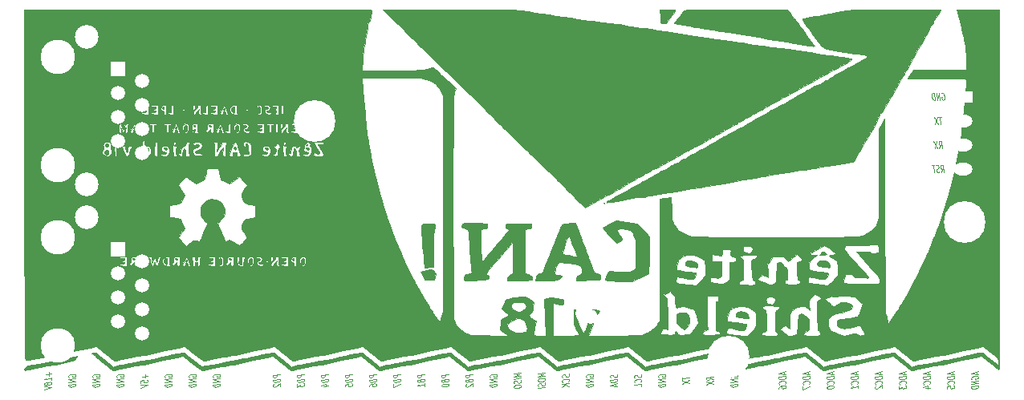
<source format=gbr>
G04 #@! TF.GenerationSoftware,KiCad,Pcbnew,(5.0.0-rc2-dev-495-g4202bb6af)*
G04 #@! TF.CreationDate,2018-05-11T16:10:11-03:00*
G04 #@! TF.ProjectId,atmega_can_shield,61746D6567615F63616E5F736869656C,rev?*
G04 #@! TF.SameCoordinates,PX6a95280PY3efb0c0*
G04 #@! TF.FileFunction,Legend,Bot*
G04 #@! TF.FilePolarity,Positive*
%FSLAX46Y46*%
G04 Gerber Fmt 4.6, Leading zero omitted, Abs format (unit mm)*
G04 Created by KiCad (PCBNEW (5.0.0-rc2-dev-495-g4202bb6af)) date Fri May 11 16:10:11 2018*
%MOMM*%
%LPD*%
G01*
G04 APERTURE LIST*
%ADD10C,0.125000*%
%ADD11C,0.010000*%
%ADD12C,0.700000*%
%ADD13C,4.400000*%
%ADD14C,2.500000*%
%ADD15C,1.500000*%
%ADD16R,1.500000X1.500000*%
%ADD17C,3.650000*%
%ADD18R,2.000000X1.300000*%
%ADD19O,2.000000X1.300000*%
%ADD20O,1.500000X1.500000*%
%ADD21R,1.300000X2.000000*%
%ADD22O,1.300000X2.000000*%
%ADD23O,1.200000X2.000000*%
G04 APERTURE END LIST*
D10*
X96742813Y-17230285D02*
X96864837Y-16873142D01*
X97028528Y-17230285D02*
X96934778Y-16480285D01*
X96744302Y-16480285D01*
X96701147Y-16516000D01*
X96681802Y-16551714D01*
X96666921Y-16623142D01*
X96680313Y-16730285D01*
X96713052Y-16801714D01*
X96741325Y-16837428D01*
X96793409Y-16873142D01*
X96983885Y-16873142D01*
X96547873Y-17194571D02*
X96480909Y-17230285D01*
X96361861Y-17230285D01*
X96309778Y-17194571D01*
X96281504Y-17158857D01*
X96248766Y-17087428D01*
X96239837Y-17016000D01*
X96254718Y-16944571D01*
X96274063Y-16908857D01*
X96317218Y-16873142D01*
X96407992Y-16837428D01*
X96451147Y-16801714D01*
X96470492Y-16766000D01*
X96485373Y-16694571D01*
X96476444Y-16623142D01*
X96443706Y-16551714D01*
X96415433Y-16516000D01*
X96363349Y-16480285D01*
X96244302Y-16480285D01*
X96177337Y-16516000D01*
X96030016Y-16480285D02*
X95744302Y-16480285D01*
X95980909Y-17230285D02*
X95887159Y-16480285D01*
X96760671Y-8896000D02*
X96803825Y-8860285D01*
X96875254Y-8860285D01*
X96951147Y-8896000D01*
X97007694Y-8967428D01*
X97040433Y-9038857D01*
X97082099Y-9181714D01*
X97095492Y-9288857D01*
X97089540Y-9431714D01*
X97074659Y-9503142D01*
X97035968Y-9574571D01*
X96969004Y-9610285D01*
X96921385Y-9610285D01*
X96845492Y-9574571D01*
X96817218Y-9538857D01*
X96785968Y-9288857D01*
X96881206Y-9288857D01*
X96611861Y-9610285D02*
X96518111Y-8860285D01*
X96326147Y-9610285D01*
X96232397Y-8860285D01*
X96088052Y-9610285D02*
X95994302Y-8860285D01*
X95875254Y-8860285D01*
X95808290Y-8896000D01*
X95769599Y-8967428D01*
X95754718Y-9038857D01*
X95748766Y-9181714D01*
X95762159Y-9288857D01*
X95803825Y-9431714D01*
X95836563Y-9503142D01*
X95893111Y-9574571D01*
X95969004Y-9610285D01*
X96088052Y-9610285D01*
X96756206Y-11400285D02*
X96470492Y-11400285D01*
X96707099Y-12150285D02*
X96613349Y-11400285D01*
X96351444Y-11400285D02*
X96111861Y-12150285D01*
X96018111Y-11400285D02*
X96445194Y-12150285D01*
X96552337Y-14690285D02*
X96674361Y-14333142D01*
X96838052Y-14690285D02*
X96744302Y-13940285D01*
X96553825Y-13940285D01*
X96510671Y-13976000D01*
X96491325Y-14011714D01*
X96476444Y-14083142D01*
X96489837Y-14190285D01*
X96522575Y-14261714D01*
X96550849Y-14297428D01*
X96602933Y-14333142D01*
X96793409Y-14333142D01*
X96291921Y-13940285D02*
X96052337Y-14690285D01*
X95958587Y-13940285D02*
X96385671Y-14690285D01*
X97915000Y-38336638D02*
X97915000Y-38574733D01*
X98129285Y-38262233D02*
X97379285Y-38522650D01*
X98129285Y-38595566D01*
X98129285Y-38762233D02*
X97379285Y-38855983D01*
X97379285Y-38975031D01*
X97415000Y-39041995D01*
X97486428Y-39080686D01*
X97557857Y-39095566D01*
X97700714Y-39101519D01*
X97807857Y-39088126D01*
X97950714Y-39046459D01*
X98022142Y-39013721D01*
X98093571Y-38957174D01*
X98129285Y-38881281D01*
X98129285Y-38762233D01*
X98057857Y-39556876D02*
X98093571Y-39528602D01*
X98129285Y-39452709D01*
X98129285Y-39405090D01*
X98093571Y-39338126D01*
X98022142Y-39299436D01*
X97950714Y-39284555D01*
X97807857Y-39278602D01*
X97700714Y-39291995D01*
X97557857Y-39333662D01*
X97486428Y-39366400D01*
X97415000Y-39422947D01*
X97379285Y-39498840D01*
X97379285Y-39546459D01*
X97415000Y-39613424D01*
X97450714Y-39632769D01*
X97379285Y-40094078D02*
X97379285Y-39855983D01*
X97736428Y-39787531D01*
X97700714Y-39815805D01*
X97665000Y-39867888D01*
X97665000Y-39986936D01*
X97700714Y-40030090D01*
X97736428Y-40049436D01*
X97807857Y-40064316D01*
X97986428Y-40041995D01*
X98057857Y-40009257D01*
X98093571Y-39980983D01*
X98129285Y-39928900D01*
X98129285Y-39809852D01*
X98093571Y-39766697D01*
X98057857Y-39747352D01*
X95375000Y-38336638D02*
X95375000Y-38574733D01*
X95589285Y-38262233D02*
X94839285Y-38522650D01*
X95589285Y-38595566D01*
X95589285Y-38762233D02*
X94839285Y-38855983D01*
X94839285Y-38975031D01*
X94875000Y-39041995D01*
X94946428Y-39080686D01*
X95017857Y-39095566D01*
X95160714Y-39101519D01*
X95267857Y-39088126D01*
X95410714Y-39046459D01*
X95482142Y-39013721D01*
X95553571Y-38957174D01*
X95589285Y-38881281D01*
X95589285Y-38762233D01*
X95517857Y-39556876D02*
X95553571Y-39528602D01*
X95589285Y-39452709D01*
X95589285Y-39405090D01*
X95553571Y-39338126D01*
X95482142Y-39299436D01*
X95410714Y-39284555D01*
X95267857Y-39278602D01*
X95160714Y-39291995D01*
X95017857Y-39333662D01*
X94946428Y-39366400D01*
X94875000Y-39422947D01*
X94839285Y-39498840D01*
X94839285Y-39546459D01*
X94875000Y-39613424D01*
X94910714Y-39632769D01*
X95089285Y-40039019D02*
X95589285Y-39976519D01*
X94803571Y-39955686D02*
X95339285Y-39769674D01*
X95339285Y-40079197D01*
X92835000Y-38336638D02*
X92835000Y-38574733D01*
X93049285Y-38262233D02*
X92299285Y-38522650D01*
X93049285Y-38595566D01*
X93049285Y-38762233D02*
X92299285Y-38855983D01*
X92299285Y-38975031D01*
X92335000Y-39041995D01*
X92406428Y-39080686D01*
X92477857Y-39095566D01*
X92620714Y-39101519D01*
X92727857Y-39088126D01*
X92870714Y-39046459D01*
X92942142Y-39013721D01*
X93013571Y-38957174D01*
X93049285Y-38881281D01*
X93049285Y-38762233D01*
X92977857Y-39556876D02*
X93013571Y-39528602D01*
X93049285Y-39452709D01*
X93049285Y-39405090D01*
X93013571Y-39338126D01*
X92942142Y-39299436D01*
X92870714Y-39284555D01*
X92727857Y-39278602D01*
X92620714Y-39291995D01*
X92477857Y-39333662D01*
X92406428Y-39366400D01*
X92335000Y-39422947D01*
X92299285Y-39498840D01*
X92299285Y-39546459D01*
X92335000Y-39613424D01*
X92370714Y-39632769D01*
X92299285Y-39808364D02*
X92299285Y-40117888D01*
X92585000Y-39915507D01*
X92585000Y-39986936D01*
X92620714Y-40030090D01*
X92656428Y-40049436D01*
X92727857Y-40064316D01*
X92906428Y-40041995D01*
X92977857Y-40009257D01*
X93013571Y-39980983D01*
X93049285Y-39928900D01*
X93049285Y-39786043D01*
X93013571Y-39742888D01*
X92977857Y-39723543D01*
X90295000Y-38336638D02*
X90295000Y-38574733D01*
X90509285Y-38262233D02*
X89759285Y-38522650D01*
X90509285Y-38595566D01*
X90509285Y-38762233D02*
X89759285Y-38855983D01*
X89759285Y-38975031D01*
X89795000Y-39041995D01*
X89866428Y-39080686D01*
X89937857Y-39095566D01*
X90080714Y-39101519D01*
X90187857Y-39088126D01*
X90330714Y-39046459D01*
X90402142Y-39013721D01*
X90473571Y-38957174D01*
X90509285Y-38881281D01*
X90509285Y-38762233D01*
X90437857Y-39556876D02*
X90473571Y-39528602D01*
X90509285Y-39452709D01*
X90509285Y-39405090D01*
X90473571Y-39338126D01*
X90402142Y-39299436D01*
X90330714Y-39284555D01*
X90187857Y-39278602D01*
X90080714Y-39291995D01*
X89937857Y-39333662D01*
X89866428Y-39366400D01*
X89795000Y-39422947D01*
X89759285Y-39498840D01*
X89759285Y-39546459D01*
X89795000Y-39613424D01*
X89830714Y-39632769D01*
X89830714Y-39823245D02*
X89795000Y-39851519D01*
X89759285Y-39903602D01*
X89759285Y-40022650D01*
X89795000Y-40065805D01*
X89830714Y-40085150D01*
X89902142Y-40100031D01*
X89973571Y-40091102D01*
X90080714Y-40053900D01*
X90509285Y-39714614D01*
X90509285Y-40024138D01*
X87755000Y-38336638D02*
X87755000Y-38574733D01*
X87969285Y-38262233D02*
X87219285Y-38522650D01*
X87969285Y-38595566D01*
X87969285Y-38762233D02*
X87219285Y-38855983D01*
X87219285Y-38975031D01*
X87255000Y-39041995D01*
X87326428Y-39080686D01*
X87397857Y-39095566D01*
X87540714Y-39101519D01*
X87647857Y-39088126D01*
X87790714Y-39046459D01*
X87862142Y-39013721D01*
X87933571Y-38957174D01*
X87969285Y-38881281D01*
X87969285Y-38762233D01*
X87897857Y-39556876D02*
X87933571Y-39528602D01*
X87969285Y-39452709D01*
X87969285Y-39405090D01*
X87933571Y-39338126D01*
X87862142Y-39299436D01*
X87790714Y-39284555D01*
X87647857Y-39278602D01*
X87540714Y-39291995D01*
X87397857Y-39333662D01*
X87326428Y-39366400D01*
X87255000Y-39422947D01*
X87219285Y-39498840D01*
X87219285Y-39546459D01*
X87255000Y-39613424D01*
X87290714Y-39632769D01*
X87969285Y-40024138D02*
X87969285Y-39738424D01*
X87969285Y-39881281D02*
X87219285Y-39975031D01*
X87326428Y-39914019D01*
X87397857Y-39857471D01*
X87433571Y-39805388D01*
X85215000Y-38336638D02*
X85215000Y-38574733D01*
X85429285Y-38262233D02*
X84679285Y-38522650D01*
X85429285Y-38595566D01*
X85429285Y-38762233D02*
X84679285Y-38855983D01*
X84679285Y-38975031D01*
X84715000Y-39041995D01*
X84786428Y-39080686D01*
X84857857Y-39095566D01*
X85000714Y-39101519D01*
X85107857Y-39088126D01*
X85250714Y-39046459D01*
X85322142Y-39013721D01*
X85393571Y-38957174D01*
X85429285Y-38881281D01*
X85429285Y-38762233D01*
X85357857Y-39556876D02*
X85393571Y-39528602D01*
X85429285Y-39452709D01*
X85429285Y-39405090D01*
X85393571Y-39338126D01*
X85322142Y-39299436D01*
X85250714Y-39284555D01*
X85107857Y-39278602D01*
X85000714Y-39291995D01*
X84857857Y-39333662D01*
X84786428Y-39366400D01*
X84715000Y-39422947D01*
X84679285Y-39498840D01*
X84679285Y-39546459D01*
X84715000Y-39613424D01*
X84750714Y-39632769D01*
X84679285Y-39951221D02*
X84679285Y-39998840D01*
X84715000Y-40041995D01*
X84750714Y-40061340D01*
X84822142Y-40076221D01*
X84965000Y-40082174D01*
X85143571Y-40059852D01*
X85286428Y-40018186D01*
X85357857Y-39985447D01*
X85393571Y-39957174D01*
X85429285Y-39905090D01*
X85429285Y-39857471D01*
X85393571Y-39814316D01*
X85357857Y-39794971D01*
X85286428Y-39780090D01*
X85143571Y-39774138D01*
X84965000Y-39796459D01*
X84822142Y-39838126D01*
X84750714Y-39870864D01*
X84715000Y-39899138D01*
X84679285Y-39951221D01*
X82675000Y-38336638D02*
X82675000Y-38574733D01*
X82889285Y-38262233D02*
X82139285Y-38522650D01*
X82889285Y-38595566D01*
X82889285Y-38762233D02*
X82139285Y-38855983D01*
X82139285Y-38975031D01*
X82175000Y-39041995D01*
X82246428Y-39080686D01*
X82317857Y-39095566D01*
X82460714Y-39101519D01*
X82567857Y-39088126D01*
X82710714Y-39046459D01*
X82782142Y-39013721D01*
X82853571Y-38957174D01*
X82889285Y-38881281D01*
X82889285Y-38762233D01*
X82817857Y-39556876D02*
X82853571Y-39528602D01*
X82889285Y-39452709D01*
X82889285Y-39405090D01*
X82853571Y-39338126D01*
X82782142Y-39299436D01*
X82710714Y-39284555D01*
X82567857Y-39278602D01*
X82460714Y-39291995D01*
X82317857Y-39333662D01*
X82246428Y-39366400D01*
X82175000Y-39422947D01*
X82139285Y-39498840D01*
X82139285Y-39546459D01*
X82175000Y-39613424D01*
X82210714Y-39632769D01*
X82139285Y-39808364D02*
X82139285Y-40141697D01*
X82889285Y-39833662D01*
X80135000Y-38336638D02*
X80135000Y-38574733D01*
X80349285Y-38262233D02*
X79599285Y-38522650D01*
X80349285Y-38595566D01*
X80349285Y-38762233D02*
X79599285Y-38855983D01*
X79599285Y-38975031D01*
X79635000Y-39041995D01*
X79706428Y-39080686D01*
X79777857Y-39095566D01*
X79920714Y-39101519D01*
X80027857Y-39088126D01*
X80170714Y-39046459D01*
X80242142Y-39013721D01*
X80313571Y-38957174D01*
X80349285Y-38881281D01*
X80349285Y-38762233D01*
X80277857Y-39556876D02*
X80313571Y-39528602D01*
X80349285Y-39452709D01*
X80349285Y-39405090D01*
X80313571Y-39338126D01*
X80242142Y-39299436D01*
X80170714Y-39284555D01*
X80027857Y-39278602D01*
X79920714Y-39291995D01*
X79777857Y-39333662D01*
X79706428Y-39366400D01*
X79635000Y-39422947D01*
X79599285Y-39498840D01*
X79599285Y-39546459D01*
X79635000Y-39613424D01*
X79670714Y-39632769D01*
X79599285Y-40070269D02*
X79599285Y-39975031D01*
X79635000Y-39922947D01*
X79670714Y-39894674D01*
X79777857Y-39833662D01*
X79920714Y-39791995D01*
X80206428Y-39756281D01*
X80277857Y-39771162D01*
X80313571Y-39790507D01*
X80349285Y-39833662D01*
X80349285Y-39928900D01*
X80313571Y-39980983D01*
X80277857Y-40009257D01*
X80206428Y-40041995D01*
X80027857Y-40064316D01*
X79956428Y-40049436D01*
X79920714Y-40030090D01*
X79885000Y-39986936D01*
X79885000Y-39891697D01*
X79920714Y-39839614D01*
X79956428Y-39811340D01*
X80027857Y-39778602D01*
X59315000Y-38875328D02*
X59279285Y-38832174D01*
X59279285Y-38760745D01*
X59315000Y-38684852D01*
X59386428Y-38628305D01*
X59457857Y-38595566D01*
X59600714Y-38553900D01*
X59707857Y-38540507D01*
X59850714Y-38546459D01*
X59922142Y-38561340D01*
X59993571Y-38600031D01*
X60029285Y-38666995D01*
X60029285Y-38714614D01*
X59993571Y-38790507D01*
X59957857Y-38818781D01*
X59707857Y-38850031D01*
X59707857Y-38754793D01*
X60029285Y-39024138D02*
X59279285Y-39117888D01*
X60029285Y-39309852D01*
X59279285Y-39403602D01*
X60029285Y-39547947D02*
X59279285Y-39641697D01*
X59279285Y-39760745D01*
X59315000Y-39827709D01*
X59386428Y-39866400D01*
X59457857Y-39881281D01*
X59600714Y-39887233D01*
X59707857Y-39873840D01*
X59850714Y-39832174D01*
X59922142Y-39799436D01*
X59993571Y-39742888D01*
X60029285Y-39666995D01*
X60029285Y-39547947D01*
X12753571Y-38559852D02*
X12753571Y-38940805D01*
X13039285Y-38714614D02*
X12467857Y-38786043D01*
X12289285Y-39475031D02*
X12289285Y-39236936D01*
X12646428Y-39168483D01*
X12610714Y-39196757D01*
X12575000Y-39248840D01*
X12575000Y-39367888D01*
X12610714Y-39411043D01*
X12646428Y-39430388D01*
X12717857Y-39445269D01*
X12896428Y-39422947D01*
X12967857Y-39390209D01*
X13003571Y-39361936D01*
X13039285Y-39309852D01*
X13039285Y-39190805D01*
X13003571Y-39147650D01*
X12967857Y-39128305D01*
X12289285Y-39641697D02*
X13039285Y-39714614D01*
X12289285Y-39975031D01*
X2593571Y-38321757D02*
X2593571Y-38702709D01*
X2879285Y-38476519D02*
X2307857Y-38547947D01*
X2879285Y-39166995D02*
X2879285Y-38881281D01*
X2879285Y-39024138D02*
X2129285Y-39117888D01*
X2236428Y-39056876D01*
X2307857Y-39000328D01*
X2343571Y-38948245D01*
X2450714Y-39506281D02*
X2415000Y-39463126D01*
X2379285Y-39443781D01*
X2307857Y-39428900D01*
X2272142Y-39433364D01*
X2200714Y-39466102D01*
X2165000Y-39494376D01*
X2129285Y-39546459D01*
X2129285Y-39641697D01*
X2165000Y-39684852D01*
X2200714Y-39704197D01*
X2272142Y-39719078D01*
X2307857Y-39714614D01*
X2379285Y-39681876D01*
X2415000Y-39653602D01*
X2450714Y-39601519D01*
X2450714Y-39506281D01*
X2486428Y-39454197D01*
X2522142Y-39425924D01*
X2593571Y-39393186D01*
X2736428Y-39375328D01*
X2807857Y-39390209D01*
X2843571Y-39409555D01*
X2879285Y-39452709D01*
X2879285Y-39547947D01*
X2843571Y-39600031D01*
X2807857Y-39628305D01*
X2736428Y-39661043D01*
X2593571Y-39678900D01*
X2522142Y-39664019D01*
X2486428Y-39644674D01*
X2450714Y-39601519D01*
X2129285Y-39879793D02*
X2879285Y-39952709D01*
X2129285Y-40213126D01*
X4705000Y-38875328D02*
X4669285Y-38832174D01*
X4669285Y-38760745D01*
X4705000Y-38684852D01*
X4776428Y-38628305D01*
X4847857Y-38595566D01*
X4990714Y-38553900D01*
X5097857Y-38540507D01*
X5240714Y-38546459D01*
X5312142Y-38561340D01*
X5383571Y-38600031D01*
X5419285Y-38666995D01*
X5419285Y-38714614D01*
X5383571Y-38790507D01*
X5347857Y-38818781D01*
X5097857Y-38850031D01*
X5097857Y-38754793D01*
X5419285Y-39024138D02*
X4669285Y-39117888D01*
X5419285Y-39309852D01*
X4669285Y-39403602D01*
X5419285Y-39547947D02*
X4669285Y-39641697D01*
X4669285Y-39760745D01*
X4705000Y-39827709D01*
X4776428Y-39866400D01*
X4847857Y-39881281D01*
X4990714Y-39887233D01*
X5097857Y-39873840D01*
X5240714Y-39832174D01*
X5312142Y-39799436D01*
X5383571Y-39742888D01*
X5419285Y-39666995D01*
X5419285Y-39547947D01*
X7245000Y-38875328D02*
X7209285Y-38832174D01*
X7209285Y-38760745D01*
X7245000Y-38684852D01*
X7316428Y-38628305D01*
X7387857Y-38595566D01*
X7530714Y-38553900D01*
X7637857Y-38540507D01*
X7780714Y-38546459D01*
X7852142Y-38561340D01*
X7923571Y-38600031D01*
X7959285Y-38666995D01*
X7959285Y-38714614D01*
X7923571Y-38790507D01*
X7887857Y-38818781D01*
X7637857Y-38850031D01*
X7637857Y-38754793D01*
X7959285Y-39024138D02*
X7209285Y-39117888D01*
X7959285Y-39309852D01*
X7209285Y-39403602D01*
X7959285Y-39547947D02*
X7209285Y-39641697D01*
X7209285Y-39760745D01*
X7245000Y-39827709D01*
X7316428Y-39866400D01*
X7387857Y-39881281D01*
X7530714Y-39887233D01*
X7637857Y-39873840D01*
X7780714Y-39832174D01*
X7852142Y-39799436D01*
X7923571Y-39742888D01*
X7959285Y-39666995D01*
X7959285Y-39547947D01*
X9785000Y-38875328D02*
X9749285Y-38832174D01*
X9749285Y-38760745D01*
X9785000Y-38684852D01*
X9856428Y-38628305D01*
X9927857Y-38595566D01*
X10070714Y-38553900D01*
X10177857Y-38540507D01*
X10320714Y-38546459D01*
X10392142Y-38561340D01*
X10463571Y-38600031D01*
X10499285Y-38666995D01*
X10499285Y-38714614D01*
X10463571Y-38790507D01*
X10427857Y-38818781D01*
X10177857Y-38850031D01*
X10177857Y-38754793D01*
X10499285Y-39024138D02*
X9749285Y-39117888D01*
X10499285Y-39309852D01*
X9749285Y-39403602D01*
X10499285Y-39547947D02*
X9749285Y-39641697D01*
X9749285Y-39760745D01*
X9785000Y-39827709D01*
X9856428Y-39866400D01*
X9927857Y-39881281D01*
X10070714Y-39887233D01*
X10177857Y-39873840D01*
X10320714Y-39832174D01*
X10392142Y-39799436D01*
X10463571Y-39742888D01*
X10499285Y-39666995D01*
X10499285Y-39547947D01*
X14865000Y-38875328D02*
X14829285Y-38832174D01*
X14829285Y-38760745D01*
X14865000Y-38684852D01*
X14936428Y-38628305D01*
X15007857Y-38595566D01*
X15150714Y-38553900D01*
X15257857Y-38540507D01*
X15400714Y-38546459D01*
X15472142Y-38561340D01*
X15543571Y-38600031D01*
X15579285Y-38666995D01*
X15579285Y-38714614D01*
X15543571Y-38790507D01*
X15507857Y-38818781D01*
X15257857Y-38850031D01*
X15257857Y-38754793D01*
X15579285Y-39024138D02*
X14829285Y-39117888D01*
X15579285Y-39309852D01*
X14829285Y-39403602D01*
X15579285Y-39547947D02*
X14829285Y-39641697D01*
X14829285Y-39760745D01*
X14865000Y-39827709D01*
X14936428Y-39866400D01*
X15007857Y-39881281D01*
X15150714Y-39887233D01*
X15257857Y-39873840D01*
X15400714Y-39832174D01*
X15472142Y-39799436D01*
X15543571Y-39742888D01*
X15579285Y-39666995D01*
X15579285Y-39547947D01*
X17405000Y-38875328D02*
X17369285Y-38832174D01*
X17369285Y-38760745D01*
X17405000Y-38684852D01*
X17476428Y-38628305D01*
X17547857Y-38595566D01*
X17690714Y-38553900D01*
X17797857Y-38540507D01*
X17940714Y-38546459D01*
X18012142Y-38561340D01*
X18083571Y-38600031D01*
X18119285Y-38666995D01*
X18119285Y-38714614D01*
X18083571Y-38790507D01*
X18047857Y-38818781D01*
X17797857Y-38850031D01*
X17797857Y-38754793D01*
X18119285Y-39024138D02*
X17369285Y-39117888D01*
X18119285Y-39309852D01*
X17369285Y-39403602D01*
X18119285Y-39547947D02*
X17369285Y-39641697D01*
X17369285Y-39760745D01*
X17405000Y-39827709D01*
X17476428Y-39866400D01*
X17547857Y-39881281D01*
X17690714Y-39887233D01*
X17797857Y-39873840D01*
X17940714Y-39832174D01*
X18012142Y-39799436D01*
X18083571Y-39742888D01*
X18119285Y-39666995D01*
X18119285Y-39547947D01*
X19945000Y-38875328D02*
X19909285Y-38832174D01*
X19909285Y-38760745D01*
X19945000Y-38684852D01*
X20016428Y-38628305D01*
X20087857Y-38595566D01*
X20230714Y-38553900D01*
X20337857Y-38540507D01*
X20480714Y-38546459D01*
X20552142Y-38561340D01*
X20623571Y-38600031D01*
X20659285Y-38666995D01*
X20659285Y-38714614D01*
X20623571Y-38790507D01*
X20587857Y-38818781D01*
X20337857Y-38850031D01*
X20337857Y-38754793D01*
X20659285Y-39024138D02*
X19909285Y-39117888D01*
X20659285Y-39309852D01*
X19909285Y-39403602D01*
X20659285Y-39547947D02*
X19909285Y-39641697D01*
X19909285Y-39760745D01*
X19945000Y-39827709D01*
X20016428Y-39866400D01*
X20087857Y-39881281D01*
X20230714Y-39887233D01*
X20337857Y-39873840D01*
X20480714Y-39832174D01*
X20552142Y-39799436D01*
X20623571Y-39742888D01*
X20659285Y-39666995D01*
X20659285Y-39547947D01*
X100455000Y-38312828D02*
X100455000Y-38550924D01*
X100669285Y-38238424D02*
X99919285Y-38498840D01*
X100669285Y-38571757D01*
X99955000Y-39089614D02*
X99919285Y-39046459D01*
X99919285Y-38975031D01*
X99955000Y-38899138D01*
X100026428Y-38842590D01*
X100097857Y-38809852D01*
X100240714Y-38768186D01*
X100347857Y-38754793D01*
X100490714Y-38760745D01*
X100562142Y-38775626D01*
X100633571Y-38814316D01*
X100669285Y-38881281D01*
X100669285Y-38928900D01*
X100633571Y-39004793D01*
X100597857Y-39033066D01*
X100347857Y-39064316D01*
X100347857Y-38969078D01*
X100669285Y-39238424D02*
X99919285Y-39332174D01*
X100669285Y-39524138D01*
X99919285Y-39617888D01*
X100669285Y-39762233D02*
X99919285Y-39855983D01*
X99919285Y-39975031D01*
X99955000Y-40041995D01*
X100026428Y-40080686D01*
X100097857Y-40095566D01*
X100240714Y-40101519D01*
X100347857Y-40088126D01*
X100490714Y-40046459D01*
X100562142Y-40013721D01*
X100633571Y-39957174D01*
X100669285Y-39881281D01*
X100669285Y-39762233D01*
X74555000Y-38875328D02*
X74519285Y-38832174D01*
X74519285Y-38760745D01*
X74555000Y-38684852D01*
X74626428Y-38628305D01*
X74697857Y-38595566D01*
X74840714Y-38553900D01*
X74947857Y-38540507D01*
X75090714Y-38546459D01*
X75162142Y-38561340D01*
X75233571Y-38600031D01*
X75269285Y-38666995D01*
X75269285Y-38714614D01*
X75233571Y-38790507D01*
X75197857Y-38818781D01*
X74947857Y-38850031D01*
X74947857Y-38754793D01*
X75269285Y-39024138D02*
X74519285Y-39117888D01*
X75269285Y-39309852D01*
X74519285Y-39403602D01*
X75269285Y-39547947D02*
X74519285Y-39641697D01*
X74519285Y-39760745D01*
X74555000Y-39827709D01*
X74626428Y-39866400D01*
X74697857Y-39881281D01*
X74840714Y-39887233D01*
X74947857Y-39873840D01*
X75090714Y-39832174D01*
X75162142Y-39799436D01*
X75233571Y-39742888D01*
X75269285Y-39666995D01*
X75269285Y-39547947D01*
X66935000Y-38875328D02*
X66899285Y-38832174D01*
X66899285Y-38760745D01*
X66935000Y-38684852D01*
X67006428Y-38628305D01*
X67077857Y-38595566D01*
X67220714Y-38553900D01*
X67327857Y-38540507D01*
X67470714Y-38546459D01*
X67542142Y-38561340D01*
X67613571Y-38600031D01*
X67649285Y-38666995D01*
X67649285Y-38714614D01*
X67613571Y-38790507D01*
X67577857Y-38818781D01*
X67327857Y-38850031D01*
X67327857Y-38754793D01*
X67649285Y-39024138D02*
X66899285Y-39117888D01*
X67649285Y-39309852D01*
X66899285Y-39403602D01*
X67649285Y-39547947D02*
X66899285Y-39641697D01*
X66899285Y-39760745D01*
X66935000Y-39827709D01*
X67006428Y-39866400D01*
X67077857Y-39881281D01*
X67220714Y-39887233D01*
X67327857Y-39873840D01*
X67470714Y-39832174D01*
X67542142Y-39799436D01*
X67613571Y-39742888D01*
X67649285Y-39666995D01*
X67649285Y-39547947D01*
X72729285Y-39083662D02*
X72372142Y-38961638D01*
X72729285Y-38797947D02*
X71979285Y-38891697D01*
X71979285Y-39082174D01*
X72015000Y-39125328D01*
X72050714Y-39144674D01*
X72122142Y-39159555D01*
X72229285Y-39146162D01*
X72300714Y-39113424D01*
X72336428Y-39085150D01*
X72372142Y-39033066D01*
X72372142Y-38842590D01*
X71979285Y-39344078D02*
X72729285Y-39583662D01*
X71979285Y-39677412D02*
X72729285Y-39250328D01*
X69439285Y-38879793D02*
X69439285Y-39165507D01*
X70189285Y-38928900D02*
X69439285Y-39022650D01*
X69439285Y-39284555D02*
X70189285Y-39524138D01*
X69439285Y-39617888D02*
X70189285Y-39190805D01*
X65073571Y-38576221D02*
X65109285Y-38643186D01*
X65109285Y-38762233D01*
X65073571Y-38814316D01*
X65037857Y-38842590D01*
X64966428Y-38875328D01*
X64895000Y-38884257D01*
X64823571Y-38869376D01*
X64787857Y-38850031D01*
X64752142Y-38806876D01*
X64716428Y-38716102D01*
X64680714Y-38672947D01*
X64645000Y-38653602D01*
X64573571Y-38638721D01*
X64502142Y-38647650D01*
X64430714Y-38680388D01*
X64395000Y-38708662D01*
X64359285Y-38760745D01*
X64359285Y-38879793D01*
X64395000Y-38946757D01*
X65037857Y-39366400D02*
X65073571Y-39338126D01*
X65109285Y-39262233D01*
X65109285Y-39214614D01*
X65073571Y-39147650D01*
X65002142Y-39108959D01*
X64930714Y-39094078D01*
X64787857Y-39088126D01*
X64680714Y-39101519D01*
X64537857Y-39143186D01*
X64466428Y-39175924D01*
X64395000Y-39232471D01*
X64359285Y-39308364D01*
X64359285Y-39355983D01*
X64395000Y-39422947D01*
X64430714Y-39442293D01*
X65109285Y-39809852D02*
X65109285Y-39571757D01*
X64359285Y-39665507D01*
X62533571Y-38564316D02*
X62569285Y-38631281D01*
X62569285Y-38750328D01*
X62533571Y-38802412D01*
X62497857Y-38830686D01*
X62426428Y-38863424D01*
X62355000Y-38872352D01*
X62283571Y-38857471D01*
X62247857Y-38838126D01*
X62212142Y-38794971D01*
X62176428Y-38704197D01*
X62140714Y-38661043D01*
X62105000Y-38641697D01*
X62033571Y-38626816D01*
X61962142Y-38635745D01*
X61890714Y-38668483D01*
X61855000Y-38696757D01*
X61819285Y-38748840D01*
X61819285Y-38867888D01*
X61855000Y-38934852D01*
X62569285Y-39059852D02*
X61819285Y-39153602D01*
X61819285Y-39272650D01*
X61855000Y-39339614D01*
X61926428Y-39378305D01*
X61997857Y-39393186D01*
X62140714Y-39399138D01*
X62247857Y-39385745D01*
X62390714Y-39344078D01*
X62462142Y-39311340D01*
X62533571Y-39254793D01*
X62569285Y-39178900D01*
X62569285Y-39059852D01*
X62355000Y-39562828D02*
X62355000Y-39800924D01*
X62569285Y-39488424D02*
X61819285Y-39748840D01*
X62569285Y-39821757D01*
X57453571Y-38528602D02*
X57489285Y-38595566D01*
X57489285Y-38714614D01*
X57453571Y-38766697D01*
X57417857Y-38794971D01*
X57346428Y-38827709D01*
X57275000Y-38836638D01*
X57203571Y-38821757D01*
X57167857Y-38802412D01*
X57132142Y-38759257D01*
X57096428Y-38668483D01*
X57060714Y-38625328D01*
X57025000Y-38605983D01*
X56953571Y-38591102D01*
X56882142Y-38600031D01*
X56810714Y-38632769D01*
X56775000Y-38661043D01*
X56739285Y-38713126D01*
X56739285Y-38832174D01*
X56775000Y-38899138D01*
X57417857Y-39318781D02*
X57453571Y-39290507D01*
X57489285Y-39214614D01*
X57489285Y-39166995D01*
X57453571Y-39100031D01*
X57382142Y-39061340D01*
X57310714Y-39046459D01*
X57167857Y-39040507D01*
X57060714Y-39053900D01*
X56917857Y-39095566D01*
X56846428Y-39128305D01*
X56775000Y-39184852D01*
X56739285Y-39260745D01*
X56739285Y-39308364D01*
X56775000Y-39375328D01*
X56810714Y-39394674D01*
X57489285Y-39524138D02*
X56739285Y-39617888D01*
X57489285Y-39809852D02*
X57060714Y-39649138D01*
X56739285Y-39903602D02*
X57167857Y-39564316D01*
X54949285Y-38381281D02*
X54199285Y-38475031D01*
X54735000Y-38574733D01*
X54199285Y-38808364D01*
X54949285Y-38714614D01*
X54199285Y-39141697D02*
X54199285Y-39236936D01*
X54235000Y-39280090D01*
X54306428Y-39318781D01*
X54449285Y-39324733D01*
X54699285Y-39293483D01*
X54842142Y-39251816D01*
X54913571Y-39195269D01*
X54949285Y-39143186D01*
X54949285Y-39047947D01*
X54913571Y-39004793D01*
X54842142Y-38966102D01*
X54699285Y-38960150D01*
X54449285Y-38991400D01*
X54306428Y-39033066D01*
X54235000Y-39089614D01*
X54199285Y-39141697D01*
X54913571Y-39457174D02*
X54949285Y-39524138D01*
X54949285Y-39643186D01*
X54913571Y-39695269D01*
X54877857Y-39723543D01*
X54806428Y-39756281D01*
X54735000Y-39765209D01*
X54663571Y-39750328D01*
X54627857Y-39730983D01*
X54592142Y-39687828D01*
X54556428Y-39597055D01*
X54520714Y-39553900D01*
X54485000Y-39534555D01*
X54413571Y-39519674D01*
X54342142Y-39528602D01*
X54270714Y-39561340D01*
X54235000Y-39589614D01*
X54199285Y-39641697D01*
X54199285Y-39760745D01*
X54235000Y-39827709D01*
X54949285Y-39952709D02*
X54199285Y-40046459D01*
X52409285Y-38381281D02*
X51659285Y-38475031D01*
X52195000Y-38574733D01*
X51659285Y-38808364D01*
X52409285Y-38714614D01*
X52409285Y-38952709D02*
X51659285Y-39046459D01*
X52373571Y-39171459D02*
X52409285Y-39238424D01*
X52409285Y-39357471D01*
X52373571Y-39409555D01*
X52337857Y-39437828D01*
X52266428Y-39470566D01*
X52195000Y-39479495D01*
X52123571Y-39464614D01*
X52087857Y-39445269D01*
X52052142Y-39402114D01*
X52016428Y-39311340D01*
X51980714Y-39268186D01*
X51945000Y-39248840D01*
X51873571Y-39233959D01*
X51802142Y-39242888D01*
X51730714Y-39275626D01*
X51695000Y-39303900D01*
X51659285Y-39355983D01*
X51659285Y-39475031D01*
X51695000Y-39541995D01*
X51659285Y-39855983D02*
X51659285Y-39951221D01*
X51695000Y-39994376D01*
X51766428Y-40033066D01*
X51909285Y-40039019D01*
X52159285Y-40007769D01*
X52302142Y-39966102D01*
X52373571Y-39909555D01*
X52409285Y-39857471D01*
X52409285Y-39762233D01*
X52373571Y-39719078D01*
X52302142Y-39680388D01*
X52159285Y-39674436D01*
X51909285Y-39705686D01*
X51766428Y-39747352D01*
X51695000Y-39803900D01*
X51659285Y-39855983D01*
X49155000Y-38875328D02*
X49119285Y-38832174D01*
X49119285Y-38760745D01*
X49155000Y-38684852D01*
X49226428Y-38628305D01*
X49297857Y-38595566D01*
X49440714Y-38553900D01*
X49547857Y-38540507D01*
X49690714Y-38546459D01*
X49762142Y-38561340D01*
X49833571Y-38600031D01*
X49869285Y-38666995D01*
X49869285Y-38714614D01*
X49833571Y-38790507D01*
X49797857Y-38818781D01*
X49547857Y-38850031D01*
X49547857Y-38754793D01*
X49869285Y-39024138D02*
X49119285Y-39117888D01*
X49869285Y-39309852D01*
X49119285Y-39403602D01*
X49869285Y-39547947D02*
X49119285Y-39641697D01*
X49119285Y-39760745D01*
X49155000Y-39827709D01*
X49226428Y-39866400D01*
X49297857Y-39881281D01*
X49440714Y-39887233D01*
X49547857Y-39873840D01*
X49690714Y-39832174D01*
X49762142Y-39799436D01*
X49833571Y-39742888D01*
X49869285Y-39666995D01*
X49869285Y-39547947D01*
X47329285Y-38547947D02*
X46579285Y-38641697D01*
X46579285Y-38832174D01*
X46615000Y-38875328D01*
X46650714Y-38894674D01*
X46722142Y-38909555D01*
X46829285Y-38896162D01*
X46900714Y-38863424D01*
X46936428Y-38835150D01*
X46972142Y-38783066D01*
X46972142Y-38592590D01*
X46936428Y-39263721D02*
X46972142Y-39330686D01*
X47007857Y-39350031D01*
X47079285Y-39364912D01*
X47186428Y-39351519D01*
X47257857Y-39318781D01*
X47293571Y-39290507D01*
X47329285Y-39238424D01*
X47329285Y-39047947D01*
X46579285Y-39141697D01*
X46579285Y-39308364D01*
X46615000Y-39351519D01*
X46650714Y-39370864D01*
X46722142Y-39385745D01*
X46793571Y-39376816D01*
X46865000Y-39344078D01*
X46900714Y-39315805D01*
X46936428Y-39263721D01*
X46936428Y-39097055D01*
X46650714Y-39608959D02*
X46615000Y-39637233D01*
X46579285Y-39689316D01*
X46579285Y-39808364D01*
X46615000Y-39851519D01*
X46650714Y-39870864D01*
X46722142Y-39885745D01*
X46793571Y-39876816D01*
X46900714Y-39839614D01*
X47329285Y-39500328D01*
X47329285Y-39809852D01*
X44789285Y-38547947D02*
X44039285Y-38641697D01*
X44039285Y-38832174D01*
X44075000Y-38875328D01*
X44110714Y-38894674D01*
X44182142Y-38909555D01*
X44289285Y-38896162D01*
X44360714Y-38863424D01*
X44396428Y-38835150D01*
X44432142Y-38783066D01*
X44432142Y-38592590D01*
X44396428Y-39263721D02*
X44432142Y-39330686D01*
X44467857Y-39350031D01*
X44539285Y-39364912D01*
X44646428Y-39351519D01*
X44717857Y-39318781D01*
X44753571Y-39290507D01*
X44789285Y-39238424D01*
X44789285Y-39047947D01*
X44039285Y-39141697D01*
X44039285Y-39308364D01*
X44075000Y-39351519D01*
X44110714Y-39370864D01*
X44182142Y-39385745D01*
X44253571Y-39376816D01*
X44325000Y-39344078D01*
X44360714Y-39315805D01*
X44396428Y-39263721D01*
X44396428Y-39097055D01*
X44039285Y-39736936D02*
X44039285Y-39784555D01*
X44075000Y-39827709D01*
X44110714Y-39847055D01*
X44182142Y-39861936D01*
X44325000Y-39867888D01*
X44503571Y-39845566D01*
X44646428Y-39803900D01*
X44717857Y-39771162D01*
X44753571Y-39742888D01*
X44789285Y-39690805D01*
X44789285Y-39643186D01*
X44753571Y-39600031D01*
X44717857Y-39580686D01*
X44646428Y-39565805D01*
X44503571Y-39559852D01*
X44325000Y-39582174D01*
X44182142Y-39623840D01*
X44110714Y-39656578D01*
X44075000Y-39684852D01*
X44039285Y-39736936D01*
X42249285Y-38547947D02*
X41499285Y-38641697D01*
X41499285Y-38832174D01*
X41535000Y-38875328D01*
X41570714Y-38894674D01*
X41642142Y-38909555D01*
X41749285Y-38896162D01*
X41820714Y-38863424D01*
X41856428Y-38835150D01*
X41892142Y-38783066D01*
X41892142Y-38592590D01*
X41856428Y-39263721D02*
X41892142Y-39330686D01*
X41927857Y-39350031D01*
X41999285Y-39364912D01*
X42106428Y-39351519D01*
X42177857Y-39318781D01*
X42213571Y-39290507D01*
X42249285Y-39238424D01*
X42249285Y-39047947D01*
X41499285Y-39141697D01*
X41499285Y-39308364D01*
X41535000Y-39351519D01*
X41570714Y-39370864D01*
X41642142Y-39385745D01*
X41713571Y-39376816D01*
X41785000Y-39344078D01*
X41820714Y-39315805D01*
X41856428Y-39263721D01*
X41856428Y-39097055D01*
X42249285Y-39809852D02*
X42249285Y-39524138D01*
X42249285Y-39666995D02*
X41499285Y-39760745D01*
X41606428Y-39699733D01*
X41677857Y-39643186D01*
X41713571Y-39591102D01*
X39709285Y-38547947D02*
X38959285Y-38641697D01*
X38959285Y-38832174D01*
X38995000Y-38875328D01*
X39030714Y-38894674D01*
X39102142Y-38909555D01*
X39209285Y-38896162D01*
X39280714Y-38863424D01*
X39316428Y-38835150D01*
X39352142Y-38783066D01*
X39352142Y-38592590D01*
X39709285Y-39047947D02*
X38959285Y-39141697D01*
X38959285Y-39260745D01*
X38995000Y-39327709D01*
X39066428Y-39366400D01*
X39137857Y-39381281D01*
X39280714Y-39387233D01*
X39387857Y-39373840D01*
X39530714Y-39332174D01*
X39602142Y-39299436D01*
X39673571Y-39242888D01*
X39709285Y-39166995D01*
X39709285Y-39047947D01*
X38959285Y-39594078D02*
X38959285Y-39927412D01*
X39709285Y-39619376D01*
X37169285Y-38547947D02*
X36419285Y-38641697D01*
X36419285Y-38832174D01*
X36455000Y-38875328D01*
X36490714Y-38894674D01*
X36562142Y-38909555D01*
X36669285Y-38896162D01*
X36740714Y-38863424D01*
X36776428Y-38835150D01*
X36812142Y-38783066D01*
X36812142Y-38592590D01*
X37169285Y-39047947D02*
X36419285Y-39141697D01*
X36419285Y-39260745D01*
X36455000Y-39327709D01*
X36526428Y-39366400D01*
X36597857Y-39381281D01*
X36740714Y-39387233D01*
X36847857Y-39373840D01*
X36990714Y-39332174D01*
X37062142Y-39299436D01*
X37133571Y-39242888D01*
X37169285Y-39166995D01*
X37169285Y-39047947D01*
X36419285Y-39855983D02*
X36419285Y-39760745D01*
X36455000Y-39708662D01*
X36490714Y-39680388D01*
X36597857Y-39619376D01*
X36740714Y-39577709D01*
X37026428Y-39541995D01*
X37097857Y-39556876D01*
X37133571Y-39576221D01*
X37169285Y-39619376D01*
X37169285Y-39714614D01*
X37133571Y-39766697D01*
X37097857Y-39794971D01*
X37026428Y-39827709D01*
X36847857Y-39850031D01*
X36776428Y-39835150D01*
X36740714Y-39815805D01*
X36705000Y-39772650D01*
X36705000Y-39677412D01*
X36740714Y-39625328D01*
X36776428Y-39597055D01*
X36847857Y-39564316D01*
X34629285Y-38547947D02*
X33879285Y-38641697D01*
X33879285Y-38832174D01*
X33915000Y-38875328D01*
X33950714Y-38894674D01*
X34022142Y-38909555D01*
X34129285Y-38896162D01*
X34200714Y-38863424D01*
X34236428Y-38835150D01*
X34272142Y-38783066D01*
X34272142Y-38592590D01*
X34629285Y-39047947D02*
X33879285Y-39141697D01*
X33879285Y-39260745D01*
X33915000Y-39327709D01*
X33986428Y-39366400D01*
X34057857Y-39381281D01*
X34200714Y-39387233D01*
X34307857Y-39373840D01*
X34450714Y-39332174D01*
X34522142Y-39299436D01*
X34593571Y-39242888D01*
X34629285Y-39166995D01*
X34629285Y-39047947D01*
X33879285Y-39879793D02*
X33879285Y-39641697D01*
X34236428Y-39573245D01*
X34200714Y-39601519D01*
X34165000Y-39653602D01*
X34165000Y-39772650D01*
X34200714Y-39815805D01*
X34236428Y-39835150D01*
X34307857Y-39850031D01*
X34486428Y-39827709D01*
X34557857Y-39794971D01*
X34593571Y-39766697D01*
X34629285Y-39714614D01*
X34629285Y-39595566D01*
X34593571Y-39552412D01*
X34557857Y-39533066D01*
X32089285Y-38547947D02*
X31339285Y-38641697D01*
X31339285Y-38832174D01*
X31375000Y-38875328D01*
X31410714Y-38894674D01*
X31482142Y-38909555D01*
X31589285Y-38896162D01*
X31660714Y-38863424D01*
X31696428Y-38835150D01*
X31732142Y-38783066D01*
X31732142Y-38592590D01*
X32089285Y-39047947D02*
X31339285Y-39141697D01*
X31339285Y-39260745D01*
X31375000Y-39327709D01*
X31446428Y-39366400D01*
X31517857Y-39381281D01*
X31660714Y-39387233D01*
X31767857Y-39373840D01*
X31910714Y-39332174D01*
X31982142Y-39299436D01*
X32053571Y-39242888D01*
X32089285Y-39166995D01*
X32089285Y-39047947D01*
X31589285Y-39824733D02*
X32089285Y-39762233D01*
X31303571Y-39741400D02*
X31839285Y-39555388D01*
X31839285Y-39864912D01*
X29549285Y-38547947D02*
X28799285Y-38641697D01*
X28799285Y-38832174D01*
X28835000Y-38875328D01*
X28870714Y-38894674D01*
X28942142Y-38909555D01*
X29049285Y-38896162D01*
X29120714Y-38863424D01*
X29156428Y-38835150D01*
X29192142Y-38783066D01*
X29192142Y-38592590D01*
X29549285Y-39047947D02*
X28799285Y-39141697D01*
X28799285Y-39260745D01*
X28835000Y-39327709D01*
X28906428Y-39366400D01*
X28977857Y-39381281D01*
X29120714Y-39387233D01*
X29227857Y-39373840D01*
X29370714Y-39332174D01*
X29442142Y-39299436D01*
X29513571Y-39242888D01*
X29549285Y-39166995D01*
X29549285Y-39047947D01*
X28799285Y-39594078D02*
X28799285Y-39903602D01*
X29085000Y-39701221D01*
X29085000Y-39772650D01*
X29120714Y-39815805D01*
X29156428Y-39835150D01*
X29227857Y-39850031D01*
X29406428Y-39827709D01*
X29477857Y-39794971D01*
X29513571Y-39766697D01*
X29549285Y-39714614D01*
X29549285Y-39571757D01*
X29513571Y-39528602D01*
X29477857Y-39509257D01*
X27009285Y-38547947D02*
X26259285Y-38641697D01*
X26259285Y-38832174D01*
X26295000Y-38875328D01*
X26330714Y-38894674D01*
X26402142Y-38909555D01*
X26509285Y-38896162D01*
X26580714Y-38863424D01*
X26616428Y-38835150D01*
X26652142Y-38783066D01*
X26652142Y-38592590D01*
X27009285Y-39047947D02*
X26259285Y-39141697D01*
X26259285Y-39260745D01*
X26295000Y-39327709D01*
X26366428Y-39366400D01*
X26437857Y-39381281D01*
X26580714Y-39387233D01*
X26687857Y-39373840D01*
X26830714Y-39332174D01*
X26902142Y-39299436D01*
X26973571Y-39242888D01*
X27009285Y-39166995D01*
X27009285Y-39047947D01*
X26330714Y-39608959D02*
X26295000Y-39637233D01*
X26259285Y-39689316D01*
X26259285Y-39808364D01*
X26295000Y-39851519D01*
X26330714Y-39870864D01*
X26402142Y-39885745D01*
X26473571Y-39876816D01*
X26580714Y-39839614D01*
X27009285Y-39500328D01*
X27009285Y-39809852D01*
D11*
G36*
X98457122Y-342900D02*
X98533533Y-635406D01*
X98645350Y-947745D01*
X98667375Y-999066D01*
X98751200Y-1245917D01*
X98837158Y-1594227D01*
X98909198Y-1977102D01*
X98921309Y-2057400D01*
X98982703Y-2423420D01*
X99053893Y-2754447D01*
X99121813Y-2991632D01*
X99137502Y-3031066D01*
X99176857Y-3188950D01*
X99222182Y-3480822D01*
X99270134Y-3871592D01*
X99317371Y-4326172D01*
X99360550Y-4809472D01*
X99396328Y-5286403D01*
X99421363Y-5721875D01*
X99432312Y-6080800D01*
X99432533Y-6128135D01*
X99432533Y-6375400D01*
X96659700Y-6376696D01*
X95988415Y-6378848D01*
X95369864Y-6384351D01*
X94824779Y-6392747D01*
X94373894Y-6403577D01*
X94037944Y-6416381D01*
X93837662Y-6430702D01*
X93790626Y-6440196D01*
X93697450Y-6545293D01*
X93562386Y-6747686D01*
X93470406Y-6904566D01*
X93246425Y-7306733D01*
X96299803Y-7306733D01*
X97137598Y-7307980D01*
X97819577Y-7312033D01*
X98359242Y-7319359D01*
X98770094Y-7330424D01*
X99065634Y-7345695D01*
X99259365Y-7365639D01*
X99364787Y-7390724D01*
X99394241Y-7413733D01*
X99400915Y-7532601D01*
X99391400Y-7786768D01*
X99367669Y-8143179D01*
X99331694Y-8568774D01*
X99314686Y-8747233D01*
X99209779Y-9811201D01*
X99119674Y-10718300D01*
X99043112Y-11480230D01*
X98978833Y-12108691D01*
X98925576Y-12615384D01*
X98882083Y-13012008D01*
X98847093Y-13310265D01*
X98819347Y-13521854D01*
X98797585Y-13658475D01*
X98780547Y-13731830D01*
X98776988Y-13741400D01*
X98743618Y-13868568D01*
X98690182Y-14128018D01*
X98623414Y-14484831D01*
X98550051Y-14904090D01*
X98531998Y-15011400D01*
X98361027Y-15988335D01*
X98194792Y-16836272D01*
X98025245Y-17595059D01*
X97942082Y-17932400D01*
X97859597Y-18258443D01*
X97755436Y-18672238D01*
X97648861Y-19097226D01*
X97622560Y-19202400D01*
X97528397Y-19559421D01*
X97437910Y-19868594D01*
X97365470Y-20082068D01*
X97342816Y-20133733D01*
X97269437Y-20327912D01*
X97202918Y-20589825D01*
X97192998Y-20641733D01*
X97123759Y-20935802D01*
X97034362Y-21207450D01*
X97023185Y-21234400D01*
X96942618Y-21451148D01*
X96843191Y-21759013D01*
X96761337Y-22038733D01*
X96675334Y-22331134D01*
X96598774Y-22560524D01*
X96550039Y-22673733D01*
X96489106Y-22803574D01*
X96409295Y-23023401D01*
X96385569Y-23097066D01*
X96286735Y-23386442D01*
X96181684Y-23656007D01*
X96167040Y-23689733D01*
X96070339Y-23917304D01*
X95948406Y-24217006D01*
X95880705Y-24388233D01*
X95676503Y-24908942D01*
X95516769Y-25309231D01*
X95385771Y-25626953D01*
X95267778Y-25899958D01*
X95147058Y-26166100D01*
X95097778Y-26272066D01*
X94856816Y-26779745D01*
X94588358Y-27332305D01*
X94312269Y-27889986D01*
X94048411Y-28413028D01*
X93816647Y-28861671D01*
X93638558Y-29193066D01*
X93460486Y-29516159D01*
X93286833Y-29836435D01*
X93178786Y-30039733D01*
X92873706Y-30593169D01*
X92585678Y-31047239D01*
X92511033Y-31153808D01*
X92387773Y-31346092D01*
X92323282Y-31485141D01*
X92320533Y-31502936D01*
X92262142Y-31619341D01*
X92186614Y-31696475D01*
X92056586Y-31846854D01*
X91921085Y-32062574D01*
X91911448Y-32080898D01*
X91784527Y-32304531D01*
X91606942Y-32591630D01*
X91476510Y-32791037D01*
X91182819Y-33227895D01*
X91080784Y-32946147D01*
X91006970Y-32680896D01*
X90972334Y-32437461D01*
X90972308Y-32436563D01*
X90939016Y-32248877D01*
X90881200Y-32156399D01*
X90866832Y-32062662D01*
X90853751Y-31800807D01*
X90841967Y-31372049D01*
X90831490Y-30777598D01*
X90822330Y-30018667D01*
X90814498Y-29096468D01*
X90811692Y-28627901D01*
X90270668Y-28627901D01*
X90268772Y-28737463D01*
X90233409Y-28839364D01*
X90212237Y-28881132D01*
X90172073Y-28928923D01*
X90095332Y-28964043D01*
X89960020Y-28987888D01*
X89744141Y-29001859D01*
X89425701Y-29007351D01*
X88982703Y-29005764D01*
X88393153Y-28998495D01*
X88370737Y-28998171D01*
X87837485Y-28989114D01*
X87359890Y-28978469D01*
X86964545Y-28967034D01*
X86678043Y-28955609D01*
X86526976Y-28944994D01*
X86512730Y-28942329D01*
X86465412Y-28863642D01*
X86471157Y-28661155D01*
X86505720Y-28438724D01*
X86571299Y-28076919D01*
X85876610Y-28076919D01*
X85405232Y-28613826D01*
X85099532Y-28933388D01*
X84870404Y-29109133D01*
X84753694Y-29145172D01*
X84598166Y-29133845D01*
X84317543Y-29107525D01*
X83954973Y-29070427D01*
X83642200Y-29036626D01*
X82710866Y-28933641D01*
X82731019Y-28605757D01*
X82749201Y-28391013D01*
X82769299Y-28265439D01*
X82774050Y-28254994D01*
X82861545Y-28260783D01*
X83066419Y-28298741D01*
X83304232Y-28351434D01*
X83660582Y-28418974D01*
X84024452Y-28462838D01*
X84211526Y-28472077D01*
X84464416Y-28460916D01*
X84610678Y-28405447D01*
X84712387Y-28275930D01*
X84744152Y-28216913D01*
X84822141Y-28024161D01*
X84835678Y-27895655D01*
X84832343Y-27888515D01*
X84735336Y-27851394D01*
X84504827Y-27804252D01*
X84175867Y-27753281D01*
X83804600Y-27707007D01*
X83330308Y-27645222D01*
X82995212Y-27581915D01*
X82811385Y-27519639D01*
X82780174Y-27490239D01*
X82773611Y-27352300D01*
X82800545Y-27111717D01*
X82835042Y-26920671D01*
X82910862Y-26630779D01*
X83012077Y-26449726D01*
X82075866Y-26449726D01*
X82004929Y-26515789D01*
X81833076Y-26594080D01*
X81821866Y-26598046D01*
X81567866Y-26686591D01*
X81567866Y-27630255D01*
X81570093Y-28042899D01*
X81580259Y-28316731D01*
X81603591Y-28482250D01*
X81645317Y-28569954D01*
X81710664Y-28610344D01*
X81737200Y-28618201D01*
X81872641Y-28718150D01*
X81898448Y-28869609D01*
X81807916Y-28997497D01*
X81772608Y-29014674D01*
X81627036Y-29039300D01*
X81364402Y-29057487D01*
X81036954Y-29065861D01*
X80977334Y-29066066D01*
X80626483Y-29058858D01*
X80411377Y-29033083D01*
X80298879Y-28982514D01*
X80264592Y-28932141D01*
X80218404Y-28742899D01*
X80285087Y-28640787D01*
X80382533Y-28600400D01*
X80478341Y-28545867D01*
X80529809Y-28431391D01*
X80549727Y-28214263D01*
X80551866Y-28034944D01*
X80542648Y-27740448D01*
X80497097Y-27532530D01*
X80388368Y-27339729D01*
X80203197Y-27106786D01*
X79993343Y-26873547D01*
X79842829Y-26757767D01*
X79717189Y-26735929D01*
X79674030Y-26745720D01*
X79512273Y-26805734D01*
X79451200Y-26839804D01*
X79431164Y-26934760D01*
X79408316Y-27164044D01*
X79385537Y-27492749D01*
X79366533Y-27866453D01*
X79324200Y-28854400D01*
X79046491Y-28993109D01*
X78903407Y-29057424D01*
X78775668Y-29081168D01*
X78618486Y-29058808D01*
X78387071Y-28984810D01*
X78093991Y-28875448D01*
X77787997Y-28748333D01*
X77554417Y-28630624D01*
X77430115Y-28541749D01*
X77419200Y-28519827D01*
X77481745Y-28408509D01*
X77635922Y-28261407D01*
X77672913Y-28232999D01*
X77853348Y-28114725D01*
X77987663Y-28095578D01*
X78159497Y-28165886D01*
X78176708Y-28174744D01*
X78361078Y-28263248D01*
X78471634Y-28303794D01*
X78475310Y-28304066D01*
X78491560Y-28226524D01*
X78491419Y-28020722D01*
X78475296Y-27726899D01*
X78468622Y-27642090D01*
X78413415Y-26980114D01*
X78728583Y-26541423D01*
X79017839Y-26138800D01*
X77309486Y-26138800D01*
X77213050Y-26288290D01*
X77000222Y-26413809D01*
X76993603Y-26416337D01*
X76741866Y-26511357D01*
X76742798Y-27259545D01*
X76753284Y-27818976D01*
X76785216Y-28226984D01*
X76841706Y-28500480D01*
X76925863Y-28656379D01*
X77008779Y-28706244D01*
X77139348Y-28770865D01*
X77152487Y-28897095D01*
X77112679Y-29019751D01*
X77063203Y-29083743D01*
X76953645Y-29121892D01*
X76752179Y-29138337D01*
X76426978Y-29137220D01*
X76245826Y-29132509D01*
X75863585Y-29117389D01*
X75619137Y-29094955D01*
X75480942Y-29058592D01*
X75417463Y-29001683D01*
X75402240Y-28955561D01*
X75443115Y-28814919D01*
X75634092Y-28704166D01*
X75895200Y-28605609D01*
X75895200Y-27521689D01*
X75894211Y-27076554D01*
X75887628Y-26770941D01*
X75870029Y-26575036D01*
X75835992Y-26459028D01*
X75780093Y-26393105D01*
X75696912Y-26347455D01*
X75680232Y-26339823D01*
X75651045Y-26317573D01*
X75097696Y-26317573D01*
X75080418Y-26497700D01*
X75076908Y-26511373D01*
X74999854Y-26643783D01*
X74829789Y-26692668D01*
X74742325Y-26695400D01*
X74455866Y-26695400D01*
X74455866Y-28543417D01*
X74098145Y-28806488D01*
X73879408Y-28948947D01*
X73707601Y-29028152D01*
X73647233Y-29033798D01*
X73519835Y-29006987D01*
X73277569Y-28971752D01*
X72988954Y-28937522D01*
X72423866Y-28877006D01*
X72423866Y-28302587D01*
X72888172Y-28357157D01*
X73189309Y-28381311D01*
X73392680Y-28353265D01*
X73517299Y-28247901D01*
X73582178Y-28040104D01*
X73595793Y-27851075D01*
X71910674Y-27851075D01*
X71908259Y-28018559D01*
X71904122Y-28042402D01*
X71816720Y-28194112D01*
X71650297Y-28408122D01*
X71439731Y-28647141D01*
X71219899Y-28873877D01*
X71025679Y-29051040D01*
X70891949Y-29141340D01*
X70871964Y-29145975D01*
X70723440Y-29139203D01*
X70452466Y-29117098D01*
X70104824Y-29083615D01*
X69898297Y-29061865D01*
X69422999Y-29009694D01*
X69091770Y-28967555D01*
X68880453Y-28926171D01*
X68764886Y-28876262D01*
X68720913Y-28808550D01*
X68724373Y-28713756D01*
X68743746Y-28618437D01*
X68799377Y-28412426D01*
X68855241Y-28287823D01*
X68857324Y-28285429D01*
X68963376Y-28272278D01*
X69178512Y-28301943D01*
X69377571Y-28347924D01*
X69737988Y-28421296D01*
X70120854Y-28466065D01*
X70277751Y-28472395D01*
X70537294Y-28465500D01*
X70680545Y-28425561D01*
X70760420Y-28326015D01*
X70806917Y-28206765D01*
X70870718Y-28007458D01*
X70899705Y-27884747D01*
X70899866Y-27880783D01*
X70820979Y-27849457D01*
X70605899Y-27807429D01*
X70287002Y-27760081D01*
X69896664Y-27712798D01*
X69876015Y-27710549D01*
X69445649Y-27656490D01*
X69107180Y-27599075D01*
X68887624Y-27543614D01*
X68814660Y-27501929D01*
X68817773Y-27387828D01*
X68852664Y-27171051D01*
X68906966Y-26907765D01*
X68968310Y-26654136D01*
X69024326Y-26466328D01*
X69057071Y-26401165D01*
X69134507Y-26348398D01*
X69296598Y-26237041D01*
X69334031Y-26211267D01*
X69613207Y-26084335D01*
X70008419Y-25994321D01*
X70155664Y-25975236D01*
X70457918Y-25948592D01*
X70675076Y-25957068D01*
X70873914Y-26015352D01*
X71121215Y-26138129D01*
X71269390Y-26220172D01*
X71815980Y-26525842D01*
X71875346Y-27238520D01*
X71899157Y-27575826D01*
X71910674Y-27851075D01*
X73595793Y-27851075D01*
X73606332Y-27704758D01*
X73609200Y-27404699D01*
X73609200Y-26610733D01*
X72593200Y-26610733D01*
X72593200Y-25909277D01*
X73090761Y-25961282D01*
X73588322Y-26013288D01*
X73642095Y-25677010D01*
X73695868Y-25340733D01*
X74160534Y-25340733D01*
X74450852Y-25354612D01*
X74592536Y-25407760D01*
X74604852Y-25517441D01*
X74527171Y-25669333D01*
X74466280Y-25880933D01*
X74562309Y-26046369D01*
X74787841Y-26143596D01*
X75011047Y-26213376D01*
X75097696Y-26317573D01*
X75651045Y-26317573D01*
X75527328Y-26223263D01*
X75490713Y-26108805D01*
X75532736Y-26045166D01*
X75649096Y-26001923D01*
X75868590Y-25973825D01*
X76220018Y-25955620D01*
X76354383Y-25951335D01*
X76717920Y-25948003D01*
X77018001Y-25958781D01*
X77214328Y-25981490D01*
X77266344Y-26000677D01*
X77309486Y-26138800D01*
X79017839Y-26138800D01*
X79043751Y-26102733D01*
X79607309Y-26105064D01*
X79913475Y-26111550D01*
X80103585Y-26140980D01*
X80230887Y-26213047D01*
X80348627Y-26347443D01*
X80381574Y-26391424D01*
X80592281Y-26675454D01*
X81049871Y-26257242D01*
X81507462Y-25839031D01*
X81791664Y-26114491D01*
X81960195Y-26289559D01*
X82062081Y-26418011D01*
X82075866Y-26449726D01*
X83012077Y-26449726D01*
X83017727Y-26439621D01*
X83200579Y-26277172D01*
X83286617Y-26217004D01*
X83642200Y-25975733D01*
X83218866Y-25933400D01*
X82795533Y-25891066D01*
X83472866Y-25488158D01*
X83787329Y-25299423D01*
X83815138Y-25282418D01*
X76911200Y-25282418D01*
X76866060Y-25396115D01*
X76755814Y-25574835D01*
X76740172Y-25597113D01*
X76569144Y-25837300D01*
X76185186Y-25706472D01*
X75953638Y-25617720D01*
X75845357Y-25530972D01*
X75820635Y-25402274D01*
X75827047Y-25310022D01*
X75868199Y-25125076D01*
X75980095Y-25035312D01*
X76149200Y-24997037D01*
X76388275Y-24998967D01*
X76632839Y-25060030D01*
X76825981Y-25158911D01*
X76910791Y-25274296D01*
X76911200Y-25282418D01*
X83815138Y-25282418D01*
X84057338Y-25134319D01*
X84241671Y-25018182D01*
X84286382Y-24988150D01*
X84379623Y-24956897D01*
X84513314Y-24990778D01*
X84718289Y-25103091D01*
X85024308Y-25306392D01*
X85292633Y-25502577D01*
X85493132Y-25670280D01*
X85594997Y-25782799D01*
X85601217Y-25806400D01*
X85509562Y-25866794D01*
X85308174Y-25918987D01*
X85209042Y-25933400D01*
X85006537Y-25967466D01*
X84932392Y-26017890D01*
X84993967Y-26098363D01*
X85198622Y-26222575D01*
X85428521Y-26341654D01*
X85775509Y-26516401D01*
X85826060Y-27296660D01*
X85876610Y-28076919D01*
X86571299Y-28076919D01*
X86591513Y-27965400D01*
X87008616Y-27965400D01*
X87268411Y-27977321D01*
X87405829Y-28024332D01*
X87466845Y-28123308D01*
X87470001Y-28134733D01*
X87528517Y-28240675D01*
X87662162Y-28291218D01*
X87915924Y-28304066D01*
X88268287Y-28317050D01*
X88640459Y-28349266D01*
X88721796Y-28359472D01*
X88986570Y-28380273D01*
X89093512Y-28348836D01*
X89093446Y-28326205D01*
X89029088Y-28240482D01*
X88866735Y-28049215D01*
X88623127Y-27771397D01*
X88315001Y-27426022D01*
X87959099Y-27032084D01*
X87769866Y-26824377D01*
X87349672Y-26362169D01*
X87032301Y-26005987D01*
X86804630Y-25738446D01*
X86653538Y-25542159D01*
X86565903Y-25399740D01*
X86528604Y-25293802D01*
X86528517Y-25206960D01*
X86532943Y-25185477D01*
X86575469Y-25015850D01*
X86596277Y-24945758D01*
X86679641Y-24940469D01*
X86907115Y-24933733D01*
X87253489Y-24926091D01*
X87693551Y-24918085D01*
X88202091Y-24910253D01*
X88341200Y-24908329D01*
X90076866Y-24884875D01*
X90130547Y-25260970D01*
X90152001Y-25499407D01*
X90143412Y-25661459D01*
X90130547Y-25691852D01*
X90019720Y-25738679D01*
X89808057Y-25789093D01*
X89728222Y-25803237D01*
X89490916Y-25826236D01*
X89368586Y-25788651D01*
X89328713Y-25727285D01*
X89269003Y-25660161D01*
X89131671Y-25619345D01*
X88884900Y-25599382D01*
X88555524Y-25594733D01*
X88229639Y-25600556D01*
X87980179Y-25616099D01*
X87845943Y-25638471D01*
X87833200Y-25648527D01*
X87886915Y-25728792D01*
X88032862Y-25906411D01*
X88248245Y-26154472D01*
X88489366Y-26423133D01*
X89007571Y-26994101D01*
X89420851Y-27455462D01*
X89739414Y-27821781D01*
X89973470Y-28107620D01*
X90133225Y-28327544D01*
X90228889Y-28496117D01*
X90270668Y-28627901D01*
X90811692Y-28627901D01*
X90808003Y-28012213D01*
X90802856Y-26767115D01*
X90799066Y-25362384D01*
X90796643Y-23799235D01*
X90795598Y-22078877D01*
X90795564Y-21843236D01*
X90794595Y-11582400D01*
X90499231Y-12113024D01*
X90203867Y-12643649D01*
X90201797Y-17277691D01*
X90199899Y-18213200D01*
X90195232Y-19088546D01*
X90188046Y-19888726D01*
X90178591Y-20598738D01*
X90167118Y-21203579D01*
X90153879Y-21688246D01*
X90139123Y-22037739D01*
X90123102Y-22237053D01*
X90118479Y-22263664D01*
X89912836Y-22787799D01*
X89560295Y-23241224D01*
X89072589Y-23612476D01*
X88461451Y-23890093D01*
X88449704Y-23894057D01*
X88362002Y-23922597D01*
X88272239Y-23947885D01*
X88170168Y-23970118D01*
X88045541Y-23989493D01*
X87888107Y-24006207D01*
X87687621Y-24020456D01*
X87433832Y-24032436D01*
X87116493Y-24042344D01*
X86725355Y-24050378D01*
X86250170Y-24056732D01*
X85680690Y-24061605D01*
X85006666Y-24065192D01*
X84217850Y-24067691D01*
X83303993Y-24069297D01*
X82254847Y-24070208D01*
X81060164Y-24070620D01*
X79709696Y-24070730D01*
X79240089Y-24070733D01*
X77836488Y-24070660D01*
X76592015Y-24070315D01*
X75496466Y-24069510D01*
X74539637Y-24068053D01*
X73711322Y-24065758D01*
X73001317Y-24062433D01*
X72399417Y-24057891D01*
X71895417Y-24051941D01*
X71479114Y-24044394D01*
X71140301Y-24035062D01*
X70868775Y-24023755D01*
X70654331Y-24010284D01*
X70486764Y-23994459D01*
X70355869Y-23976091D01*
X70251442Y-23954992D01*
X70163278Y-23930971D01*
X70081172Y-23903839D01*
X70072251Y-23900720D01*
X69735591Y-23760443D01*
X69404853Y-23587667D01*
X69248866Y-23488025D01*
X69037484Y-23309222D01*
X68825582Y-23086544D01*
X68643636Y-22858568D01*
X68522122Y-22663871D01*
X68491517Y-22541028D01*
X68494925Y-22533693D01*
X68465331Y-22460307D01*
X68428775Y-22442702D01*
X68383073Y-22360178D01*
X68346135Y-22139717D01*
X68316944Y-21771562D01*
X68294486Y-21245958D01*
X68290548Y-21115313D01*
X68253800Y-19821750D01*
X68031667Y-19874573D01*
X67801846Y-19920879D01*
X67513674Y-19968756D01*
X67449700Y-19978075D01*
X67089866Y-20028755D01*
X67089866Y-26497401D01*
X67089559Y-27709993D01*
X67088496Y-28764132D01*
X67086464Y-29670696D01*
X67083253Y-30440567D01*
X67078649Y-31084621D01*
X67072441Y-31613740D01*
X67064417Y-32038802D01*
X67054365Y-32370687D01*
X67042073Y-32620273D01*
X67027329Y-32798440D01*
X67009921Y-32916068D01*
X66989637Y-32984035D01*
X66966265Y-33013222D01*
X66962866Y-33014782D01*
X66850556Y-33110078D01*
X66835866Y-33161162D01*
X66769932Y-33306021D01*
X66595772Y-33508819D01*
X66348854Y-33737902D01*
X66064642Y-33961618D01*
X65778604Y-34148314D01*
X65658508Y-34211928D01*
X65184866Y-34440019D01*
X62335757Y-34468329D01*
X59486648Y-34496640D01*
X59994445Y-33228420D01*
X60203396Y-32718848D01*
X60367262Y-32350234D01*
X60496003Y-32103397D01*
X60599577Y-31959159D01*
X60684554Y-31899419D01*
X60737463Y-31860226D01*
X60649469Y-31819308D01*
X60408615Y-31772270D01*
X60289115Y-31754004D01*
X59941143Y-31713839D01*
X59726046Y-31718162D01*
X59613242Y-31767491D01*
X59575670Y-31852660D01*
X59689396Y-31911073D01*
X59704160Y-31915047D01*
X59850645Y-31957575D01*
X59892829Y-31975774D01*
X59867006Y-32055349D01*
X59796418Y-32265848D01*
X59690962Y-32577924D01*
X59560533Y-32962233D01*
X59517842Y-33087733D01*
X59363077Y-33519592D01*
X59222996Y-33867404D01*
X59108578Y-34106120D01*
X59030802Y-34210689D01*
X59024620Y-34213000D01*
X58965080Y-34206384D01*
X58900948Y-34147995D01*
X58822241Y-34017707D01*
X58718976Y-33795394D01*
X58581171Y-33460933D01*
X58398843Y-32994197D01*
X58326031Y-32804657D01*
X58185180Y-32420910D01*
X58107690Y-32162017D01*
X58087036Y-31998592D01*
X58116691Y-31901251D01*
X58123462Y-31892444D01*
X58190169Y-31774044D01*
X58185804Y-31733115D01*
X58090635Y-31727023D01*
X57883732Y-31745678D01*
X57619470Y-31780945D01*
X57352227Y-31824686D01*
X57136377Y-31868766D01*
X57026298Y-31905050D01*
X57024113Y-31906930D01*
X57067727Y-31956053D01*
X57223581Y-32026255D01*
X57244096Y-32033568D01*
X57354418Y-32086885D01*
X57457393Y-32180315D01*
X57569004Y-32338863D01*
X57705231Y-32587535D01*
X57882058Y-32951334D01*
X58019826Y-33247269D01*
X58203300Y-33648563D01*
X58358267Y-33994527D01*
X58472132Y-34256492D01*
X58532303Y-34405790D01*
X58538533Y-34428053D01*
X58458593Y-34447190D01*
X58237663Y-34463568D01*
X57904079Y-34476000D01*
X57486179Y-34483301D01*
X57183866Y-34484733D01*
X55829200Y-34484733D01*
X55829200Y-31036137D01*
X56189033Y-31105747D01*
X56542857Y-31166619D01*
X56763210Y-31177902D01*
X56880519Y-31132561D01*
X56925213Y-31023558D01*
X56929866Y-30934438D01*
X56923712Y-30806778D01*
X56884964Y-30718548D01*
X56783193Y-30653765D01*
X56587973Y-30596444D01*
X56268874Y-30530601D01*
X56099559Y-30498264D01*
X55737688Y-30444813D01*
X55461566Y-30447760D01*
X55219308Y-30500557D01*
X54873030Y-30604305D01*
X54993262Y-34484733D01*
X54352898Y-34484733D01*
X54039290Y-34474590D01*
X53813806Y-34447429D01*
X53714267Y-34408148D01*
X53712533Y-34401786D01*
X53728353Y-34285022D01*
X53770437Y-34047237D01*
X53827167Y-33751765D01*
X53048955Y-33751765D01*
X52977512Y-33990385D01*
X52933600Y-34044466D01*
X52793158Y-34099839D01*
X52526330Y-34135633D01*
X52233587Y-34146066D01*
X51882896Y-34135239D01*
X51637495Y-34092860D01*
X51434165Y-34004086D01*
X51319187Y-33931347D01*
X51083496Y-33700208D01*
X50991686Y-33441038D01*
X51053936Y-33185004D01*
X51067996Y-33162336D01*
X51203565Y-33046122D01*
X51445169Y-32908478D01*
X51736175Y-32775004D01*
X52019947Y-32671298D01*
X52239850Y-32622960D01*
X52263271Y-32622066D01*
X52505129Y-32695971D01*
X52724926Y-32888967D01*
X52902362Y-33157982D01*
X53017138Y-33459940D01*
X53048955Y-33751765D01*
X53827167Y-33751765D01*
X53830726Y-33733229D01*
X53852004Y-33626663D01*
X53991474Y-32934488D01*
X53773899Y-32775995D01*
X53453072Y-32526797D01*
X53272696Y-32349696D01*
X53236360Y-32248455D01*
X53256027Y-32232573D01*
X53460064Y-32111076D01*
X53585910Y-31930913D01*
X53658424Y-31647448D01*
X53680723Y-31470020D01*
X53693103Y-31350143D01*
X52978808Y-31350143D01*
X52940433Y-31563599D01*
X52746326Y-31754676D01*
X52499941Y-31875755D01*
X52281135Y-31958186D01*
X52141264Y-32010874D01*
X52119121Y-32019212D01*
X52040569Y-31981163D01*
X51867344Y-31872445D01*
X51716955Y-31771332D01*
X51484286Y-31602233D01*
X51373173Y-31476538D01*
X51362504Y-31346437D01*
X51431169Y-31164119D01*
X51440123Y-31144383D01*
X51506739Y-31028565D01*
X51603324Y-30963779D01*
X51774844Y-30935389D01*
X52066261Y-30928762D01*
X52102698Y-30928733D01*
X52423980Y-30937493D01*
X52629150Y-30973114D01*
X52770943Y-31049605D01*
X52854706Y-31128519D01*
X52978808Y-31350143D01*
X53693103Y-31350143D01*
X53734122Y-30952974D01*
X53330152Y-30644520D01*
X53082615Y-30477645D01*
X52861867Y-30366314D01*
X52747858Y-30337712D01*
X52568138Y-30350435D01*
X52288982Y-30382292D01*
X51952601Y-30427026D01*
X51601203Y-30478378D01*
X51276998Y-30530092D01*
X51022193Y-30575910D01*
X50878999Y-30609575D01*
X50863275Y-30617102D01*
X50811230Y-30711776D01*
X50717343Y-30916738D01*
X50616166Y-31153716D01*
X50410988Y-31648400D01*
X50749427Y-31947042D01*
X50938847Y-32124057D01*
X51061670Y-32257779D01*
X51087866Y-32302913D01*
X51017509Y-32367434D01*
X50838559Y-32467211D01*
X50716023Y-32524626D01*
X50498953Y-32630728D01*
X50380802Y-32740180D01*
X50320999Y-32911349D01*
X50286566Y-33142421D01*
X50246679Y-33425829D01*
X50207753Y-33654288D01*
X50189583Y-33735878D01*
X50219047Y-33849473D01*
X50376580Y-33992804D01*
X50640207Y-34159211D01*
X51130200Y-34442400D01*
X50791533Y-34470486D01*
X50593457Y-34477946D01*
X50272832Y-34479894D01*
X49861516Y-34477076D01*
X49391363Y-34470238D01*
X48894233Y-34460127D01*
X48401982Y-34447489D01*
X47946466Y-34433070D01*
X47559542Y-34417616D01*
X47273068Y-34401875D01*
X47118901Y-34386592D01*
X47108533Y-34384208D01*
X46769308Y-34271484D01*
X46500384Y-34137098D01*
X46215479Y-33936107D01*
X46150535Y-33885187D01*
X45803208Y-33589053D01*
X45571240Y-33331072D01*
X45421444Y-33068113D01*
X45340461Y-32832400D01*
X45325822Y-32718468D01*
X45312534Y-32484345D01*
X45300565Y-32125930D01*
X45289883Y-31639123D01*
X45280455Y-31019823D01*
X45272250Y-30263929D01*
X45265234Y-29367341D01*
X45259377Y-28325958D01*
X45254646Y-27135679D01*
X45251009Y-25792405D01*
X45248433Y-24292034D01*
X45246887Y-22630466D01*
X45246339Y-20835192D01*
X45246416Y-19182053D01*
X45246852Y-17689779D01*
X45247742Y-16349901D01*
X45249179Y-15153953D01*
X45251259Y-14093464D01*
X45254075Y-13159968D01*
X45257723Y-12344995D01*
X45262297Y-11640079D01*
X45267892Y-11036749D01*
X45274601Y-10526540D01*
X45282520Y-10100981D01*
X45291743Y-9751605D01*
X45302365Y-9469944D01*
X45314480Y-9247529D01*
X45318187Y-9201091D01*
X44229866Y-9201091D01*
X44229866Y-20610248D01*
X44229237Y-22454675D01*
X44227353Y-24140765D01*
X44224222Y-25667495D01*
X44219852Y-27033838D01*
X44214250Y-28238770D01*
X44207424Y-29281265D01*
X44199381Y-30160297D01*
X44190130Y-30874842D01*
X44179677Y-31423874D01*
X44168031Y-31806367D01*
X44155198Y-32021297D01*
X44145200Y-32071733D01*
X44075688Y-32190378D01*
X44060533Y-32299740D01*
X44036516Y-32492878D01*
X43976967Y-32751473D01*
X43958636Y-32815522D01*
X43889220Y-33018914D01*
X43835454Y-33079275D01*
X43775358Y-33018670D01*
X43768136Y-33006777D01*
X43667542Y-32855079D01*
X43508054Y-32631333D01*
X43404366Y-32491077D01*
X43251075Y-32276367D01*
X43151180Y-32116605D01*
X43129200Y-32063637D01*
X43082154Y-31963981D01*
X42964657Y-31788847D01*
X42917533Y-31725540D01*
X42784988Y-31539327D01*
X42711264Y-31411600D01*
X42705866Y-31391952D01*
X42660858Y-31293035D01*
X42549299Y-31118251D01*
X42515366Y-31069995D01*
X42374406Y-30865447D01*
X42240407Y-30649428D01*
X42085676Y-30374935D01*
X41887223Y-30003875D01*
X41747665Y-29755299D01*
X41620607Y-29554622D01*
X41576637Y-29495875D01*
X41470537Y-29327207D01*
X41361672Y-29092988D01*
X41351200Y-29066066D01*
X41250316Y-28833146D01*
X41152799Y-28656296D01*
X41143104Y-28642733D01*
X41039391Y-28476520D01*
X40927866Y-28261733D01*
X40813931Y-28043106D01*
X40711819Y-27880733D01*
X40620845Y-27722996D01*
X40513166Y-27486895D01*
X40484364Y-27415066D01*
X40391341Y-27191765D01*
X40248176Y-26867643D01*
X40131004Y-26610733D01*
X29751866Y-26610733D01*
X29725191Y-26842732D01*
X29659994Y-27006010D01*
X29650266Y-27017133D01*
X29450756Y-27116885D01*
X29242935Y-27075262D01*
X29088943Y-26904870D01*
X29088123Y-26903082D01*
X28998240Y-26612379D01*
X29039052Y-26385504D01*
X29129989Y-26257566D01*
X29262193Y-26165004D01*
X28780471Y-26165004D01*
X28735299Y-26230416D01*
X28669140Y-26420839D01*
X28670998Y-26727483D01*
X28672199Y-26738416D01*
X28689208Y-26974935D01*
X28661757Y-27087536D01*
X28577825Y-27118496D01*
X28564059Y-27118733D01*
X28451355Y-27067896D01*
X28451540Y-26970566D01*
X28414165Y-26817845D01*
X28295942Y-26737733D01*
X28121132Y-26600162D01*
X28083024Y-26429937D01*
X28164436Y-26265072D01*
X28348186Y-26143581D01*
X28394106Y-26135591D01*
X27918660Y-26135591D01*
X27916556Y-26193172D01*
X27890880Y-26227708D01*
X27829943Y-26395306D01*
X27813427Y-26659755D01*
X27817623Y-26735708D01*
X27848087Y-27118733D01*
X27487643Y-27118733D01*
X27240054Y-27098686D01*
X27218454Y-27085297D01*
X26925755Y-27085297D01*
X26844033Y-27116886D01*
X26771230Y-27118733D01*
X26631175Y-27098407D01*
X26586172Y-27003603D01*
X26596540Y-26843566D01*
X26629219Y-26568400D01*
X26455330Y-26767719D01*
X26347442Y-26928293D01*
X26327109Y-27040755D01*
X26328317Y-27042885D01*
X26291502Y-27096975D01*
X26141597Y-27118733D01*
X25987060Y-27097882D01*
X25992934Y-27033811D01*
X25994221Y-27032511D01*
X26005165Y-26997877D01*
X25212842Y-26997877D01*
X25199940Y-27084165D01*
X25054018Y-27116316D01*
X24986709Y-27117436D01*
X24759684Y-27095189D01*
X24600959Y-27044361D01*
X24511815Y-26905574D01*
X24532084Y-26726094D01*
X24617072Y-26610733D01*
X24248533Y-26610733D01*
X24221858Y-26842732D01*
X24156660Y-27006010D01*
X24146933Y-27017133D01*
X23947423Y-27116885D01*
X23739602Y-27075262D01*
X23585610Y-26904870D01*
X23584790Y-26903082D01*
X23494907Y-26612379D01*
X23535719Y-26385504D01*
X23626655Y-26257566D01*
X23755166Y-26167590D01*
X23247479Y-26167590D01*
X23238582Y-26307414D01*
X23185958Y-26571034D01*
X23181980Y-26589566D01*
X23124976Y-26853055D01*
X23084159Y-27038254D01*
X23070296Y-27097566D01*
X22984052Y-27128476D01*
X22813247Y-27118939D01*
X22634422Y-27080666D01*
X22524116Y-27025368D01*
X22516886Y-27012900D01*
X22489475Y-26869497D01*
X22458210Y-26628881D01*
X22445277Y-26504900D01*
X22431573Y-26257078D01*
X22447513Y-26187400D01*
X22174200Y-26187400D01*
X22162910Y-26265213D01*
X22128692Y-26272066D01*
X22067759Y-26352939D01*
X22054800Y-26594041D01*
X22060195Y-26695452D01*
X22070538Y-26947009D01*
X22046043Y-27072855D01*
X21971724Y-27115445D01*
X21910774Y-27118785D01*
X21782965Y-27087367D01*
X21763551Y-26961464D01*
X21772478Y-26907066D01*
X21772296Y-26745836D01*
X21720016Y-26695400D01*
X21632303Y-26767345D01*
X21573968Y-26907066D01*
X21498824Y-27084285D01*
X21396021Y-27097129D01*
X21294523Y-27002966D01*
X21248834Y-26879715D01*
X21328401Y-26779346D01*
X21390814Y-26659789D01*
X21029636Y-26659789D01*
X21019431Y-26892387D01*
X20986389Y-27045026D01*
X20974755Y-27062288D01*
X20853520Y-27108680D01*
X20673597Y-27116851D01*
X20510198Y-27090762D01*
X20438535Y-27034371D01*
X20438533Y-27034066D01*
X20510989Y-26970420D01*
X20650200Y-26949400D01*
X20795191Y-26926159D01*
X20853136Y-26822905D01*
X20861866Y-26663433D01*
X20818262Y-26416443D01*
X20719014Y-26261266D01*
X20617359Y-26190756D01*
X20615331Y-26246618D01*
X20634405Y-26300308D01*
X20647772Y-26416296D01*
X20586757Y-26420292D01*
X20479546Y-26315677D01*
X20453492Y-26243883D01*
X20497616Y-26142848D01*
X20520580Y-26135591D01*
X20213993Y-26135591D01*
X20211889Y-26193172D01*
X20186214Y-26227708D01*
X20125276Y-26395306D01*
X20108761Y-26659755D01*
X20112957Y-26735708D01*
X20143420Y-27118733D01*
X19782977Y-27118733D01*
X19535388Y-27098686D01*
X19430043Y-27033390D01*
X19422533Y-26996960D01*
X19495081Y-26904181D01*
X19646120Y-26891127D01*
X19824868Y-26867718D01*
X19907175Y-26801233D01*
X19868233Y-26718359D01*
X19725922Y-26695400D01*
X19563463Y-26667271D01*
X19507200Y-26610733D01*
X19579656Y-26547087D01*
X19718866Y-26526066D01*
X19892149Y-26479522D01*
X19930533Y-26388483D01*
X19893585Y-26296822D01*
X19755270Y-26288045D01*
X19676533Y-26301700D01*
X19490543Y-26316977D01*
X19424436Y-26253056D01*
X19422533Y-26227616D01*
X19434652Y-26207285D01*
X18607404Y-26207285D01*
X18570847Y-26281445D01*
X18515358Y-26483376D01*
X18503434Y-26746973D01*
X18506605Y-26789445D01*
X18512563Y-27009103D01*
X18465400Y-27104418D01*
X18399345Y-27118733D01*
X18301117Y-27072297D01*
X18300380Y-26911105D01*
X18301144Y-26907066D01*
X18305306Y-26749240D01*
X18207779Y-26697574D01*
X18152533Y-26695400D01*
X18017119Y-26724516D01*
X17993953Y-26844753D01*
X18003922Y-26907066D01*
X18007134Y-27066467D01*
X17911534Y-27117557D01*
X17877734Y-27118733D01*
X17756956Y-27076783D01*
X17754002Y-27037246D01*
X17489921Y-27037246D01*
X17471076Y-27103283D01*
X17400593Y-27118553D01*
X17380891Y-27118733D01*
X17269068Y-27072654D01*
X17270979Y-27002860D01*
X17239015Y-26891221D01*
X17132947Y-26839263D01*
X17000542Y-26828460D01*
X16985230Y-26921279D01*
X16993232Y-26955136D01*
X16989898Y-27079638D01*
X16863211Y-27118202D01*
X16831556Y-27118733D01*
X16690532Y-27099619D01*
X16688384Y-27018398D01*
X16714068Y-26970566D01*
X16796662Y-26795451D01*
X16891638Y-26548448D01*
X16912155Y-26488498D01*
X17001665Y-26272873D01*
X17058620Y-26187400D01*
X16501533Y-26187400D01*
X16490244Y-26265213D01*
X16456025Y-26272066D01*
X16395093Y-26352939D01*
X16382133Y-26594041D01*
X16387528Y-26695452D01*
X16397872Y-26947009D01*
X16373376Y-27072855D01*
X16299058Y-27115445D01*
X16238107Y-27118785D01*
X16110298Y-27087367D01*
X16090884Y-26961464D01*
X16099811Y-26907066D01*
X16099629Y-26745836D01*
X16047350Y-26695400D01*
X15959637Y-26767345D01*
X15901301Y-26907066D01*
X15826158Y-27084285D01*
X15723355Y-27097129D01*
X15697806Y-27073426D01*
X15402879Y-27073426D01*
X15334921Y-27109937D01*
X15127305Y-27118733D01*
X15125267Y-27118733D01*
X14888487Y-27093997D01*
X14723615Y-27032601D01*
X14701929Y-27012900D01*
X14610016Y-26849262D01*
X14556570Y-26709363D01*
X14569075Y-26494360D01*
X14702054Y-26289249D01*
X14862366Y-26177570D01*
X14363422Y-26177570D01*
X14331632Y-26333001D01*
X14280405Y-26504900D01*
X14201833Y-26761234D01*
X14142052Y-26957416D01*
X14125335Y-27012900D01*
X14039912Y-27119319D01*
X13927163Y-27102015D01*
X13845538Y-26983265D01*
X13834533Y-26902069D01*
X13807657Y-26758019D01*
X13749866Y-26737733D01*
X13678741Y-26857153D01*
X13665200Y-26954396D01*
X13633203Y-27104547D01*
X13554508Y-27120073D01*
X13472759Y-27037246D01*
X13002588Y-27037246D01*
X12983743Y-27103283D01*
X12913260Y-27118553D01*
X12893558Y-27118733D01*
X12781735Y-27072654D01*
X12783646Y-27002860D01*
X12751682Y-26891221D01*
X12645614Y-26839263D01*
X12513208Y-26828460D01*
X12497897Y-26921279D01*
X12505899Y-26955136D01*
X12502565Y-27079638D01*
X12375878Y-27118202D01*
X12344223Y-27118733D01*
X12203199Y-27099619D01*
X12201051Y-27018398D01*
X12226734Y-26970566D01*
X12309328Y-26795451D01*
X12404304Y-26548448D01*
X12424822Y-26488498D01*
X12514332Y-26272873D01*
X12571287Y-26187400D01*
X12014200Y-26187400D01*
X12002910Y-26265213D01*
X11968692Y-26272066D01*
X11907759Y-26352939D01*
X11894800Y-26594041D01*
X11900195Y-26695452D01*
X11910538Y-26947009D01*
X11886043Y-27072855D01*
X11811724Y-27115445D01*
X11750774Y-27118785D01*
X11622965Y-27087367D01*
X11603551Y-26961464D01*
X11612478Y-26907066D01*
X11612296Y-26745836D01*
X11560016Y-26695400D01*
X11472303Y-26767345D01*
X11413968Y-26907066D01*
X11338824Y-27084285D01*
X11236021Y-27097129D01*
X11134523Y-27002966D01*
X11088834Y-26879715D01*
X11168401Y-26779346D01*
X11257195Y-26609255D01*
X11247116Y-26510050D01*
X11251056Y-26317533D01*
X11297905Y-26225670D01*
X11443782Y-26143927D01*
X11492156Y-26135591D01*
X10900660Y-26135591D01*
X10898556Y-26193172D01*
X10872880Y-26227708D01*
X10811943Y-26395306D01*
X10795427Y-26659755D01*
X10799623Y-26735708D01*
X10830087Y-27118733D01*
X10469643Y-27118733D01*
X10222054Y-27098686D01*
X10116710Y-27033390D01*
X10109200Y-26996960D01*
X10181748Y-26904181D01*
X10332786Y-26891127D01*
X10511535Y-26867718D01*
X10593842Y-26801233D01*
X10554900Y-26718359D01*
X10412589Y-26695400D01*
X10250129Y-26667271D01*
X10193866Y-26610733D01*
X10266323Y-26547087D01*
X10405533Y-26526066D01*
X10578816Y-26479522D01*
X10617200Y-26388483D01*
X10580252Y-26296822D01*
X10441937Y-26288045D01*
X10363200Y-26301700D01*
X10177209Y-26316977D01*
X10111103Y-26253056D01*
X10109200Y-26227616D01*
X10155756Y-26149519D01*
X10315627Y-26110966D01*
X10542900Y-26102733D01*
X10791795Y-26109113D01*
X10900660Y-26135591D01*
X11492156Y-26135591D01*
X11661094Y-26106479D01*
X11874690Y-26117340D01*
X12009423Y-26180526D01*
X12014200Y-26187400D01*
X12571287Y-26187400D01*
X12602940Y-26139898D01*
X12626089Y-26124548D01*
X12696184Y-26182443D01*
X12790755Y-26363163D01*
X12882087Y-26606615D01*
X12968976Y-26883879D01*
X13002588Y-27037246D01*
X13472759Y-27037246D01*
X13455056Y-27019310D01*
X13360788Y-26820597D01*
X13330319Y-26717692D01*
X13252949Y-26458672D01*
X13172581Y-26261712D01*
X13140567Y-26209692D01*
X13112158Y-26129863D01*
X13226561Y-26103231D01*
X13262092Y-26102733D01*
X13414220Y-26129298D01*
X13443346Y-26242679D01*
X13433364Y-26306857D01*
X13438366Y-26531954D01*
X13484864Y-26666690D01*
X13554503Y-26769350D01*
X13576336Y-26725090D01*
X13577959Y-26679745D01*
X13609259Y-26496965D01*
X13670061Y-26301613D01*
X13743112Y-26151123D01*
X13805535Y-26147624D01*
X13838098Y-26190268D01*
X13903300Y-26375180D01*
X13917903Y-26504900D01*
X13950825Y-26653621D01*
X14003866Y-26695400D01*
X14059829Y-26620971D01*
X14087802Y-26437956D01*
X14088533Y-26399066D01*
X14108912Y-26192646D01*
X14184897Y-26110398D01*
X14246260Y-26102733D01*
X14336132Y-26114566D01*
X14363422Y-26177570D01*
X14862366Y-26177570D01*
X14911326Y-26143463D01*
X15098735Y-26102733D01*
X15231813Y-26115128D01*
X15290314Y-26182523D01*
X15296507Y-26350235D01*
X15286957Y-26485758D01*
X15290323Y-26764072D01*
X15340690Y-26963421D01*
X15360214Y-26993758D01*
X15402879Y-27073426D01*
X15697806Y-27073426D01*
X15621856Y-27002966D01*
X15576167Y-26879715D01*
X15655734Y-26779346D01*
X15744529Y-26609255D01*
X15734450Y-26510050D01*
X15738390Y-26317533D01*
X15785238Y-26225670D01*
X15931116Y-26143927D01*
X16148427Y-26106479D01*
X16362023Y-26117340D01*
X16496756Y-26180526D01*
X16501533Y-26187400D01*
X17058620Y-26187400D01*
X17090273Y-26139898D01*
X17113422Y-26124548D01*
X17183518Y-26182443D01*
X17278088Y-26363163D01*
X17369420Y-26606615D01*
X17456309Y-26883879D01*
X17489921Y-27037246D01*
X17754002Y-27037246D01*
X17752103Y-27011836D01*
X17764483Y-26869034D01*
X17748736Y-26630211D01*
X17732251Y-26503836D01*
X17701854Y-26262604D01*
X17716023Y-26144404D01*
X17788365Y-26105789D01*
X17857882Y-26102733D01*
X17991399Y-26132374D01*
X18013656Y-26253928D01*
X18003922Y-26314400D01*
X17999760Y-26472225D01*
X18097287Y-26523892D01*
X18152533Y-26526066D01*
X18287947Y-26496950D01*
X18311114Y-26376712D01*
X18301144Y-26314400D01*
X18296628Y-26157179D01*
X18395972Y-26105396D01*
X18463586Y-26102733D01*
X18605030Y-26120795D01*
X18607404Y-26207285D01*
X19434652Y-26207285D01*
X19469089Y-26149519D01*
X19628960Y-26110966D01*
X19856233Y-26102733D01*
X20105128Y-26109113D01*
X20213993Y-26135591D01*
X20520580Y-26135591D01*
X20637237Y-26098727D01*
X20808057Y-26112405D01*
X20945780Y-26184763D01*
X20979808Y-26236658D01*
X21016572Y-26417718D01*
X21029636Y-26659789D01*
X21390814Y-26659789D01*
X21417195Y-26609255D01*
X21407116Y-26510050D01*
X21411056Y-26317533D01*
X21457905Y-26225670D01*
X21603782Y-26143927D01*
X21821094Y-26106479D01*
X22034690Y-26117340D01*
X22169423Y-26180526D01*
X22174200Y-26187400D01*
X22447513Y-26187400D01*
X22459233Y-26136176D01*
X22537978Y-26102764D01*
X22544433Y-26102680D01*
X22625947Y-26132819D01*
X22659620Y-26248937D01*
X22655294Y-26489462D01*
X22652862Y-26526014D01*
X22642242Y-26777239D01*
X22666384Y-26902902D01*
X22741057Y-26945705D01*
X22809200Y-26949400D01*
X22918302Y-26933920D01*
X22968221Y-26859014D01*
X22974725Y-26681979D01*
X22965538Y-26526014D01*
X22955347Y-26274247D01*
X22980056Y-26148285D01*
X23054238Y-26105824D01*
X23111385Y-26102680D01*
X23206973Y-26112399D01*
X23247479Y-26167590D01*
X23755166Y-26167590D01*
X23833507Y-26112741D01*
X24024825Y-26120273D01*
X24171658Y-26263721D01*
X24245052Y-26526640D01*
X24248533Y-26610733D01*
X24617072Y-26610733D01*
X24642864Y-26575725D01*
X24740363Y-26529537D01*
X24899576Y-26454006D01*
X24906336Y-26371015D01*
X24768081Y-26328740D01*
X24709602Y-26330339D01*
X24541942Y-26301117D01*
X24502533Y-26224506D01*
X24571280Y-26135396D01*
X24733773Y-26103386D01*
X24924388Y-26128347D01*
X25077501Y-26210150D01*
X25091828Y-26225670D01*
X25161031Y-26414840D01*
X25097531Y-26590369D01*
X24930751Y-26689737D01*
X24870772Y-26695400D01*
X24715274Y-26729218D01*
X24695224Y-26801233D01*
X24797785Y-26875695D01*
X24949579Y-26892044D01*
X25131425Y-26922755D01*
X25212842Y-26997877D01*
X26005165Y-26997877D01*
X26037718Y-26894869D01*
X26038463Y-26643475D01*
X26035125Y-26610733D01*
X25857200Y-26610733D01*
X25783627Y-26670180D01*
X25606360Y-26695393D01*
X25603200Y-26695400D01*
X25424858Y-26670875D01*
X25349219Y-26611786D01*
X25349200Y-26610733D01*
X25422772Y-26551286D01*
X25600040Y-26526073D01*
X25603200Y-26526066D01*
X25781542Y-26550590D01*
X25857180Y-26609679D01*
X25857200Y-26610733D01*
X26035125Y-26610733D01*
X26026334Y-26524511D01*
X26001647Y-26272724D01*
X26017894Y-26146441D01*
X26084241Y-26104841D01*
X26121056Y-26102733D01*
X26216048Y-26131561D01*
X26242933Y-26247239D01*
X26226780Y-26420233D01*
X26183673Y-26737733D01*
X26359103Y-26537853D01*
X26483760Y-26360759D01*
X26534533Y-26220353D01*
X26604562Y-26122993D01*
X26693466Y-26102733D01*
X26789472Y-26124565D01*
X26825754Y-26218780D01*
X26815459Y-26428458D01*
X26809532Y-26483050D01*
X26805482Y-26792646D01*
X26869607Y-26987292D01*
X26872633Y-26991050D01*
X26925755Y-27085297D01*
X27218454Y-27085297D01*
X27134710Y-27033390D01*
X27127200Y-26996960D01*
X27199748Y-26904181D01*
X27350786Y-26891127D01*
X27529535Y-26867718D01*
X27611842Y-26801233D01*
X27572900Y-26718359D01*
X27430589Y-26695400D01*
X27268129Y-26667271D01*
X27211866Y-26610733D01*
X27284323Y-26547087D01*
X27423533Y-26526066D01*
X27596816Y-26479522D01*
X27635200Y-26388483D01*
X27598252Y-26296822D01*
X27459937Y-26288045D01*
X27381200Y-26301700D01*
X27195209Y-26316977D01*
X27129103Y-26253056D01*
X27127200Y-26227616D01*
X27173756Y-26149519D01*
X27333627Y-26110966D01*
X27560900Y-26102733D01*
X27809795Y-26109113D01*
X27918660Y-26135591D01*
X28394106Y-26135591D01*
X28582948Y-26102733D01*
X28752308Y-26114474D01*
X28780471Y-26165004D01*
X29262193Y-26165004D01*
X29336840Y-26112741D01*
X29528159Y-26120273D01*
X29674992Y-26263721D01*
X29748385Y-26526640D01*
X29751866Y-26610733D01*
X40131004Y-26610733D01*
X40078009Y-26494538D01*
X39974148Y-26272066D01*
X39765477Y-25813545D01*
X39540543Y-25294242D01*
X39338461Y-24805135D01*
X39282499Y-24663400D01*
X39142336Y-24304928D01*
X39018199Y-23991501D01*
X38927242Y-23766224D01*
X38895037Y-23689733D01*
X38743881Y-23321278D01*
X38572967Y-22863899D01*
X38408772Y-22391570D01*
X38277775Y-21978265D01*
X38258604Y-21911733D01*
X38169083Y-21614807D01*
X38084029Y-21366787D01*
X38061577Y-21313063D01*
X24417866Y-21313063D01*
X24417866Y-21942061D01*
X23931033Y-22037730D01*
X23595982Y-22105734D01*
X23386524Y-22163725D01*
X23262261Y-22235163D01*
X23182795Y-22343505D01*
X23107726Y-22512210D01*
X23105749Y-22516942D01*
X22981095Y-22839264D01*
X22934643Y-23069231D01*
X22970682Y-23266837D01*
X23093500Y-23492077D01*
X23185222Y-23628621D01*
X23342528Y-23866579D01*
X23451556Y-24049234D01*
X23486533Y-24129284D01*
X23431331Y-24217062D01*
X23286766Y-24386367D01*
X23088774Y-24595748D01*
X22907893Y-24782144D01*
X22778522Y-24893909D01*
X22661867Y-24928672D01*
X22519132Y-24884056D01*
X22311524Y-24757689D01*
X22000248Y-24547197D01*
X21970722Y-24527335D01*
X21772521Y-24408367D01*
X21632334Y-24383252D01*
X21474935Y-24441339D01*
X21450690Y-24453720D01*
X21218802Y-24573634D01*
X20817042Y-23603431D01*
X20415282Y-22633227D01*
X20760312Y-22258914D01*
X21043656Y-21879563D01*
X21170274Y-21510548D01*
X21147496Y-21120253D01*
X21076986Y-20892991D01*
X20844559Y-20493060D01*
X20517182Y-20217346D01*
X20123640Y-20074467D01*
X19692717Y-20073038D01*
X19253196Y-20221676D01*
X19111770Y-20304736D01*
X18813456Y-20592645D01*
X18637061Y-20960064D01*
X18583241Y-21368313D01*
X18652649Y-21778713D01*
X18845939Y-22152583D01*
X19076517Y-22388826D01*
X19343626Y-22597871D01*
X18993393Y-23440135D01*
X18807444Y-23887279D01*
X18673357Y-24199527D01*
X18576216Y-24397596D01*
X18501108Y-24502201D01*
X18433120Y-24534060D01*
X18357336Y-24513886D01*
X18258844Y-24462398D01*
X18257826Y-24461864D01*
X18127161Y-24405684D01*
X18007645Y-24405128D01*
X17852913Y-24473727D01*
X17616602Y-24625014D01*
X17554255Y-24667211D01*
X17077142Y-24991211D01*
X16683504Y-24591564D01*
X16482672Y-24376250D01*
X16340837Y-24202393D01*
X16289866Y-24110891D01*
X16334794Y-24003148D01*
X16451687Y-23804084D01*
X16589990Y-23594100D01*
X16890113Y-23158335D01*
X16690656Y-22662034D01*
X16491198Y-22165733D01*
X15960969Y-22070603D01*
X15671198Y-22008501D01*
X15447192Y-21941987D01*
X15347937Y-21892670D01*
X15308611Y-21770082D01*
X15288445Y-21532932D01*
X15290667Y-21268904D01*
X15316200Y-20727941D01*
X15903589Y-20621791D01*
X16231966Y-20555921D01*
X16440185Y-20479691D01*
X16575306Y-20356065D01*
X16684389Y-20148007D01*
X16766404Y-19942770D01*
X16905892Y-19582473D01*
X16597879Y-19118572D01*
X16439390Y-18864955D01*
X16328215Y-18658565D01*
X16289866Y-18550740D01*
X16345847Y-18440552D01*
X16486716Y-18262249D01*
X16671861Y-18058839D01*
X16860672Y-17873330D01*
X17012536Y-17748728D01*
X17073632Y-17720733D01*
X17173447Y-17766382D01*
X17369213Y-17886512D01*
X17620012Y-18055896D01*
X17639676Y-18069724D01*
X18134545Y-18418715D01*
X18598129Y-18206479D01*
X18856971Y-18080819D01*
X19002002Y-17972517D01*
X19074891Y-17831852D01*
X19117308Y-17609100D01*
X19121200Y-17582321D01*
X19174970Y-17214770D01*
X19227509Y-16982664D01*
X19308713Y-16855001D01*
X19448473Y-16800777D01*
X19676686Y-16788990D01*
X19885762Y-16789400D01*
X20499968Y-16789400D01*
X20701610Y-18039372D01*
X21635240Y-18396652D01*
X22147680Y-18048661D01*
X22660120Y-17700669D01*
X23519643Y-18560192D01*
X23206755Y-19014492D01*
X23011813Y-19321824D01*
X22920118Y-19558906D01*
X22924030Y-19783468D01*
X23015911Y-20053238D01*
X23057005Y-20146156D01*
X23169381Y-20359325D01*
X23298172Y-20480991D01*
X23504219Y-20556608D01*
X23651980Y-20590656D01*
X23934716Y-20644714D01*
X24170146Y-20678440D01*
X24252701Y-20684066D01*
X24337573Y-20700250D01*
X24387220Y-20772198D01*
X24410856Y-20935008D01*
X24417699Y-21223777D01*
X24417866Y-21313063D01*
X38061577Y-21313063D01*
X38034044Y-21247182D01*
X37985557Y-21132571D01*
X37919859Y-20937047D01*
X37831964Y-20643431D01*
X37716884Y-20234542D01*
X37569632Y-19693202D01*
X37415884Y-19117733D01*
X37215317Y-18354460D01*
X37052353Y-17710989D01*
X36917568Y-17144450D01*
X36801535Y-16611973D01*
X36694829Y-16070688D01*
X36588023Y-15477727D01*
X36494401Y-14926733D01*
X36420566Y-14497588D01*
X36359814Y-14165733D01*
X31614533Y-14165733D01*
X31595963Y-14270391D01*
X31510196Y-14306114D01*
X31312144Y-14287532D01*
X31262901Y-14279839D01*
X31082175Y-14253647D01*
X30987137Y-14262093D01*
X30980629Y-14328913D01*
X31065500Y-14477842D01*
X31244593Y-14732618D01*
X31331664Y-14853410D01*
X31532093Y-15152226D01*
X31610914Y-15346530D01*
X31559415Y-15458018D01*
X31368881Y-15508388D01*
X31064200Y-15519400D01*
X30733726Y-15506742D01*
X30556414Y-15466917D01*
X30515163Y-15413566D01*
X30559027Y-15251363D01*
X30593377Y-15186177D01*
X30681085Y-15109207D01*
X30799087Y-15171510D01*
X30987196Y-15248699D01*
X31100567Y-15250732D01*
X31178872Y-15225016D01*
X31192809Y-15162698D01*
X31131872Y-15034599D01*
X31009151Y-14847512D01*
X30344533Y-14847512D01*
X30307364Y-15091648D01*
X30213938Y-15325035D01*
X30091378Y-15499985D01*
X29966809Y-15568809D01*
X29937365Y-15563407D01*
X29764067Y-15528282D01*
X29617942Y-15519400D01*
X29508403Y-15488104D01*
X29126718Y-15488104D01*
X29026551Y-15516629D01*
X28924250Y-15519400D01*
X28741607Y-15505604D01*
X28684420Y-15432123D01*
X28704164Y-15275743D01*
X28707000Y-15048348D01*
X28645443Y-14834258D01*
X28542505Y-14695071D01*
X28478888Y-14672733D01*
X28432288Y-14748885D01*
X28402711Y-14943591D01*
X28397200Y-15096066D01*
X28375266Y-15378586D01*
X28296351Y-15511186D01*
X28140786Y-15509118D01*
X27965929Y-15430485D01*
X27860948Y-15324004D01*
X27872664Y-15227155D01*
X27984035Y-15202469D01*
X28024764Y-15214637D01*
X28111862Y-15197431D01*
X28142702Y-15040453D01*
X28143200Y-15003176D01*
X28172095Y-14758953D01*
X28230845Y-14582500D01*
X28297829Y-14517990D01*
X27717784Y-14517990D01*
X27647825Y-14580264D01*
X27587316Y-14666566D01*
X27581908Y-14842024D01*
X27617552Y-15083660D01*
X27696750Y-15519400D01*
X27454308Y-15519400D01*
X27281027Y-15493802D01*
X27211866Y-15434733D01*
X27276954Y-15353320D01*
X27301530Y-15350066D01*
X27359515Y-15306686D01*
X27351517Y-15285868D01*
X27323854Y-15170017D01*
X27297612Y-14946424D01*
X27286703Y-14799035D01*
X27277168Y-14549822D01*
X27277660Y-14547210D01*
X26988056Y-14547210D01*
X26946140Y-14627214D01*
X26909850Y-14644296D01*
X26820766Y-14766908D01*
X26788576Y-15035979D01*
X26788533Y-15048680D01*
X26763600Y-15346791D01*
X26676284Y-15498440D01*
X26507815Y-15520786D01*
X26329791Y-15468008D01*
X26206641Y-15380272D01*
X26242251Y-15295566D01*
X26386366Y-15250121D01*
X26537138Y-15161590D01*
X26612657Y-14992286D01*
X26607298Y-14853148D01*
X26026533Y-14853148D01*
X25989119Y-15094859D01*
X25895216Y-15326687D01*
X25772334Y-15500646D01*
X25647984Y-15568745D01*
X25619365Y-15563407D01*
X25446067Y-15528282D01*
X25299942Y-15519400D01*
X25131863Y-15471379D01*
X25095200Y-15381816D01*
X25132733Y-15289780D01*
X25272599Y-15281574D01*
X25345917Y-15294376D01*
X25544373Y-15299117D01*
X25659625Y-15240438D01*
X25658197Y-15146327D01*
X25592880Y-15087897D01*
X25415104Y-15026680D01*
X25285700Y-15012696D01*
X25143134Y-14988941D01*
X25102933Y-14896181D01*
X25117329Y-14841119D01*
X23994533Y-14841119D01*
X23983583Y-15135650D01*
X23939956Y-15314453D01*
X23847488Y-15430325D01*
X23804033Y-15463377D01*
X23607525Y-15535398D01*
X23358101Y-15551800D01*
X23141614Y-15511472D01*
X23075888Y-15472809D01*
X23072792Y-15434733D01*
X22893866Y-15434733D01*
X22820257Y-15494035D01*
X22642745Y-15519387D01*
X22638253Y-15519400D01*
X22463043Y-15503765D01*
X22414633Y-15427798D01*
X22435765Y-15307733D01*
X22454740Y-15162347D01*
X22382053Y-15105232D01*
X22216533Y-15096066D01*
X22032878Y-15109678D01*
X21976361Y-15177309D01*
X21997301Y-15307733D01*
X22015650Y-15456069D01*
X21937935Y-15511945D01*
X21794813Y-15519400D01*
X21615775Y-15495018D01*
X21539239Y-15436221D01*
X21539200Y-15434733D01*
X21369866Y-15434733D01*
X21296166Y-15493673D01*
X21118042Y-15519361D01*
X21110161Y-15519400D01*
X20930720Y-15499663D01*
X20881732Y-15424243D01*
X20891101Y-15371233D01*
X20945017Y-15137312D01*
X20986423Y-14892821D01*
X21007915Y-14692617D01*
X21002094Y-14591558D01*
X20996770Y-14588066D01*
X20913434Y-14655700D01*
X20789882Y-14822950D01*
X20658265Y-15036341D01*
X20550733Y-15242397D01*
X20499435Y-15387643D01*
X20500479Y-15413566D01*
X20459597Y-15495239D01*
X20296794Y-15519400D01*
X20056278Y-15519400D01*
X20063828Y-15353133D01*
X18809359Y-15353133D01*
X18783193Y-15440826D01*
X18638677Y-15485486D01*
X18480941Y-15497332D01*
X18220633Y-15488155D01*
X18014658Y-15447783D01*
X17979958Y-15432998D01*
X17846382Y-15291615D01*
X17769722Y-15084338D01*
X17770324Y-14887206D01*
X17812911Y-14808653D01*
X17955169Y-14716853D01*
X18168452Y-14625888D01*
X18172320Y-14624567D01*
X18364922Y-14534610D01*
X18469842Y-14439496D01*
X18471963Y-14434111D01*
X18441834Y-14326606D01*
X18309113Y-14270269D01*
X18137311Y-14283340D01*
X18063871Y-14316912D01*
X17914720Y-14364305D01*
X17813798Y-14291650D01*
X17748089Y-14154804D01*
X17817083Y-14077199D01*
X17462189Y-14077199D01*
X17399568Y-14196178D01*
X17398672Y-14197259D01*
X17343160Y-14319552D01*
X17330321Y-14524961D01*
X17358551Y-14851008D01*
X17367608Y-14923379D01*
X17444517Y-15519400D01*
X17213915Y-15519400D01*
X17065858Y-15506177D01*
X17010425Y-15433986D01*
X17019117Y-15254045D01*
X17026370Y-15198387D01*
X17028029Y-14924655D01*
X16943579Y-14772929D01*
X16864558Y-14733278D01*
X16812535Y-14796991D01*
X16769611Y-14992862D01*
X16757164Y-15072775D01*
X16703040Y-15322290D01*
X16634431Y-15496585D01*
X16600999Y-15536283D01*
X16478916Y-15533580D01*
X16342346Y-15445183D01*
X16255002Y-15324596D01*
X16258094Y-15248312D01*
X16367367Y-15203203D01*
X16427969Y-15215611D01*
X16509352Y-15207351D01*
X16533623Y-15075759D01*
X16529621Y-14975115D01*
X16563387Y-14681989D01*
X16673862Y-14517990D01*
X16118450Y-14517990D01*
X16048491Y-14580264D01*
X15987983Y-14666566D01*
X15982575Y-14842024D01*
X16018218Y-15083660D01*
X16097417Y-15519400D01*
X15854975Y-15519400D01*
X15681694Y-15493802D01*
X15612533Y-15434733D01*
X15677621Y-15353320D01*
X15702197Y-15350066D01*
X15760182Y-15306686D01*
X15752183Y-15285868D01*
X15724521Y-15170017D01*
X15698278Y-14946424D01*
X15691375Y-14853148D01*
X15358533Y-14853148D01*
X15321119Y-15094859D01*
X15227216Y-15326687D01*
X15104334Y-15500646D01*
X14979984Y-15568745D01*
X14951365Y-15563407D01*
X14778067Y-15528282D01*
X14631942Y-15519400D01*
X14463863Y-15471379D01*
X14448862Y-15434733D01*
X14173200Y-15434733D01*
X14099426Y-15493381D01*
X13920812Y-15519330D01*
X13910141Y-15519400D01*
X13730656Y-15500570D01*
X13686102Y-15430780D01*
X13698475Y-15385475D01*
X13723700Y-15238335D01*
X13742032Y-14976184D01*
X13743945Y-14896729D01*
X13382133Y-14896729D01*
X13358615Y-15168320D01*
X13328357Y-15260995D01*
X13254944Y-15404062D01*
X13153600Y-15477437D01*
X12972063Y-15504110D01*
X12768433Y-15507304D01*
X12485979Y-15494392D01*
X12343156Y-15450708D01*
X12310533Y-15386352D01*
X12361189Y-15277663D01*
X12400579Y-15265400D01*
X12447974Y-15183544D01*
X12472274Y-14946421D01*
X12472680Y-14586521D01*
X12472485Y-14542286D01*
X11378323Y-14542286D01*
X11303912Y-14624603D01*
X11227399Y-14735253D01*
X11176237Y-14879865D01*
X11057322Y-15254044D01*
X10931669Y-15462231D01*
X10801886Y-15503603D01*
X10670585Y-15377335D01*
X10540374Y-15082602D01*
X10539792Y-15080887D01*
X10449328Y-14837632D01*
X10370351Y-14664824D01*
X10342033Y-14622276D01*
X10280336Y-14501793D01*
X10372993Y-14431024D01*
X10495197Y-14418733D01*
X10640076Y-14441516D01*
X10668167Y-14489429D01*
X10663029Y-14608972D01*
X10704715Y-14817731D01*
X10722441Y-14879329D01*
X10790192Y-15069775D01*
X10839444Y-15112809D01*
X10882186Y-15041466D01*
X10931996Y-14835351D01*
X10949916Y-14651566D01*
X10983529Y-14479401D01*
X11103324Y-14421432D01*
X11167533Y-14418733D01*
X11334923Y-14455755D01*
X11378323Y-14542286D01*
X12472485Y-14542286D01*
X12471243Y-14261951D01*
X12473141Y-14221950D01*
X10109200Y-14221950D01*
X10055571Y-14306524D01*
X9939866Y-14291733D01*
X9854048Y-14276080D01*
X9803472Y-14318112D01*
X9778892Y-14449884D01*
X9771059Y-14703450D01*
X9770533Y-14878694D01*
X9763978Y-15215356D01*
X9740278Y-15413597D01*
X9693375Y-15503966D01*
X9643533Y-15519400D01*
X9579850Y-15488544D01*
X9540960Y-15376265D01*
X9521607Y-15152995D01*
X9518535Y-14942077D01*
X9257549Y-14942077D01*
X9216040Y-15198744D01*
X9179962Y-15302221D01*
X9071890Y-15465821D01*
X8881680Y-15518523D01*
X8838317Y-15519400D01*
X8579213Y-15476195D01*
X8382643Y-15390583D01*
X8237752Y-15241363D01*
X8228090Y-15035207D01*
X8228906Y-15030749D01*
X8289893Y-14840226D01*
X8359540Y-14742686D01*
X8396505Y-14644030D01*
X8350466Y-14568947D01*
X8276872Y-14375248D01*
X8346519Y-14190844D01*
X8536637Y-14058422D01*
X8637790Y-14030222D01*
X8931543Y-14025070D01*
X9106908Y-14139403D01*
X9160162Y-14369972D01*
X9149388Y-14476754D01*
X9140064Y-14679403D01*
X9177983Y-14799050D01*
X9183441Y-14803178D01*
X9257549Y-14942077D01*
X9518535Y-14942077D01*
X9516533Y-14804730D01*
X9525498Y-14472940D01*
X9549385Y-14210061D01*
X9583681Y-14058803D01*
X9597306Y-14040139D01*
X9749951Y-14015860D01*
X9935069Y-14062283D01*
X10076603Y-14152394D01*
X10109200Y-14221950D01*
X12473141Y-14221950D01*
X12483420Y-14005365D01*
X12506691Y-13861532D01*
X12514238Y-13848139D01*
X12596692Y-13849638D01*
X12677410Y-13968070D01*
X12727547Y-14153222D01*
X12732570Y-14228233D01*
X12780777Y-14380725D01*
X12924366Y-14420029D01*
X13121406Y-14447692D01*
X13213987Y-14484377D01*
X13330486Y-14645408D01*
X13382133Y-14896729D01*
X13743945Y-14896729D01*
X13749809Y-14653314D01*
X13749866Y-14623475D01*
X13754595Y-14299284D01*
X13774490Y-14109663D01*
X13818119Y-14019974D01*
X13894046Y-13995584D01*
X13905198Y-13995400D01*
X13981711Y-14010583D01*
X14024209Y-14078646D01*
X14038482Y-14233353D01*
X14030318Y-14508473D01*
X14021320Y-14672733D01*
X14009059Y-15050296D01*
X14026063Y-15272205D01*
X14073271Y-15349752D01*
X14077655Y-15350066D01*
X14168427Y-15408363D01*
X14173200Y-15434733D01*
X14448862Y-15434733D01*
X14427200Y-15381816D01*
X14464733Y-15289780D01*
X14604599Y-15281574D01*
X14677917Y-15294376D01*
X14876373Y-15299117D01*
X14991625Y-15240438D01*
X14990197Y-15146327D01*
X14924880Y-15087897D01*
X14747104Y-15026680D01*
X14617700Y-15012696D01*
X14475134Y-14988941D01*
X14434933Y-14896181D01*
X14486710Y-14698150D01*
X14509771Y-14635911D01*
X14647207Y-14462998D01*
X14849171Y-14403114D01*
X15066601Y-14443701D01*
X15250437Y-14572205D01*
X15351620Y-14776066D01*
X15358533Y-14853148D01*
X15691375Y-14853148D01*
X15687370Y-14799035D01*
X15677834Y-14549822D01*
X15700583Y-14429176D01*
X15774321Y-14396875D01*
X15870216Y-14405845D01*
X16075835Y-14453375D01*
X16118450Y-14517990D01*
X16673862Y-14517990D01*
X16695422Y-14485986D01*
X16892900Y-14418733D01*
X17024539Y-14369848D01*
X17051866Y-14307915D01*
X17085465Y-14189266D01*
X16008159Y-14189266D01*
X15946406Y-14307283D01*
X15866533Y-14334066D01*
X15757945Y-14272392D01*
X15734974Y-14242022D01*
X15725083Y-14112899D01*
X15814662Y-14026269D01*
X15937531Y-14036730D01*
X15960756Y-14055756D01*
X16008159Y-14189266D01*
X17085465Y-14189266D01*
X17103594Y-14125250D01*
X17224389Y-13999339D01*
X17362669Y-13979314D01*
X17385089Y-13990526D01*
X17462189Y-14077199D01*
X17817083Y-14077199D01*
X17827475Y-14065511D01*
X18061023Y-14016798D01*
X18182658Y-14007951D01*
X18445364Y-14013179D01*
X18603843Y-14076322D01*
X18686652Y-14167276D01*
X18780652Y-14419326D01*
X18722090Y-14648892D01*
X18527063Y-14818416D01*
X18386183Y-14868274D01*
X18173245Y-14945906D01*
X18043679Y-15043663D01*
X18034603Y-15060627D01*
X18020917Y-15139860D01*
X18079685Y-15184583D01*
X18245094Y-15206458D01*
X18489136Y-15215647D01*
X18724308Y-15258399D01*
X18809359Y-15353133D01*
X20063828Y-15353133D01*
X20087037Y-14842066D01*
X20093784Y-14454813D01*
X20071096Y-14230508D01*
X20024165Y-14164733D01*
X19934855Y-14105443D01*
X19930533Y-14080066D01*
X20003727Y-14019150D01*
X20168769Y-13995400D01*
X20407005Y-13995400D01*
X20375261Y-14524566D01*
X20343516Y-15053733D01*
X20602691Y-14651816D01*
X20746136Y-14407957D01*
X20840256Y-14206889D01*
X20861866Y-14122649D01*
X20934476Y-14023298D01*
X21124925Y-13995400D01*
X21310832Y-14020071D01*
X21347948Y-14098812D01*
X21344911Y-14107645D01*
X21295349Y-14301364D01*
X21257733Y-14565329D01*
X21234791Y-14850796D01*
X21229253Y-15109021D01*
X21243848Y-15291259D01*
X21275336Y-15350066D01*
X21365335Y-15408886D01*
X21369866Y-15434733D01*
X21539200Y-15434733D01*
X21594546Y-15352439D01*
X21611533Y-15350066D01*
X21667746Y-15274872D01*
X21752370Y-15075326D01*
X21849404Y-14790481D01*
X21874147Y-14709104D01*
X22011935Y-14317870D01*
X22145951Y-14078820D01*
X22271780Y-13997327D01*
X22385005Y-14078762D01*
X22388189Y-14083824D01*
X22443702Y-14219265D01*
X22522272Y-14466040D01*
X22606968Y-14770940D01*
X22607631Y-14773495D01*
X22690334Y-15057854D01*
X22767304Y-15263817D01*
X22822763Y-15349637D01*
X22825521Y-15350066D01*
X22891971Y-15414954D01*
X22893866Y-15434733D01*
X23072792Y-15434733D01*
X23069182Y-15390341D01*
X23180639Y-15311788D01*
X23361171Y-15267540D01*
X23410903Y-15265400D01*
X23663947Y-15265400D01*
X23638740Y-14737083D01*
X23615785Y-14437444D01*
X23574694Y-14268831D01*
X23503036Y-14193035D01*
X23457191Y-14178967D01*
X23346781Y-14186837D01*
X23349307Y-14300652D01*
X23357063Y-14326284D01*
X23367508Y-14469770D01*
X23298050Y-14494887D01*
X23190331Y-14401171D01*
X23144970Y-14328654D01*
X23100231Y-14137226D01*
X23176899Y-14010006D01*
X23336665Y-13954948D01*
X23541221Y-13980003D01*
X23752257Y-14093125D01*
X23846366Y-14183047D01*
X23948037Y-14382346D01*
X23991587Y-14697684D01*
X23994533Y-14841119D01*
X25117329Y-14841119D01*
X25154710Y-14698150D01*
X25177771Y-14635911D01*
X25315207Y-14462998D01*
X25517171Y-14403114D01*
X25734601Y-14443701D01*
X25918437Y-14572205D01*
X26019620Y-14776066D01*
X26026533Y-14853148D01*
X26607298Y-14853148D01*
X26605537Y-14807428D01*
X26508392Y-14672230D01*
X26454406Y-14649388D01*
X26309004Y-14569148D01*
X26295838Y-14474789D01*
X26415968Y-14420186D01*
X26449866Y-14418733D01*
X26587771Y-14365793D01*
X26619200Y-14291733D01*
X26663604Y-14178280D01*
X26767391Y-14186067D01*
X26886418Y-14302329D01*
X26931017Y-14381898D01*
X26988056Y-14547210D01*
X27277660Y-14547210D01*
X27299917Y-14429176D01*
X27373654Y-14396875D01*
X27469550Y-14405845D01*
X27675169Y-14453375D01*
X27717784Y-14517990D01*
X28297829Y-14517990D01*
X28360437Y-14457695D01*
X28524258Y-14421902D01*
X28651771Y-14484369D01*
X28672709Y-14524566D01*
X28730649Y-14583270D01*
X28850780Y-14512792D01*
X28852686Y-14511221D01*
X29005259Y-14440848D01*
X29085499Y-14480498D01*
X29125420Y-14583283D01*
X29081910Y-14625840D01*
X29016616Y-14749108D01*
X28992590Y-14964259D01*
X29008961Y-15199167D01*
X29064859Y-15381708D01*
X29091466Y-15417800D01*
X29126718Y-15488104D01*
X29508403Y-15488104D01*
X29449863Y-15471379D01*
X29413200Y-15381816D01*
X29450733Y-15289780D01*
X29590599Y-15281574D01*
X29663917Y-15294376D01*
X29862373Y-15299117D01*
X29977625Y-15240438D01*
X29976197Y-15146327D01*
X29910880Y-15087897D01*
X29734960Y-15027791D01*
X29594521Y-15012696D01*
X29457314Y-14991202D01*
X29431335Y-14895058D01*
X29456983Y-14778566D01*
X29504385Y-14570488D01*
X29522606Y-14441401D01*
X29582179Y-14314396D01*
X29690424Y-14189266D01*
X27607493Y-14189266D01*
X27545739Y-14307283D01*
X27465866Y-14334066D01*
X27357278Y-14272392D01*
X27334307Y-14242022D01*
X27324417Y-14112899D01*
X27413996Y-14026269D01*
X27536864Y-14036730D01*
X27560089Y-14055756D01*
X27607493Y-14189266D01*
X29690424Y-14189266D01*
X29720793Y-14154160D01*
X29722757Y-14152310D01*
X29866181Y-14031411D01*
X29963947Y-14023542D01*
X30089347Y-14121326D01*
X30201232Y-14269265D01*
X30172740Y-14379364D01*
X30142722Y-14484456D01*
X30215372Y-14533188D01*
X30313529Y-14653201D01*
X30344533Y-14847512D01*
X31009151Y-14847512D01*
X30985556Y-14811542D01*
X30895840Y-14682127D01*
X30722944Y-14417910D01*
X30604326Y-14204409D01*
X30560796Y-14080057D01*
X30563476Y-14068293D01*
X30665906Y-14029343D01*
X30885399Y-14002894D01*
X31111530Y-13995400D01*
X31393459Y-14001648D01*
X31545187Y-14029184D01*
X31605650Y-14091192D01*
X31614533Y-14165733D01*
X36359814Y-14165733D01*
X36351881Y-14122404D01*
X36295039Y-13836098D01*
X36256733Y-13673584D01*
X36250980Y-13656733D01*
X36223720Y-13526921D01*
X36186554Y-13262305D01*
X36156502Y-13010964D01*
X29861413Y-13010964D01*
X29749442Y-13045326D01*
X29539397Y-13063301D01*
X29483755Y-13064066D01*
X29254712Y-13041712D01*
X29163587Y-12967697D01*
X29159200Y-12935453D01*
X29204813Y-12848023D01*
X29363175Y-12858063D01*
X29370866Y-12859965D01*
X29527541Y-12880841D01*
X29582533Y-12857086D01*
X29538866Y-12758856D01*
X29428851Y-12577068D01*
X29370866Y-12489587D01*
X29242247Y-12286837D01*
X29167156Y-12142414D01*
X29159200Y-12113079D01*
X29204023Y-12088792D01*
X28910204Y-12088792D01*
X28894301Y-12194360D01*
X28891604Y-12197129D01*
X28844055Y-12329946D01*
X28828076Y-12561122D01*
X28833165Y-12675278D01*
X28864087Y-13064066D01*
X28503643Y-13064066D01*
X28256054Y-13044019D01*
X28234455Y-13030631D01*
X27941755Y-13030631D01*
X27860033Y-13062219D01*
X27787230Y-13064066D01*
X27647175Y-13043740D01*
X27602172Y-12948936D01*
X27612540Y-12788900D01*
X27645219Y-12513733D01*
X27471330Y-12713052D01*
X27363442Y-12873627D01*
X27343109Y-12986088D01*
X27344317Y-12988219D01*
X27307502Y-13042309D01*
X27157597Y-13064066D01*
X27003060Y-13043216D01*
X27008934Y-12979144D01*
X27010221Y-12977845D01*
X27053718Y-12840203D01*
X27054463Y-12588809D01*
X27042334Y-12469845D01*
X27017647Y-12218057D01*
X27033894Y-12091775D01*
X27077317Y-12064548D01*
X26829028Y-12064548D01*
X26820443Y-12133903D01*
X26790214Y-12173041D01*
X26729276Y-12340639D01*
X26712761Y-12605088D01*
X26716957Y-12681041D01*
X26723495Y-12925958D01*
X26685853Y-13041151D01*
X26619810Y-13064066D01*
X26545801Y-13025583D01*
X26506049Y-12888710D01*
X26492484Y-12621310D01*
X26492200Y-12556066D01*
X26497041Y-12274247D01*
X26516789Y-12153900D01*
X26342305Y-12153900D01*
X26240739Y-12231080D01*
X26157362Y-12232890D01*
X26071104Y-12239059D01*
X26033128Y-12324080D01*
X26032364Y-12525623D01*
X26039146Y-12635110D01*
X26046521Y-12897721D01*
X26016194Y-13028959D01*
X25941866Y-13064171D01*
X25866666Y-13027633D01*
X25837045Y-12894461D01*
X25844587Y-12635110D01*
X25854605Y-12381878D01*
X25831436Y-12258861D01*
X25764009Y-12228388D01*
X25726371Y-12232890D01*
X25583156Y-12205523D01*
X25541428Y-12153900D01*
X25573619Y-12087245D01*
X25605690Y-12080924D01*
X25378660Y-12080924D01*
X25376556Y-12138506D01*
X25350880Y-12173041D01*
X25289943Y-12340639D01*
X25273427Y-12605088D01*
X25277623Y-12681041D01*
X25308087Y-13064066D01*
X24947643Y-13064066D01*
X24700054Y-13044019D01*
X24594710Y-12978724D01*
X24587390Y-12943211D01*
X23773509Y-12943211D01*
X23760607Y-13029499D01*
X23614685Y-13061649D01*
X23547376Y-13062770D01*
X23320351Y-13040522D01*
X23161625Y-12989695D01*
X23072482Y-12850907D01*
X23092751Y-12671427D01*
X23177739Y-12556066D01*
X22809200Y-12556066D01*
X22782524Y-12788065D01*
X22717327Y-12951343D01*
X22707600Y-12962466D01*
X22508089Y-13062218D01*
X22300268Y-13020595D01*
X22146276Y-12850203D01*
X22145457Y-12848416D01*
X22055573Y-12557712D01*
X22086355Y-12386591D01*
X21772036Y-12386591D01*
X21768062Y-12555296D01*
X21750866Y-13062526D01*
X21475700Y-13063296D01*
X21269036Y-13034232D01*
X21232120Y-12982580D01*
X21045921Y-12982580D01*
X21027076Y-13048616D01*
X20956593Y-13063886D01*
X20936891Y-13064066D01*
X20825068Y-13017988D01*
X20826979Y-12948193D01*
X20795015Y-12836555D01*
X20688947Y-12784596D01*
X20556542Y-12773793D01*
X20541230Y-12866612D01*
X20549232Y-12900469D01*
X20545898Y-13024971D01*
X20419211Y-13063535D01*
X20387556Y-13064066D01*
X20246532Y-13044953D01*
X20244384Y-12963731D01*
X20270068Y-12915900D01*
X20352662Y-12740784D01*
X20447638Y-12493781D01*
X20468155Y-12433832D01*
X20557665Y-12218206D01*
X20614620Y-12132733D01*
X20057533Y-12132733D01*
X20046244Y-12210546D01*
X20012025Y-12217400D01*
X19951093Y-12298272D01*
X19938133Y-12539375D01*
X19943528Y-12640785D01*
X19953872Y-12892342D01*
X19929376Y-13018188D01*
X19855058Y-13060778D01*
X19794107Y-13064119D01*
X19666298Y-13032700D01*
X19646884Y-12906797D01*
X19655811Y-12852400D01*
X19655629Y-12691169D01*
X19603350Y-12640733D01*
X19515637Y-12712679D01*
X19457301Y-12852400D01*
X19382158Y-13029618D01*
X19279355Y-13042462D01*
X19257740Y-13022409D01*
X18375176Y-13022409D01*
X18323962Y-13055740D01*
X18142726Y-13053903D01*
X18061716Y-13048501D01*
X17829954Y-13024762D01*
X17719078Y-12967470D01*
X17681038Y-12831480D01*
X17672758Y-12683066D01*
X17673018Y-12556066D01*
X17390533Y-12556066D01*
X17363858Y-12788065D01*
X17298660Y-12951343D01*
X17288933Y-12962466D01*
X17089423Y-13062218D01*
X16881602Y-13020595D01*
X16847246Y-12982580D01*
X16389255Y-12982580D01*
X16370410Y-13048616D01*
X16299926Y-13063886D01*
X16280225Y-13064066D01*
X16168402Y-13017988D01*
X16170312Y-12948193D01*
X16138349Y-12836555D01*
X16032280Y-12784596D01*
X15899875Y-12773793D01*
X15884563Y-12866612D01*
X15892565Y-12900469D01*
X15889231Y-13024971D01*
X15762544Y-13063535D01*
X15730889Y-13064066D01*
X15589866Y-13044953D01*
X15587717Y-12963731D01*
X15613401Y-12915900D01*
X15695995Y-12740784D01*
X15790971Y-12493781D01*
X15811489Y-12433832D01*
X15900999Y-12218206D01*
X15943849Y-12153900D01*
X15504972Y-12153900D01*
X15403406Y-12231080D01*
X15320029Y-12232890D01*
X15233770Y-12239059D01*
X15195795Y-12324080D01*
X15195030Y-12525623D01*
X15201812Y-12635110D01*
X15209188Y-12897721D01*
X15178861Y-13028959D01*
X15104533Y-13064171D01*
X15029333Y-13027633D01*
X14999712Y-12894461D01*
X15007254Y-12635110D01*
X15017272Y-12381878D01*
X14994103Y-12258861D01*
X14926675Y-12228388D01*
X14889038Y-12232890D01*
X14745822Y-12205523D01*
X14704095Y-12153900D01*
X13980972Y-12153900D01*
X13879406Y-12231080D01*
X13796029Y-12232890D01*
X13709770Y-12239059D01*
X13671795Y-12324080D01*
X13671030Y-12525623D01*
X13677812Y-12635110D01*
X13685188Y-12897721D01*
X13654861Y-13028959D01*
X13580533Y-13064171D01*
X13505333Y-13027633D01*
X13475712Y-12894461D01*
X13483254Y-12635110D01*
X13493272Y-12381878D01*
X13470103Y-12258861D01*
X13402675Y-12228388D01*
X13365038Y-12232890D01*
X13221822Y-12205523D01*
X13180095Y-12153900D01*
X13212286Y-12087245D01*
X13244357Y-12080924D01*
X13017326Y-12080924D01*
X13015223Y-12138506D01*
X12989547Y-12173041D01*
X12928610Y-12340639D01*
X12912094Y-12605088D01*
X12916290Y-12681041D01*
X12946753Y-13064066D01*
X12586310Y-13064066D01*
X12338721Y-13044019D01*
X12239598Y-12982580D01*
X11986588Y-12982580D01*
X11967743Y-13048616D01*
X11897260Y-13063886D01*
X11877558Y-13064066D01*
X11765735Y-13017988D01*
X11767646Y-12948193D01*
X11735682Y-12836555D01*
X11629614Y-12784596D01*
X11497208Y-12773793D01*
X11481897Y-12866612D01*
X11489899Y-12900469D01*
X11486565Y-13024971D01*
X11359878Y-13063535D01*
X11328223Y-13064066D01*
X11187199Y-13044953D01*
X11185051Y-12963731D01*
X11210734Y-12915900D01*
X11293328Y-12740784D01*
X11388304Y-12493781D01*
X11408822Y-12433832D01*
X11498332Y-12218206D01*
X11586940Y-12085231D01*
X11610089Y-12069881D01*
X11680184Y-12127776D01*
X11774755Y-12308496D01*
X11866087Y-12551949D01*
X11952976Y-12829212D01*
X11986588Y-12982580D01*
X12239598Y-12982580D01*
X12233376Y-12978724D01*
X12225866Y-12942293D01*
X12298414Y-12849515D01*
X12449453Y-12836460D01*
X12628201Y-12813051D01*
X12710509Y-12746566D01*
X12671566Y-12663692D01*
X12529255Y-12640733D01*
X12366796Y-12612604D01*
X12310533Y-12556066D01*
X12382989Y-12492420D01*
X12522200Y-12471400D01*
X12695483Y-12424855D01*
X12733866Y-12333816D01*
X12696919Y-12242156D01*
X12558603Y-12233379D01*
X12479866Y-12247033D01*
X12293876Y-12262310D01*
X12227770Y-12198389D01*
X12225866Y-12172950D01*
X12272423Y-12094852D01*
X12380196Y-12068863D01*
X10993192Y-12068863D01*
X10982955Y-12162569D01*
X10949334Y-12229605D01*
X10895935Y-12433047D01*
X10891327Y-12696189D01*
X10895966Y-12737605D01*
X10912027Y-12952235D01*
X10873103Y-13046267D01*
X10790217Y-13064066D01*
X10683940Y-13022487D01*
X10667020Y-12871321D01*
X10671663Y-12831233D01*
X10702645Y-12598400D01*
X10610534Y-12831233D01*
X10512617Y-13017813D01*
X10423823Y-13039597D01*
X10332941Y-12895089D01*
X10292979Y-12788900D01*
X10198262Y-12513733D01*
X10223734Y-12788900D01*
X10219192Y-12988073D01*
X10146004Y-13061237D01*
X10115703Y-13063829D01*
X10039018Y-13029702D01*
X9997721Y-12904924D01*
X9982850Y-12655383D01*
X9982200Y-12555790D01*
X10003294Y-12244743D01*
X10059891Y-12071644D01*
X10141959Y-12045654D01*
X10239468Y-12175936D01*
X10283141Y-12280900D01*
X10363184Y-12496945D01*
X10417903Y-12640733D01*
X10471717Y-12660239D01*
X10550955Y-12517442D01*
X10591779Y-12407900D01*
X10704770Y-12159453D01*
X10830145Y-12055149D01*
X10881234Y-12048066D01*
X10993192Y-12068863D01*
X12380196Y-12068863D01*
X12432294Y-12056300D01*
X12659567Y-12048066D01*
X12908461Y-12054446D01*
X13017326Y-12080924D01*
X13244357Y-12080924D01*
X13380737Y-12054045D01*
X13580533Y-12048066D01*
X13851343Y-12061493D01*
X13973337Y-12105056D01*
X13980972Y-12153900D01*
X14704095Y-12153900D01*
X14736286Y-12087245D01*
X14904737Y-12054045D01*
X15104533Y-12048066D01*
X15375343Y-12061493D01*
X15497337Y-12105056D01*
X15504972Y-12153900D01*
X15943849Y-12153900D01*
X15989607Y-12085231D01*
X16012756Y-12069881D01*
X16082851Y-12127776D01*
X16177422Y-12308496D01*
X16268753Y-12551949D01*
X16355642Y-12829212D01*
X16389255Y-12982580D01*
X16847246Y-12982580D01*
X16727610Y-12850203D01*
X16726790Y-12848416D01*
X16636907Y-12557712D01*
X16677719Y-12330837D01*
X16768655Y-12202900D01*
X16975507Y-12058074D01*
X17166825Y-12065607D01*
X17313658Y-12209054D01*
X17387052Y-12471974D01*
X17390533Y-12556066D01*
X17673018Y-12556066D01*
X17673431Y-12355496D01*
X17721134Y-12162175D01*
X17833708Y-12070556D01*
X18020838Y-12048066D01*
X18301066Y-12048066D01*
X18258199Y-12428383D01*
X18255899Y-12752687D01*
X18325949Y-12941985D01*
X18375176Y-13022409D01*
X19257740Y-13022409D01*
X19177856Y-12948300D01*
X19132167Y-12825048D01*
X19211734Y-12724679D01*
X19300529Y-12554589D01*
X19290450Y-12455383D01*
X19294390Y-12262866D01*
X19341238Y-12171003D01*
X19487116Y-12089260D01*
X19704427Y-12051812D01*
X19918023Y-12062673D01*
X20052756Y-12125859D01*
X20057533Y-12132733D01*
X20614620Y-12132733D01*
X20646273Y-12085231D01*
X20669422Y-12069881D01*
X20739518Y-12127776D01*
X20834088Y-12308496D01*
X20925420Y-12551949D01*
X21012309Y-12829212D01*
X21045921Y-12982580D01*
X21232120Y-12982580D01*
X21200703Y-12938624D01*
X21200533Y-12931361D01*
X21245855Y-12839923D01*
X21378610Y-12855175D01*
X21482110Y-12875633D01*
X21530396Y-12826304D01*
X21537926Y-12670556D01*
X21526777Y-12479827D01*
X21517745Y-12221321D01*
X21544097Y-12090909D01*
X21616258Y-12049201D01*
X21641062Y-12048014D01*
X21721586Y-12073337D01*
X21762159Y-12173874D01*
X21772036Y-12386591D01*
X22086355Y-12386591D01*
X22096385Y-12330837D01*
X22187322Y-12202900D01*
X22394173Y-12058074D01*
X22585492Y-12065607D01*
X22732325Y-12209054D01*
X22805718Y-12471974D01*
X22809200Y-12556066D01*
X23177739Y-12556066D01*
X23203531Y-12521058D01*
X23301030Y-12474870D01*
X23460243Y-12399339D01*
X23467003Y-12316349D01*
X23328748Y-12274074D01*
X23270269Y-12275672D01*
X23102609Y-12246451D01*
X23063200Y-12169839D01*
X23131947Y-12080729D01*
X23294440Y-12048720D01*
X23485055Y-12073681D01*
X23638168Y-12155483D01*
X23652495Y-12171003D01*
X23721698Y-12360173D01*
X23658198Y-12535703D01*
X23491418Y-12635071D01*
X23431439Y-12640733D01*
X23275941Y-12674552D01*
X23255891Y-12746566D01*
X23358452Y-12821029D01*
X23510246Y-12837377D01*
X23692092Y-12868088D01*
X23773509Y-12943211D01*
X24587390Y-12943211D01*
X24587200Y-12942293D01*
X24659748Y-12849515D01*
X24810786Y-12836460D01*
X24989535Y-12813051D01*
X25071842Y-12746566D01*
X25032900Y-12663692D01*
X24890589Y-12640733D01*
X24728129Y-12612604D01*
X24671866Y-12556066D01*
X24744323Y-12492420D01*
X24883533Y-12471400D01*
X25056816Y-12424855D01*
X25095200Y-12333816D01*
X25058252Y-12242156D01*
X24919937Y-12233379D01*
X24841200Y-12247033D01*
X24655209Y-12262310D01*
X24589103Y-12198389D01*
X24587200Y-12172950D01*
X24633756Y-12094852D01*
X24793627Y-12056300D01*
X25020900Y-12048066D01*
X25269795Y-12054446D01*
X25378660Y-12080924D01*
X25605690Y-12080924D01*
X25742070Y-12054045D01*
X25941866Y-12048066D01*
X26212677Y-12061493D01*
X26334670Y-12105056D01*
X26342305Y-12153900D01*
X26516789Y-12153900D01*
X26522014Y-12122065D01*
X26582791Y-12059884D01*
X26693067Y-12048066D01*
X26829028Y-12064548D01*
X27077317Y-12064548D01*
X27100241Y-12050175D01*
X27137056Y-12048066D01*
X27232048Y-12076894D01*
X27258933Y-12192572D01*
X27242780Y-12365566D01*
X27199673Y-12683066D01*
X27375103Y-12483186D01*
X27499760Y-12306093D01*
X27550533Y-12165686D01*
X27620562Y-12068327D01*
X27709466Y-12048066D01*
X27805472Y-12069898D01*
X27841754Y-12164114D01*
X27831459Y-12373791D01*
X27825532Y-12428383D01*
X27821482Y-12737979D01*
X27885607Y-12932625D01*
X27888633Y-12936383D01*
X27941755Y-13030631D01*
X28234455Y-13030631D01*
X28150710Y-12978724D01*
X28143200Y-12942293D01*
X28215748Y-12849515D01*
X28366786Y-12836460D01*
X28545535Y-12813051D01*
X28627842Y-12746566D01*
X28588900Y-12663692D01*
X28446589Y-12640733D01*
X28284129Y-12612604D01*
X28227866Y-12556066D01*
X28300323Y-12492420D01*
X28439533Y-12471400D01*
X28612816Y-12424855D01*
X28651200Y-12333816D01*
X28614252Y-12242156D01*
X28475937Y-12233379D01*
X28397200Y-12247033D01*
X28203171Y-12252603D01*
X28147845Y-12177717D01*
X28233707Y-12042509D01*
X28358950Y-11937207D01*
X28515812Y-11837683D01*
X28629415Y-11843626D01*
X28775172Y-11945891D01*
X28910204Y-12088792D01*
X29204023Y-12088792D01*
X29234356Y-12072357D01*
X29422093Y-12049718D01*
X29497866Y-12048066D01*
X29732279Y-12068578D01*
X29829630Y-12137219D01*
X29836533Y-12176679D01*
X29794022Y-12262734D01*
X29642591Y-12256237D01*
X29612317Y-12249018D01*
X29388101Y-12192743D01*
X29651308Y-12575302D01*
X29787236Y-12794478D01*
X29860133Y-12956133D01*
X29861413Y-13010964D01*
X36156502Y-13010964D01*
X36142862Y-12896892D01*
X36096025Y-12464691D01*
X36049422Y-11999708D01*
X36006434Y-11535950D01*
X35970441Y-11107426D01*
X35944823Y-10748143D01*
X35932961Y-10492107D01*
X35932533Y-10452961D01*
X35915982Y-10191172D01*
X35901183Y-10117214D01*
X27421695Y-10117214D01*
X27413109Y-10186570D01*
X27382880Y-10225708D01*
X27321943Y-10393306D01*
X27305427Y-10657755D01*
X27309623Y-10733708D01*
X27316162Y-10978625D01*
X27278519Y-11093818D01*
X27212477Y-11116733D01*
X27138467Y-11078250D01*
X27098716Y-10941376D01*
X27085150Y-10673977D01*
X27084866Y-10608733D01*
X27084870Y-10608457D01*
X26830866Y-10608457D01*
X26826238Y-10890035D01*
X26801535Y-11042069D01*
X26740528Y-11104305D01*
X26626990Y-11116489D01*
X26623433Y-11116496D01*
X26486205Y-11099910D01*
X26496832Y-11037381D01*
X26517600Y-11015133D01*
X26528516Y-10995877D01*
X26059509Y-10995877D01*
X26046607Y-11082165D01*
X25900685Y-11114316D01*
X25833376Y-11115436D01*
X25606351Y-11093189D01*
X25447625Y-11042361D01*
X25358482Y-10903574D01*
X25378751Y-10724094D01*
X25427599Y-10657789D01*
X25093636Y-10657789D01*
X25083431Y-10890387D01*
X25050389Y-11043026D01*
X25038755Y-11060288D01*
X24917520Y-11106680D01*
X24737597Y-11114851D01*
X24574198Y-11088762D01*
X24552168Y-11071426D01*
X22514879Y-11071426D01*
X22446921Y-11107937D01*
X22239305Y-11116733D01*
X22237267Y-11116733D01*
X22000487Y-11091997D01*
X21848089Y-11035246D01*
X21469255Y-11035246D01*
X21450410Y-11101283D01*
X21379926Y-11116553D01*
X21360225Y-11116733D01*
X21248402Y-11070654D01*
X21250312Y-11000860D01*
X21218349Y-10889221D01*
X21112280Y-10837263D01*
X20979875Y-10826460D01*
X20964563Y-10919279D01*
X20972565Y-10953136D01*
X20969231Y-11077638D01*
X20842544Y-11116202D01*
X20810889Y-11116733D01*
X20669866Y-11097619D01*
X20667717Y-11016398D01*
X20693401Y-10968566D01*
X20775995Y-10793451D01*
X20870971Y-10546448D01*
X20891489Y-10486498D01*
X20980999Y-10270873D01*
X21069607Y-10137898D01*
X21076102Y-10133591D01*
X20467993Y-10133591D01*
X20465889Y-10191172D01*
X20440214Y-10225708D01*
X20379276Y-10393306D01*
X20362761Y-10657755D01*
X20366957Y-10733708D01*
X20397420Y-11116733D01*
X20036977Y-11116733D01*
X19789388Y-11096686D01*
X19684043Y-11031390D01*
X19676533Y-10994960D01*
X19749081Y-10902181D01*
X19900120Y-10889127D01*
X20078868Y-10865718D01*
X20161175Y-10799233D01*
X20122233Y-10716359D01*
X19979922Y-10693400D01*
X19817463Y-10665271D01*
X19761200Y-10608733D01*
X19833656Y-10545087D01*
X19972866Y-10524066D01*
X20146149Y-10477522D01*
X20162281Y-10439258D01*
X19401369Y-10439258D01*
X19397396Y-10607963D01*
X19380200Y-11115193D01*
X19105033Y-11115963D01*
X18898369Y-11086899D01*
X18895795Y-11083297D01*
X18713088Y-11083297D01*
X18631367Y-11114886D01*
X18558564Y-11116733D01*
X18418508Y-11096407D01*
X18373505Y-11001603D01*
X18383873Y-10841566D01*
X18416553Y-10566400D01*
X18242663Y-10765719D01*
X18134776Y-10926293D01*
X18114442Y-11038755D01*
X18115650Y-11040885D01*
X18078836Y-11094975D01*
X17928930Y-11116733D01*
X17774393Y-11095882D01*
X17780268Y-11031811D01*
X17781555Y-11030511D01*
X17825051Y-10892869D01*
X17825797Y-10641475D01*
X17822459Y-10608733D01*
X17051866Y-10608733D01*
X16978294Y-10668180D01*
X16801027Y-10693393D01*
X16797866Y-10693400D01*
X16619525Y-10668875D01*
X16543886Y-10609786D01*
X16543866Y-10608733D01*
X16617439Y-10549286D01*
X16794706Y-10524073D01*
X16797866Y-10524066D01*
X16976208Y-10548590D01*
X17051847Y-10607679D01*
X17051866Y-10608733D01*
X17822459Y-10608733D01*
X17813667Y-10522511D01*
X17805505Y-10439258D01*
X15760702Y-10439258D01*
X15756729Y-10607963D01*
X15739533Y-11115193D01*
X15464366Y-11115963D01*
X15257703Y-11086899D01*
X15189370Y-10991291D01*
X15189200Y-10984027D01*
X15234522Y-10892590D01*
X15367277Y-10907841D01*
X15470777Y-10928299D01*
X15519062Y-10878970D01*
X15526593Y-10723223D01*
X15515443Y-10532494D01*
X15506412Y-10273988D01*
X15528838Y-10163004D01*
X15064471Y-10163004D01*
X15019299Y-10228416D01*
X14953140Y-10418839D01*
X14954998Y-10725483D01*
X14956199Y-10736416D01*
X14973208Y-10972935D01*
X14945757Y-11085536D01*
X14861825Y-11116496D01*
X14848059Y-11116733D01*
X14735355Y-11065896D01*
X14735540Y-10968566D01*
X14698165Y-10815845D01*
X14579942Y-10735733D01*
X14405132Y-10598162D01*
X14367024Y-10427937D01*
X14448436Y-10263072D01*
X14632186Y-10141581D01*
X14678106Y-10133591D01*
X14202660Y-10133591D01*
X14200556Y-10191172D01*
X14174880Y-10225708D01*
X14113943Y-10393306D01*
X14097427Y-10657755D01*
X14101623Y-10733708D01*
X14132087Y-11116733D01*
X13771643Y-11116733D01*
X13524054Y-11096686D01*
X13418710Y-11031390D01*
X13411200Y-10994960D01*
X13483748Y-10902181D01*
X13634786Y-10889127D01*
X13813535Y-10865718D01*
X13895842Y-10799233D01*
X13856900Y-10716359D01*
X13714589Y-10693400D01*
X13552129Y-10665271D01*
X13495866Y-10608733D01*
X13568323Y-10545087D01*
X13707533Y-10524066D01*
X13880816Y-10477522D01*
X13919200Y-10386483D01*
X13882252Y-10294822D01*
X13743937Y-10286045D01*
X13665200Y-10299700D01*
X13479209Y-10314977D01*
X13413103Y-10251056D01*
X13411200Y-10225616D01*
X13457756Y-10147519D01*
X13515512Y-10133591D01*
X13186660Y-10133591D01*
X13184556Y-10191172D01*
X13158880Y-10225708D01*
X13097943Y-10393306D01*
X13081427Y-10657755D01*
X13085623Y-10733708D01*
X13116087Y-11116733D01*
X12755643Y-11116733D01*
X12508054Y-11096686D01*
X12402710Y-11031390D01*
X12395200Y-10994960D01*
X12467748Y-10902181D01*
X12618786Y-10889127D01*
X12797535Y-10865718D01*
X12879842Y-10799233D01*
X12840900Y-10716359D01*
X12698589Y-10693400D01*
X12536129Y-10665271D01*
X12479866Y-10608733D01*
X12552323Y-10545087D01*
X12691533Y-10524066D01*
X12864816Y-10477522D01*
X12903200Y-10386483D01*
X12866252Y-10294822D01*
X12727937Y-10286045D01*
X12649200Y-10299700D01*
X12463209Y-10314977D01*
X12397103Y-10251056D01*
X12395200Y-10225616D01*
X12441756Y-10147519D01*
X12601627Y-10108966D01*
X12828900Y-10100733D01*
X13077795Y-10107113D01*
X13186660Y-10133591D01*
X13515512Y-10133591D01*
X13617627Y-10108966D01*
X13844900Y-10100733D01*
X14093795Y-10107113D01*
X14202660Y-10133591D01*
X14678106Y-10133591D01*
X14866948Y-10100733D01*
X15036308Y-10112474D01*
X15064471Y-10163004D01*
X15528838Y-10163004D01*
X15532764Y-10143576D01*
X15604925Y-10101868D01*
X15629729Y-10100680D01*
X15710252Y-10126003D01*
X15750825Y-10226541D01*
X15760702Y-10439258D01*
X17805505Y-10439258D01*
X17788980Y-10270724D01*
X17805227Y-10144441D01*
X17871575Y-10102841D01*
X17908389Y-10100733D01*
X18003381Y-10129561D01*
X18030266Y-10245239D01*
X18014113Y-10418233D01*
X17971007Y-10735733D01*
X18146437Y-10535853D01*
X18271093Y-10358759D01*
X18321866Y-10218353D01*
X18391895Y-10120993D01*
X18480800Y-10100733D01*
X18576805Y-10122565D01*
X18613087Y-10216780D01*
X18602793Y-10426458D01*
X18596866Y-10481050D01*
X18592816Y-10790646D01*
X18656940Y-10985292D01*
X18659966Y-10989050D01*
X18713088Y-11083297D01*
X18895795Y-11083297D01*
X18830036Y-10991291D01*
X18829866Y-10984027D01*
X18875189Y-10892590D01*
X19007943Y-10907841D01*
X19111443Y-10928299D01*
X19159729Y-10878970D01*
X19167259Y-10723223D01*
X19156110Y-10532494D01*
X19147078Y-10273988D01*
X19173430Y-10143576D01*
X19245592Y-10101868D01*
X19270396Y-10100680D01*
X19350919Y-10126003D01*
X19391492Y-10226541D01*
X19401369Y-10439258D01*
X20162281Y-10439258D01*
X20184533Y-10386483D01*
X20147585Y-10294822D01*
X20009270Y-10286045D01*
X19930533Y-10299700D01*
X19744543Y-10314977D01*
X19678436Y-10251056D01*
X19676533Y-10225616D01*
X19723089Y-10147519D01*
X19882960Y-10108966D01*
X20110233Y-10100733D01*
X20359128Y-10107113D01*
X20467993Y-10133591D01*
X21076102Y-10133591D01*
X21092756Y-10122548D01*
X21162851Y-10180443D01*
X21257422Y-10361163D01*
X21348753Y-10604615D01*
X21435642Y-10881879D01*
X21469255Y-11035246D01*
X21848089Y-11035246D01*
X21835615Y-11030601D01*
X21813929Y-11010900D01*
X21722016Y-10847262D01*
X21668570Y-10707363D01*
X21681075Y-10492360D01*
X21814054Y-10287249D01*
X22023326Y-10141463D01*
X22210735Y-10100733D01*
X22343813Y-10113128D01*
X22402314Y-10180523D01*
X22408507Y-10348235D01*
X22398957Y-10483758D01*
X22402323Y-10762072D01*
X22452690Y-10961421D01*
X22472214Y-10991758D01*
X22514879Y-11071426D01*
X24552168Y-11071426D01*
X24502535Y-11032371D01*
X24502533Y-11032066D01*
X24574989Y-10968420D01*
X24714200Y-10947400D01*
X24859191Y-10924159D01*
X24917136Y-10820905D01*
X24925866Y-10661433D01*
X24916563Y-10608733D01*
X23740533Y-10608733D01*
X23666961Y-10668180D01*
X23489693Y-10693393D01*
X23486533Y-10693400D01*
X23308191Y-10668875D01*
X23232553Y-10609786D01*
X23232533Y-10608733D01*
X23306106Y-10549286D01*
X23483373Y-10524073D01*
X23486533Y-10524066D01*
X23664875Y-10548590D01*
X23740514Y-10607679D01*
X23740533Y-10608733D01*
X24916563Y-10608733D01*
X24882262Y-10414443D01*
X24783014Y-10259266D01*
X24681359Y-10188756D01*
X24679331Y-10244618D01*
X24698405Y-10298308D01*
X24711772Y-10414296D01*
X24650757Y-10418292D01*
X24543546Y-10313677D01*
X24517492Y-10241883D01*
X24561616Y-10140848D01*
X24701237Y-10096727D01*
X24872057Y-10110405D01*
X25009780Y-10182763D01*
X25043808Y-10234658D01*
X25080572Y-10415718D01*
X25093636Y-10657789D01*
X25427599Y-10657789D01*
X25489531Y-10573725D01*
X25587030Y-10527537D01*
X25746243Y-10452006D01*
X25753003Y-10369015D01*
X25614748Y-10326740D01*
X25556269Y-10328339D01*
X25388609Y-10299117D01*
X25349200Y-10222506D01*
X25417947Y-10133396D01*
X25580440Y-10101386D01*
X25771055Y-10126347D01*
X25924168Y-10208150D01*
X25938495Y-10223670D01*
X26007698Y-10412840D01*
X25944198Y-10588369D01*
X25777418Y-10687737D01*
X25717439Y-10693400D01*
X25561941Y-10727218D01*
X25541891Y-10799233D01*
X25644452Y-10873695D01*
X25796246Y-10890044D01*
X25978092Y-10920755D01*
X26059509Y-10995877D01*
X26528516Y-10995877D01*
X26613756Y-10845514D01*
X26545704Y-10708621D01*
X26428700Y-10650193D01*
X26238200Y-10587236D01*
X26428700Y-10549762D01*
X26577590Y-10471226D01*
X26619200Y-10381999D01*
X26574615Y-10293262D01*
X26418552Y-10302126D01*
X26407533Y-10304834D01*
X26244803Y-10317961D01*
X26195913Y-10234008D01*
X26195866Y-10229346D01*
X26253600Y-10137652D01*
X26443613Y-10102034D01*
X26513366Y-10100694D01*
X26830866Y-10100654D01*
X26830866Y-10608457D01*
X27084870Y-10608457D01*
X27089708Y-10326914D01*
X27114681Y-10174732D01*
X27175457Y-10112551D01*
X27285733Y-10100733D01*
X27421695Y-10117214D01*
X35901183Y-10117214D01*
X35874736Y-9985051D01*
X35859377Y-9947000D01*
X35830292Y-9815455D01*
X35798900Y-9548092D01*
X35768208Y-9178343D01*
X35741223Y-8739639D01*
X35730420Y-8513233D01*
X35674619Y-7222066D01*
X38703409Y-7224136D01*
X39418461Y-7226783D01*
X40092508Y-7233381D01*
X40703659Y-7243407D01*
X41230024Y-7256335D01*
X41649714Y-7271644D01*
X41940838Y-7288809D01*
X42071873Y-7304699D01*
X42755283Y-7531252D01*
X43313017Y-7868376D01*
X43751890Y-8321189D01*
X44021400Y-8768960D01*
X44229866Y-9201091D01*
X45318187Y-9201091D01*
X45328183Y-9075893D01*
X45343568Y-8946567D01*
X45360730Y-8851083D01*
X45379764Y-8780972D01*
X45380957Y-8777417D01*
X45516048Y-8379516D01*
X44347133Y-7250458D01*
X43979054Y-6899305D01*
X43649285Y-6592964D01*
X43378091Y-6349591D01*
X43185733Y-6187346D01*
X43092478Y-6124384D01*
X43090208Y-6124164D01*
X42967227Y-6152111D01*
X42740998Y-6221451D01*
X42536533Y-6290733D01*
X42405270Y-6333093D01*
X42264202Y-6367528D01*
X42094993Y-6394870D01*
X41879306Y-6415950D01*
X41598804Y-6431600D01*
X41235150Y-6442652D01*
X40770008Y-6449938D01*
X40185040Y-6454288D01*
X39461910Y-6456535D01*
X38863834Y-6457302D01*
X35656802Y-6460066D01*
X35714266Y-5338233D01*
X35745378Y-4880229D01*
X35788410Y-4447628D01*
X35837833Y-4087327D01*
X35888120Y-3846220D01*
X35891410Y-3835400D01*
X35950770Y-3597075D01*
X36020456Y-3241362D01*
X36091202Y-2819065D01*
X36146052Y-2439645D01*
X36207476Y-2033393D01*
X36274346Y-1681866D01*
X36338499Y-1423196D01*
X36390771Y-1296645D01*
X36455145Y-1160984D01*
X36532463Y-916786D01*
X36607922Y-622560D01*
X36666721Y-336812D01*
X36694059Y-118051D01*
X36694533Y-95945D01*
X36611150Y-89214D01*
X36366138Y-82657D01*
X35967200Y-76305D01*
X35422040Y-70186D01*
X34738362Y-64330D01*
X33923869Y-58768D01*
X32986265Y-53528D01*
X31933255Y-48641D01*
X30772541Y-44135D01*
X29511827Y-40042D01*
X28158818Y-36389D01*
X26721216Y-33208D01*
X25206726Y-30527D01*
X23623052Y-28376D01*
X21977897Y-26786D01*
X20278965Y-25784D01*
X18533959Y-25403D01*
X18364200Y-25400D01*
X33866Y-25400D01*
X33866Y-18527723D01*
X33973Y-20637496D01*
X34321Y-22584288D01*
X34952Y-24374452D01*
X35909Y-26014340D01*
X37233Y-27510306D01*
X38966Y-28868701D01*
X41151Y-30095879D01*
X43829Y-31198191D01*
X47043Y-32181991D01*
X50834Y-33053630D01*
X55244Y-33819463D01*
X60316Y-34485840D01*
X66091Y-35059115D01*
X72612Y-35545641D01*
X79921Y-35951770D01*
X88059Y-36283853D01*
X97068Y-36548246D01*
X106991Y-36751298D01*
X117870Y-36899364D01*
X129747Y-36998796D01*
X142663Y-37055946D01*
X156559Y-37077129D01*
X281316Y-37078220D01*
X536970Y-37048180D01*
X888993Y-36992061D01*
X1302861Y-36914920D01*
X1405392Y-36894282D01*
X1849147Y-36805488D01*
X2258490Y-36726859D01*
X2591810Y-36666168D01*
X2807494Y-36631188D01*
X2827844Y-36628552D01*
X3115942Y-36581848D01*
X3428319Y-36515023D01*
X3462844Y-36506411D01*
X3773291Y-36433779D01*
X4115411Y-36362682D01*
X4187163Y-36349118D01*
X4515119Y-36282388D01*
X4842441Y-36206334D01*
X4906830Y-36189776D01*
X5195667Y-36119603D01*
X5464877Y-36063696D01*
X5494866Y-36058430D01*
X6072442Y-35958612D01*
X6513334Y-35876982D01*
X6848427Y-35807342D01*
X7108607Y-35743490D01*
X7217805Y-35712526D01*
X7586077Y-35603055D01*
X8525466Y-36356227D01*
X8870163Y-36626878D01*
X9173503Y-36854387D01*
X9408776Y-37019513D01*
X9549273Y-37103017D01*
X9571038Y-37109400D01*
X9690942Y-37092990D01*
X9940843Y-37048223D01*
X10285072Y-36981792D01*
X10687961Y-36900390D01*
X10718711Y-36894042D01*
X11153163Y-36806316D01*
X11559633Y-36728006D01*
X11891758Y-36667813D01*
X12098866Y-36634990D01*
X12421563Y-36582016D01*
X12751316Y-36511869D01*
X12776200Y-36505684D01*
X13086615Y-36433525D01*
X13428713Y-36362677D01*
X13500497Y-36349118D01*
X13828452Y-36282388D01*
X14155775Y-36206334D01*
X14220163Y-36189776D01*
X14509000Y-36119603D01*
X14778210Y-36063696D01*
X14808200Y-36058430D01*
X15385762Y-35958614D01*
X15826646Y-35876985D01*
X16161744Y-35807343D01*
X16421944Y-35743485D01*
X16531222Y-35712498D01*
X16899577Y-35603000D01*
X17880597Y-36389784D01*
X18230815Y-36664229D01*
X18538235Y-36893074D01*
X18777461Y-37058332D01*
X18923094Y-37142020D01*
X18951574Y-37148202D01*
X19090649Y-37114527D01*
X19358386Y-37057590D01*
X19716906Y-36984757D01*
X20128332Y-36903391D01*
X20554785Y-36820861D01*
X20958388Y-36744531D01*
X21301260Y-36681767D01*
X21545526Y-36639936D01*
X21623844Y-36628552D01*
X21911942Y-36581848D01*
X22224319Y-36515023D01*
X22258844Y-36506411D01*
X22569291Y-36433779D01*
X22911411Y-36362682D01*
X22983163Y-36349118D01*
X23311119Y-36282388D01*
X23638441Y-36206334D01*
X23702830Y-36189776D01*
X23991667Y-36119603D01*
X24260877Y-36063696D01*
X24290866Y-36058430D01*
X24868442Y-35958612D01*
X25309334Y-35876982D01*
X25644427Y-35807342D01*
X25904607Y-35743490D01*
X26013805Y-35712526D01*
X26382077Y-35603055D01*
X27321466Y-36356227D01*
X27666163Y-36626878D01*
X27969503Y-36854387D01*
X28204776Y-37019513D01*
X28345273Y-37103017D01*
X28367038Y-37109400D01*
X28486942Y-37092990D01*
X28736843Y-37048223D01*
X29081072Y-36981792D01*
X29483961Y-36900390D01*
X29514711Y-36894042D01*
X29949163Y-36806316D01*
X30355633Y-36728006D01*
X30687758Y-36667813D01*
X30894866Y-36634990D01*
X31217563Y-36582016D01*
X31547316Y-36511869D01*
X31572200Y-36505684D01*
X31882615Y-36433525D01*
X32224713Y-36362677D01*
X32296497Y-36349118D01*
X32624452Y-36282388D01*
X32951775Y-36206334D01*
X33016163Y-36189776D01*
X33305000Y-36119603D01*
X33574210Y-36063696D01*
X33604200Y-36058430D01*
X34181775Y-35958612D01*
X34622667Y-35876982D01*
X34957761Y-35807342D01*
X35217940Y-35743490D01*
X35327138Y-35712526D01*
X35695410Y-35603055D01*
X36634799Y-36356227D01*
X36979497Y-36626878D01*
X37282837Y-36854387D01*
X37518110Y-37019513D01*
X37658606Y-37103017D01*
X37680371Y-37109400D01*
X37800275Y-37092990D01*
X38050176Y-37048223D01*
X38394405Y-36981792D01*
X38797294Y-36900390D01*
X38828044Y-36894042D01*
X39262497Y-36806316D01*
X39668967Y-36728006D01*
X40001092Y-36667813D01*
X40208200Y-36634990D01*
X40530896Y-36582016D01*
X40860649Y-36511869D01*
X40885533Y-36505684D01*
X41195948Y-36433525D01*
X41538047Y-36362677D01*
X41609830Y-36349118D01*
X41937786Y-36282388D01*
X42265108Y-36206334D01*
X42329497Y-36189776D01*
X42618333Y-36119603D01*
X42887543Y-36063696D01*
X42917533Y-36058430D01*
X43495108Y-35958612D01*
X43936001Y-35876982D01*
X44271094Y-35807342D01*
X44531273Y-35743490D01*
X44640472Y-35712526D01*
X45008744Y-35603055D01*
X45948132Y-36356227D01*
X46296698Y-36627653D01*
X46608561Y-36855611D01*
X46855673Y-37020685D01*
X47009986Y-37103455D01*
X47036038Y-37109400D01*
X47173024Y-37092848D01*
X47438129Y-37047717D01*
X47793872Y-36980789D01*
X48202772Y-36898846D01*
X48226044Y-36894042D01*
X48660497Y-36806316D01*
X49066967Y-36728006D01*
X49399092Y-36667813D01*
X49606200Y-36634990D01*
X49928896Y-36582016D01*
X50258649Y-36511869D01*
X50283533Y-36505684D01*
X50593948Y-36433525D01*
X50936047Y-36362677D01*
X51007830Y-36349118D01*
X51335786Y-36282388D01*
X51663108Y-36206334D01*
X51727497Y-36189776D01*
X52016333Y-36119603D01*
X52285543Y-36063696D01*
X52315533Y-36058430D01*
X52893108Y-35958612D01*
X53334001Y-35876982D01*
X53669094Y-35807342D01*
X53929273Y-35743490D01*
X54038472Y-35712526D01*
X54406744Y-35603055D01*
X55346132Y-36356227D01*
X55690830Y-36626878D01*
X55994170Y-36854387D01*
X56229443Y-37019513D01*
X56369940Y-37103017D01*
X56391705Y-37109400D01*
X56511608Y-37092990D01*
X56761509Y-37048223D01*
X57105739Y-36981792D01*
X57508628Y-36900390D01*
X57539377Y-36894042D01*
X57973830Y-36806316D01*
X58380300Y-36728006D01*
X58712425Y-36667813D01*
X58919533Y-36634990D01*
X59242230Y-36582016D01*
X59571983Y-36511869D01*
X59596866Y-36505684D01*
X59907282Y-36433525D01*
X60249380Y-36362677D01*
X60321163Y-36349118D01*
X60649119Y-36282388D01*
X60976441Y-36206334D01*
X61040830Y-36189776D01*
X61329667Y-36119603D01*
X61598877Y-36063696D01*
X61628866Y-36058430D01*
X62206442Y-35958612D01*
X62647334Y-35876982D01*
X62982427Y-35807342D01*
X63242607Y-35743490D01*
X63351805Y-35712526D01*
X63720077Y-35603055D01*
X64659466Y-36356227D01*
X65004163Y-36626878D01*
X65307503Y-36854387D01*
X65542776Y-37019513D01*
X65683273Y-37103017D01*
X65705038Y-37109400D01*
X65824942Y-37092990D01*
X66074843Y-37048223D01*
X66419072Y-36981792D01*
X66821961Y-36900390D01*
X66852711Y-36894042D01*
X67287163Y-36806316D01*
X67693633Y-36728006D01*
X68025758Y-36667813D01*
X68232866Y-36634990D01*
X68555563Y-36582016D01*
X68885316Y-36511869D01*
X68910200Y-36505684D01*
X69220615Y-36433525D01*
X69562713Y-36362677D01*
X69634497Y-36349118D01*
X69962452Y-36282388D01*
X70289775Y-36206334D01*
X70354163Y-36189776D01*
X70643000Y-36119603D01*
X70912210Y-36063696D01*
X70942200Y-36058430D01*
X71519762Y-35958614D01*
X71960646Y-35876985D01*
X72295744Y-35807343D01*
X72555944Y-35743485D01*
X72665222Y-35712498D01*
X73033577Y-35603000D01*
X74014597Y-36389784D01*
X74364815Y-36664229D01*
X74672235Y-36893074D01*
X74911461Y-37058332D01*
X75057094Y-37142020D01*
X75085574Y-37148202D01*
X75224649Y-37114527D01*
X75492386Y-37057590D01*
X75850906Y-36984757D01*
X76262332Y-36903391D01*
X76688785Y-36820861D01*
X77092388Y-36744531D01*
X77435260Y-36681767D01*
X77679526Y-36639936D01*
X77757844Y-36628552D01*
X78045942Y-36581848D01*
X78358319Y-36515023D01*
X78392844Y-36506411D01*
X78703291Y-36433779D01*
X79045411Y-36362682D01*
X79117163Y-36349118D01*
X79445119Y-36282388D01*
X79772441Y-36206334D01*
X79836830Y-36189776D01*
X80125667Y-36119603D01*
X80394877Y-36063696D01*
X80424866Y-36058430D01*
X81002442Y-35958612D01*
X81443334Y-35876982D01*
X81778427Y-35807342D01*
X82038607Y-35743490D01*
X82147805Y-35712526D01*
X82516077Y-35603055D01*
X83455466Y-36356227D01*
X83800163Y-36626878D01*
X84103503Y-36854387D01*
X84338776Y-37019513D01*
X84479273Y-37103017D01*
X84501038Y-37109400D01*
X84620942Y-37092990D01*
X84870843Y-37048223D01*
X85215072Y-36981792D01*
X85617961Y-36900390D01*
X85648711Y-36894042D01*
X86083163Y-36806316D01*
X86489633Y-36728006D01*
X86821758Y-36667813D01*
X87028866Y-36634990D01*
X87351563Y-36582016D01*
X87681316Y-36511869D01*
X87706200Y-36505684D01*
X88016615Y-36433525D01*
X88358713Y-36362677D01*
X88430497Y-36349118D01*
X88758452Y-36282388D01*
X89085775Y-36206334D01*
X89150163Y-36189776D01*
X89439000Y-36119603D01*
X89708210Y-36063696D01*
X89738200Y-36058430D01*
X90315775Y-35958612D01*
X90756667Y-35876982D01*
X91091761Y-35807342D01*
X91351940Y-35743490D01*
X91461138Y-35712526D01*
X91829410Y-35603055D01*
X92768799Y-36356227D01*
X93113497Y-36626878D01*
X93416837Y-36854387D01*
X93652110Y-37019513D01*
X93792606Y-37103017D01*
X93814371Y-37109400D01*
X93934275Y-37092990D01*
X94184176Y-37048223D01*
X94528405Y-36981792D01*
X94931294Y-36900390D01*
X94962044Y-36894042D01*
X95396497Y-36806316D01*
X95802967Y-36728006D01*
X96135092Y-36667813D01*
X96342200Y-36634990D01*
X96664896Y-36582016D01*
X96994649Y-36511869D01*
X97019533Y-36505684D01*
X97329948Y-36433525D01*
X97672047Y-36362677D01*
X97743830Y-36349118D01*
X98071786Y-36282388D01*
X98399108Y-36206334D01*
X98463497Y-36189776D01*
X98752333Y-36119603D01*
X99021543Y-36063696D01*
X99051533Y-36058430D01*
X99629304Y-35958579D01*
X100070308Y-35876937D01*
X100405347Y-35807323D01*
X100665220Y-35743555D01*
X100773263Y-35712924D01*
X101140325Y-35603852D01*
X101979763Y-36272604D01*
X102326759Y-36551475D01*
X102562031Y-36752019D01*
X102707244Y-36900220D01*
X102784065Y-37022061D01*
X102814158Y-37143528D01*
X102819200Y-37279378D01*
X102812000Y-37491328D01*
X102794021Y-37608947D01*
X102786836Y-37617400D01*
X102712980Y-37566771D01*
X102534599Y-37428506D01*
X102277537Y-37223038D01*
X101967633Y-36970799D01*
X101930200Y-36940066D01*
X101611425Y-36682931D01*
X101337099Y-36470645D01*
X101134734Y-36323869D01*
X101031844Y-36263259D01*
X101028127Y-36262733D01*
X100919104Y-36279548D01*
X100680036Y-36325316D01*
X100346349Y-36393021D01*
X99958597Y-36474552D01*
X99223699Y-36631382D01*
X98627581Y-36758213D01*
X98143468Y-36860631D01*
X97744586Y-36944219D01*
X97404163Y-37014563D01*
X97095425Y-37077246D01*
X96791597Y-37137854D01*
X96553866Y-37184712D01*
X96097463Y-37271556D01*
X95619390Y-37357974D01*
X95195013Y-37430509D01*
X95029866Y-37456849D01*
X94655973Y-37521895D01*
X94291237Y-37597853D01*
X94020230Y-37666733D01*
X93645594Y-37779071D01*
X92851009Y-37126735D01*
X92526593Y-36861881D01*
X92236925Y-36628106D01*
X92014356Y-36451346D01*
X91893786Y-36359329D01*
X91850701Y-36328212D01*
X91806748Y-36305184D01*
X91744750Y-36293041D01*
X91647529Y-36294577D01*
X91497904Y-36312588D01*
X91278700Y-36349870D01*
X90972736Y-36409219D01*
X90562834Y-36493430D01*
X90031817Y-36605298D01*
X89362505Y-36747620D01*
X88891533Y-36847912D01*
X88089883Y-37014924D01*
X87317523Y-37168950D01*
X86612093Y-37302772D01*
X86011227Y-37409171D01*
X85716533Y-37456849D01*
X85342640Y-37521895D01*
X84977903Y-37597853D01*
X84706897Y-37666733D01*
X84332260Y-37779071D01*
X83537675Y-37126735D01*
X83213260Y-36861881D01*
X82923592Y-36628106D01*
X82701022Y-36451346D01*
X82580453Y-36359329D01*
X82537367Y-36328212D01*
X82493415Y-36305184D01*
X82431417Y-36293041D01*
X82334195Y-36294577D01*
X82184571Y-36312588D01*
X81965366Y-36349870D01*
X81659402Y-36409219D01*
X81249501Y-36493430D01*
X80718483Y-36605298D01*
X80049171Y-36747620D01*
X79578200Y-36847912D01*
X79258147Y-36915199D01*
X78916097Y-36985201D01*
X78528466Y-37062521D01*
X78071668Y-37151761D01*
X77522117Y-37257524D01*
X76856226Y-37384411D01*
X76050412Y-37537027D01*
X75937533Y-37558357D01*
X74836866Y-37766304D01*
X74048645Y-37120352D01*
X73725299Y-36856845D01*
X73436708Y-36624359D01*
X73215450Y-36448969D01*
X73097786Y-36359329D01*
X73054701Y-36328212D01*
X73010748Y-36305184D01*
X72948750Y-36293041D01*
X72851529Y-36294577D01*
X72701904Y-36312588D01*
X72482700Y-36349870D01*
X72176736Y-36409219D01*
X71766834Y-36493430D01*
X71235817Y-36605298D01*
X70566505Y-36747620D01*
X70095533Y-36847912D01*
X69293883Y-37014924D01*
X68521523Y-37168950D01*
X67816093Y-37302772D01*
X67215227Y-37409171D01*
X66920533Y-37456849D01*
X66546640Y-37521895D01*
X66181903Y-37597853D01*
X65910897Y-37666733D01*
X65536260Y-37779071D01*
X64741675Y-37126735D01*
X64417260Y-36861881D01*
X64127592Y-36628106D01*
X63905022Y-36451346D01*
X63784453Y-36359329D01*
X63741367Y-36328212D01*
X63697415Y-36305184D01*
X63635417Y-36293041D01*
X63538195Y-36294577D01*
X63388571Y-36312588D01*
X63169366Y-36349870D01*
X62863402Y-36409219D01*
X62453501Y-36493430D01*
X61922483Y-36605298D01*
X61253171Y-36747620D01*
X60782200Y-36847912D01*
X59980549Y-37014924D01*
X59208190Y-37168950D01*
X58502759Y-37302772D01*
X57901894Y-37409171D01*
X57607200Y-37456849D01*
X57233306Y-37521895D01*
X56868570Y-37597853D01*
X56597563Y-37666733D01*
X56222927Y-37779071D01*
X55428342Y-37126735D01*
X55103926Y-36861881D01*
X54814259Y-36628106D01*
X54591689Y-36451346D01*
X54471120Y-36359329D01*
X54428034Y-36328212D01*
X54384082Y-36305184D01*
X54322084Y-36293041D01*
X54224862Y-36294577D01*
X54075238Y-36312588D01*
X53856033Y-36349870D01*
X53550069Y-36409219D01*
X53140168Y-36493430D01*
X52609150Y-36605298D01*
X51939838Y-36747620D01*
X51468866Y-36847912D01*
X50691681Y-37009912D01*
X49938314Y-37160482D01*
X49246765Y-37292324D01*
X48655029Y-37398139D01*
X48315176Y-37453643D01*
X47930125Y-37519971D01*
X47539241Y-37598644D01*
X47263274Y-37663582D01*
X46825062Y-37779180D01*
X46030410Y-37126790D01*
X45705981Y-36861926D01*
X45416301Y-36628141D01*
X45193718Y-36451369D01*
X45073120Y-36359329D01*
X45030034Y-36328212D01*
X44986082Y-36305184D01*
X44924084Y-36293041D01*
X44826862Y-36294577D01*
X44677238Y-36312588D01*
X44458033Y-36349870D01*
X44152069Y-36409219D01*
X43742168Y-36493430D01*
X43211150Y-36605298D01*
X42541838Y-36747620D01*
X42070866Y-36847912D01*
X41269216Y-37014924D01*
X40496857Y-37168950D01*
X39791426Y-37302772D01*
X39190561Y-37409171D01*
X38895866Y-37456849D01*
X38521973Y-37521895D01*
X38157237Y-37597853D01*
X37886230Y-37666733D01*
X37511594Y-37779071D01*
X36717009Y-37126735D01*
X36392593Y-36861881D01*
X36102925Y-36628106D01*
X35880356Y-36451346D01*
X35759786Y-36359329D01*
X35716701Y-36328212D01*
X35672748Y-36305184D01*
X35610750Y-36293041D01*
X35513529Y-36294577D01*
X35363904Y-36312588D01*
X35144700Y-36349870D01*
X34838736Y-36409219D01*
X34428834Y-36493430D01*
X33897817Y-36605298D01*
X33228505Y-36747620D01*
X32757533Y-36847912D01*
X31955883Y-37014924D01*
X31183523Y-37168950D01*
X30478093Y-37302772D01*
X29877227Y-37409171D01*
X29582533Y-37456849D01*
X29208640Y-37521895D01*
X28843903Y-37597853D01*
X28572897Y-37666733D01*
X28198260Y-37779071D01*
X27403675Y-37126735D01*
X27079260Y-36861881D01*
X26789592Y-36628106D01*
X26567022Y-36451346D01*
X26446453Y-36359329D01*
X26403367Y-36328212D01*
X26359415Y-36305184D01*
X26297417Y-36293041D01*
X26200195Y-36294577D01*
X26050571Y-36312588D01*
X25831366Y-36349870D01*
X25525402Y-36409219D01*
X25115501Y-36493430D01*
X24584483Y-36605298D01*
X23915171Y-36747620D01*
X23444200Y-36847912D01*
X23124147Y-36915199D01*
X22782097Y-36985201D01*
X22394466Y-37062521D01*
X21937668Y-37151761D01*
X21388117Y-37257524D01*
X20722226Y-37384411D01*
X19916412Y-37537027D01*
X19803533Y-37558357D01*
X18702866Y-37766304D01*
X17914645Y-37120352D01*
X17591299Y-36856845D01*
X17302708Y-36624359D01*
X17081450Y-36448969D01*
X16963786Y-36359329D01*
X16920701Y-36328212D01*
X16876748Y-36305184D01*
X16814750Y-36293041D01*
X16717529Y-36294577D01*
X16567904Y-36312588D01*
X16348700Y-36349870D01*
X16042736Y-36409219D01*
X15632834Y-36493430D01*
X15101817Y-36605298D01*
X14432505Y-36747620D01*
X13961533Y-36847912D01*
X13159883Y-37014924D01*
X12387523Y-37168950D01*
X11682093Y-37302772D01*
X11081227Y-37409171D01*
X10786533Y-37456849D01*
X10412640Y-37521895D01*
X10047903Y-37597853D01*
X9776897Y-37666733D01*
X9402260Y-37779071D01*
X8607675Y-37126735D01*
X8283260Y-36861881D01*
X7993592Y-36628106D01*
X7771022Y-36451346D01*
X7650453Y-36359329D01*
X7607367Y-36328212D01*
X7563415Y-36305184D01*
X7501417Y-36293041D01*
X7404195Y-36294577D01*
X7254571Y-36312588D01*
X7035366Y-36349870D01*
X6729402Y-36409219D01*
X6319501Y-36493430D01*
X5788483Y-36605298D01*
X5119171Y-36747620D01*
X4648200Y-36847912D01*
X3900889Y-37003643D01*
X3168574Y-37150027D01*
X2490342Y-37279567D01*
X1905283Y-37384767D01*
X1515533Y-37448674D01*
X900056Y-37557781D01*
X450976Y-37672042D01*
X165408Y-37792449D01*
X40466Y-37919995D01*
X33866Y-37958431D01*
X35066Y-38036237D01*
X55423Y-38086621D01*
X120074Y-38108571D01*
X254156Y-38101075D01*
X482806Y-38063122D01*
X831162Y-37993699D01*
X1236044Y-37910042D01*
X1670497Y-37822316D01*
X2076967Y-37744006D01*
X2409092Y-37683813D01*
X2616200Y-37650990D01*
X2938896Y-37598016D01*
X3268649Y-37527869D01*
X3293533Y-37521684D01*
X3603948Y-37449525D01*
X3946047Y-37378677D01*
X4017830Y-37365118D01*
X4345786Y-37298388D01*
X4673108Y-37222334D01*
X4737497Y-37205776D01*
X5026333Y-37135603D01*
X5295543Y-37079696D01*
X5325533Y-37074430D01*
X5903108Y-36974612D01*
X6344001Y-36892982D01*
X6679094Y-36823342D01*
X6939273Y-36759490D01*
X7048472Y-36728526D01*
X7416744Y-36619055D01*
X8356132Y-37372227D01*
X8700830Y-37642878D01*
X9004170Y-37870387D01*
X9239443Y-38035513D01*
X9379940Y-38119017D01*
X9401705Y-38125400D01*
X9521608Y-38108990D01*
X9771509Y-38064223D01*
X10115739Y-37997792D01*
X10518628Y-37916390D01*
X10549377Y-37910042D01*
X10983830Y-37822316D01*
X11390300Y-37744006D01*
X11722425Y-37683813D01*
X11929533Y-37650990D01*
X12252230Y-37598016D01*
X12581983Y-37527869D01*
X12606866Y-37521684D01*
X12917282Y-37449525D01*
X13259380Y-37378677D01*
X13331163Y-37365118D01*
X13659119Y-37298388D01*
X13986441Y-37222334D01*
X14050830Y-37205776D01*
X14339667Y-37135603D01*
X14608877Y-37079696D01*
X14638866Y-37074430D01*
X15216428Y-36974614D01*
X15657313Y-36892985D01*
X15992410Y-36823343D01*
X16252611Y-36759485D01*
X16361889Y-36728498D01*
X16730244Y-36619000D01*
X17711263Y-37405784D01*
X18061482Y-37680229D01*
X18368902Y-37909074D01*
X18608127Y-38074332D01*
X18753760Y-38158020D01*
X18782241Y-38164202D01*
X18921316Y-38130527D01*
X19189052Y-38073590D01*
X19547573Y-38000757D01*
X19958999Y-37919391D01*
X20385452Y-37836861D01*
X20789054Y-37760531D01*
X21131927Y-37697767D01*
X21376192Y-37655936D01*
X21454510Y-37644552D01*
X21742609Y-37597848D01*
X22054986Y-37531023D01*
X22089510Y-37522411D01*
X22399958Y-37449779D01*
X22742078Y-37378682D01*
X22813830Y-37365118D01*
X23141786Y-37298388D01*
X23469108Y-37222334D01*
X23533497Y-37205776D01*
X23822333Y-37135603D01*
X24091543Y-37079696D01*
X24121533Y-37074430D01*
X24699108Y-36974612D01*
X25140001Y-36892982D01*
X25475094Y-36823342D01*
X25735273Y-36759490D01*
X25844472Y-36728526D01*
X26212744Y-36619055D01*
X27152132Y-37372227D01*
X27496830Y-37642878D01*
X27800170Y-37870387D01*
X28035443Y-38035513D01*
X28175940Y-38119017D01*
X28197705Y-38125400D01*
X28317608Y-38108990D01*
X28567509Y-38064223D01*
X28911739Y-37997792D01*
X29314628Y-37916390D01*
X29345377Y-37910042D01*
X29779830Y-37822316D01*
X30186300Y-37744006D01*
X30518425Y-37683813D01*
X30725533Y-37650990D01*
X31048230Y-37598016D01*
X31377983Y-37527869D01*
X31402866Y-37521684D01*
X31713282Y-37449525D01*
X32055380Y-37378677D01*
X32127163Y-37365118D01*
X32455119Y-37298388D01*
X32782441Y-37222334D01*
X32846830Y-37205776D01*
X33135667Y-37135603D01*
X33404877Y-37079696D01*
X33434866Y-37074430D01*
X34012442Y-36974612D01*
X34453334Y-36892982D01*
X34788427Y-36823342D01*
X35048607Y-36759490D01*
X35157805Y-36728526D01*
X35526077Y-36619055D01*
X36465466Y-37372227D01*
X36810163Y-37642878D01*
X37113503Y-37870387D01*
X37348776Y-38035513D01*
X37489273Y-38119017D01*
X37511038Y-38125400D01*
X37630942Y-38108990D01*
X37880843Y-38064223D01*
X38225072Y-37997792D01*
X38627961Y-37916390D01*
X38658711Y-37910042D01*
X39093163Y-37822316D01*
X39499633Y-37744006D01*
X39831758Y-37683813D01*
X40038866Y-37650990D01*
X40361563Y-37598016D01*
X40691316Y-37527869D01*
X40716200Y-37521684D01*
X41026615Y-37449525D01*
X41368713Y-37378677D01*
X41440497Y-37365118D01*
X41768452Y-37298388D01*
X42095775Y-37222334D01*
X42160163Y-37205776D01*
X42449000Y-37135603D01*
X42718210Y-37079696D01*
X42748200Y-37074430D01*
X43325775Y-36974612D01*
X43766667Y-36892982D01*
X44101761Y-36823342D01*
X44361940Y-36759490D01*
X44471138Y-36728526D01*
X44839410Y-36619055D01*
X45778799Y-37372227D01*
X46127365Y-37643653D01*
X46439227Y-37871611D01*
X46686339Y-38036685D01*
X46840653Y-38119455D01*
X46866705Y-38125400D01*
X47003691Y-38108848D01*
X47268795Y-38063717D01*
X47624538Y-37996789D01*
X48033439Y-37914846D01*
X48056711Y-37910042D01*
X48491163Y-37822316D01*
X48897633Y-37744006D01*
X49229758Y-37683813D01*
X49436866Y-37650990D01*
X49759563Y-37598016D01*
X50089316Y-37527869D01*
X50114200Y-37521684D01*
X50424615Y-37449525D01*
X50766713Y-37378677D01*
X50838497Y-37365118D01*
X51166452Y-37298388D01*
X51493775Y-37222334D01*
X51558163Y-37205776D01*
X51847000Y-37135603D01*
X52116210Y-37079696D01*
X52146200Y-37074430D01*
X52723775Y-36974612D01*
X53164667Y-36892982D01*
X53499761Y-36823342D01*
X53759940Y-36759490D01*
X53869138Y-36728526D01*
X54237410Y-36619055D01*
X55176799Y-37372227D01*
X55521497Y-37642878D01*
X55824837Y-37870387D01*
X56060110Y-38035513D01*
X56200606Y-38119017D01*
X56222371Y-38125400D01*
X56342275Y-38108990D01*
X56592176Y-38064223D01*
X56936405Y-37997792D01*
X57339294Y-37916390D01*
X57370044Y-37910042D01*
X57804497Y-37822316D01*
X58210967Y-37744006D01*
X58543092Y-37683813D01*
X58750200Y-37650990D01*
X59072896Y-37598016D01*
X59402649Y-37527869D01*
X59427533Y-37521684D01*
X59737948Y-37449525D01*
X60080047Y-37378677D01*
X60151830Y-37365118D01*
X60479786Y-37298388D01*
X60807108Y-37222334D01*
X60871497Y-37205776D01*
X61160333Y-37135603D01*
X61429543Y-37079696D01*
X61459533Y-37074430D01*
X62037108Y-36974612D01*
X62478001Y-36892982D01*
X62813094Y-36823342D01*
X63073273Y-36759490D01*
X63182472Y-36728526D01*
X63550744Y-36619055D01*
X64490132Y-37372227D01*
X64834830Y-37642878D01*
X65138170Y-37870387D01*
X65373443Y-38035513D01*
X65513940Y-38119017D01*
X65535705Y-38125400D01*
X65655608Y-38108990D01*
X65905509Y-38064223D01*
X66249739Y-37997792D01*
X66652628Y-37916390D01*
X66683377Y-37910042D01*
X67117830Y-37822316D01*
X67524300Y-37744006D01*
X67856425Y-37683813D01*
X68063533Y-37650990D01*
X68386230Y-37598016D01*
X68715983Y-37527869D01*
X68740866Y-37521684D01*
X69051282Y-37449525D01*
X69393380Y-37378677D01*
X69465163Y-37365118D01*
X69793119Y-37298388D01*
X70120441Y-37222334D01*
X70184830Y-37205776D01*
X70473667Y-37135603D01*
X70742877Y-37079696D01*
X70772866Y-37074430D01*
X71350335Y-36974629D01*
X71791167Y-36893007D01*
X72126291Y-36823352D01*
X72386638Y-36759453D01*
X72496470Y-36728307D01*
X72865407Y-36618618D01*
X73766470Y-37340208D01*
X74103386Y-37609542D01*
X74395981Y-37842556D01*
X74617230Y-38017794D01*
X74740113Y-38113802D01*
X74752200Y-38122840D01*
X74861981Y-38128718D01*
X75104285Y-38102471D01*
X75446352Y-38048791D01*
X75855424Y-37972368D01*
X75979866Y-37947045D01*
X76436398Y-37854467D01*
X76868147Y-37770526D01*
X77230456Y-37703669D01*
X77478669Y-37662341D01*
X77503866Y-37658789D01*
X77834537Y-37604452D01*
X78165865Y-37535753D01*
X78223533Y-37521722D01*
X78533949Y-37449538D01*
X78876048Y-37378677D01*
X78947830Y-37365118D01*
X79275786Y-37298388D01*
X79603108Y-37222334D01*
X79667497Y-37205776D01*
X79956333Y-37135603D01*
X80225543Y-37079696D01*
X80255533Y-37074430D01*
X80833108Y-36974612D01*
X81274001Y-36892982D01*
X81609094Y-36823342D01*
X81869273Y-36759490D01*
X81978472Y-36728526D01*
X82346744Y-36619055D01*
X83286132Y-37372227D01*
X83630830Y-37642878D01*
X83934170Y-37870387D01*
X84169443Y-38035513D01*
X84309940Y-38119017D01*
X84331705Y-38125400D01*
X84451608Y-38108990D01*
X84701509Y-38064223D01*
X85045739Y-37997792D01*
X85448628Y-37916390D01*
X85479377Y-37910042D01*
X85913830Y-37822316D01*
X86320300Y-37744006D01*
X86652425Y-37683813D01*
X86859533Y-37650990D01*
X87182230Y-37598016D01*
X87511983Y-37527869D01*
X87536866Y-37521684D01*
X87847282Y-37449525D01*
X88189380Y-37378677D01*
X88261163Y-37365118D01*
X88589119Y-37298388D01*
X88916441Y-37222334D01*
X88980830Y-37205776D01*
X89269667Y-37135603D01*
X89538877Y-37079696D01*
X89568866Y-37074430D01*
X90146442Y-36974612D01*
X90587334Y-36892982D01*
X90922427Y-36823342D01*
X91182607Y-36759490D01*
X91291805Y-36728526D01*
X91660077Y-36619055D01*
X92599466Y-37372227D01*
X92944163Y-37642878D01*
X93247503Y-37870387D01*
X93482776Y-38035513D01*
X93623273Y-38119017D01*
X93645038Y-38125400D01*
X93764942Y-38108990D01*
X94014843Y-38064223D01*
X94359072Y-37997792D01*
X94761961Y-37916390D01*
X94792711Y-37910042D01*
X95227163Y-37822316D01*
X95633633Y-37744006D01*
X95965758Y-37683813D01*
X96172866Y-37650990D01*
X96495563Y-37598016D01*
X96825316Y-37527869D01*
X96850200Y-37521684D01*
X97160615Y-37449525D01*
X97502713Y-37378677D01*
X97574497Y-37365118D01*
X97902452Y-37298388D01*
X98229775Y-37222334D01*
X98294163Y-37205776D01*
X98583000Y-37135603D01*
X98852210Y-37079696D01*
X98882200Y-37074430D01*
X99459669Y-36974629D01*
X99900500Y-36893007D01*
X100235624Y-36823352D01*
X100495972Y-36759453D01*
X100605803Y-36728307D01*
X100974740Y-36618618D01*
X101845236Y-37318868D01*
X102176981Y-37584460D01*
X102465480Y-37813052D01*
X102682884Y-37982748D01*
X102801343Y-38071652D01*
X102809799Y-38077256D01*
X102821044Y-38034781D01*
X102831475Y-37890261D01*
X102841111Y-37639673D01*
X102849972Y-37278992D01*
X102858079Y-36804194D01*
X102865451Y-36211256D01*
X102872107Y-35496153D01*
X102878069Y-34654861D01*
X102879890Y-34320175D01*
X88679866Y-34320175D01*
X88600723Y-34388259D01*
X88385381Y-34445580D01*
X88178533Y-34473203D01*
X88023387Y-34429844D01*
X87916176Y-34356203D01*
X87824796Y-34292866D01*
X87706158Y-34270076D01*
X87516338Y-34287823D01*
X87211413Y-34346096D01*
X87163959Y-34356031D01*
X86553765Y-34484389D01*
X85793160Y-34218787D01*
X85454965Y-34089444D01*
X85177925Y-33962530D01*
X85001698Y-33857242D01*
X84962741Y-33816792D01*
X84915871Y-33659371D01*
X84870019Y-33400533D01*
X84846183Y-33203275D01*
X84826249Y-32923555D01*
X84848798Y-32745934D01*
X84933704Y-32604694D01*
X85069669Y-32464232D01*
X85222581Y-32336415D01*
X85403995Y-32237357D01*
X85653987Y-32151622D01*
X86012630Y-32063776D01*
X86229504Y-32017497D01*
X86653592Y-31922909D01*
X86942860Y-31839776D01*
X87130160Y-31755892D01*
X87248345Y-31659052D01*
X87271824Y-31630220D01*
X87376950Y-31415200D01*
X87326658Y-31239660D01*
X87114839Y-31088815D01*
X87032776Y-31051910D01*
X86569914Y-30929922D01*
X86153936Y-30968929D01*
X85788848Y-31168488D01*
X85760878Y-31192324D01*
X85604445Y-31324391D01*
X85483685Y-31386436D01*
X85362086Y-31368313D01*
X85203134Y-31259879D01*
X84970317Y-31050990D01*
X84851011Y-30939542D01*
X84535823Y-30644881D01*
X84767414Y-30487510D01*
X84107866Y-30487510D01*
X84042936Y-30570708D01*
X83885644Y-30685622D01*
X83875445Y-30691871D01*
X83643023Y-30832896D01*
X83669024Y-32341314D01*
X83679716Y-32884970D01*
X83692291Y-33284725D01*
X83709772Y-33566009D01*
X83735180Y-33754253D01*
X83771535Y-33874884D01*
X83821860Y-33953334D01*
X83865569Y-33995533D01*
X83990042Y-34180244D01*
X83981618Y-34313033D01*
X83942909Y-34391747D01*
X83865211Y-34441972D01*
X83715655Y-34470009D01*
X83461372Y-34482161D01*
X83086161Y-34484733D01*
X82672235Y-34478276D01*
X82407818Y-34457275D01*
X82273515Y-34419286D01*
X82246496Y-34378900D01*
X82323144Y-34165209D01*
X82553096Y-34005983D01*
X82606756Y-33984125D01*
X82728946Y-33927157D01*
X82798159Y-33844219D01*
X82829390Y-33691977D01*
X82837634Y-33427100D01*
X82837866Y-33316254D01*
X82829496Y-32990189D01*
X82795939Y-32782914D01*
X82724521Y-32644349D01*
X82647366Y-32563363D01*
X82309198Y-32293242D01*
X82046711Y-32167437D01*
X81852761Y-32182572D01*
X81847585Y-32185357D01*
X81779277Y-32249517D01*
X81726680Y-32374075D01*
X81683798Y-32587353D01*
X81644636Y-32917675D01*
X81610200Y-33306657D01*
X81525533Y-34343157D01*
X81229200Y-34449837D01*
X80981523Y-34529212D01*
X80798080Y-34543657D01*
X80623802Y-34479650D01*
X80403620Y-34323670D01*
X80267283Y-34213653D01*
X80040358Y-34028515D01*
X79869357Y-33889762D01*
X79793175Y-33828906D01*
X79820505Y-33763725D01*
X79941606Y-33648005D01*
X80106546Y-33520777D01*
X80265390Y-33421071D01*
X80358388Y-33387111D01*
X80475499Y-33451144D01*
X80551866Y-33553400D01*
X80660681Y-33687637D01*
X80736754Y-33722733D01*
X80782794Y-33657734D01*
X80799154Y-33454241D01*
X80786580Y-33099504D01*
X80779469Y-32992271D01*
X80757425Y-32634147D01*
X80758512Y-32394370D01*
X80791652Y-32222554D01*
X80865767Y-32068310D01*
X80971501Y-31907775D01*
X81155483Y-31678163D01*
X81346285Y-31549050D01*
X79688656Y-31549050D01*
X79688212Y-31552140D01*
X79587563Y-31712582D01*
X79451200Y-31775629D01*
X79365057Y-31800561D01*
X79305518Y-31846765D01*
X79266846Y-31942479D01*
X79243300Y-32115936D01*
X79229141Y-32395371D01*
X79218629Y-32809020D01*
X79215982Y-32932769D01*
X79207822Y-33384472D01*
X79208357Y-33694993D01*
X79221195Y-33892404D01*
X79249946Y-34004780D01*
X79298219Y-34060194D01*
X79364149Y-34085308D01*
X79509781Y-34199141D01*
X79535866Y-34307473D01*
X79526303Y-34386461D01*
X79477586Y-34437677D01*
X79359674Y-34467111D01*
X79142524Y-34480754D01*
X78796096Y-34484595D01*
X78646866Y-34484733D01*
X78281931Y-34478661D01*
X77989594Y-34462240D01*
X77804828Y-34438164D01*
X77757866Y-34416248D01*
X77826381Y-34258397D01*
X77986011Y-34111878D01*
X78138866Y-34046651D01*
X78236895Y-34003628D01*
X78302202Y-33898778D01*
X78337541Y-33709125D01*
X78345670Y-33411690D01*
X78329346Y-32983495D01*
X78327273Y-32950150D01*
X77249486Y-32950150D01*
X77245513Y-33228076D01*
X77219007Y-33423688D01*
X77147404Y-33589167D01*
X77008138Y-33776694D01*
X76779078Y-34037963D01*
X76545042Y-34295398D01*
X76382398Y-34448768D01*
X76251177Y-34521575D01*
X76111412Y-34537321D01*
X75953958Y-34523150D01*
X75696516Y-34493079D01*
X75340858Y-34451746D01*
X74956988Y-34407287D01*
X74895046Y-34400128D01*
X74564181Y-34358212D01*
X74299550Y-34317813D01*
X74145109Y-34285884D01*
X74125996Y-34278502D01*
X74085917Y-34169283D01*
X74086817Y-34157405D01*
X73382253Y-34157405D01*
X73367900Y-34315400D01*
X73281326Y-34353518D01*
X73051681Y-34381711D01*
X72705064Y-34397528D01*
X72466200Y-34400066D01*
X72070030Y-34398144D01*
X71813148Y-34388399D01*
X71665519Y-34364862D01*
X71597105Y-34321561D01*
X71577873Y-34252529D01*
X71577200Y-34223378D01*
X71650974Y-34056863D01*
X71842932Y-33948212D01*
X72108664Y-33849733D01*
X72089645Y-33116731D01*
X71152287Y-33116731D01*
X70773129Y-33694899D01*
X70554400Y-34009034D01*
X70363801Y-34208666D01*
X70151343Y-34320802D01*
X69867042Y-34372449D01*
X69486501Y-34390049D01*
X69207410Y-34383128D01*
X69038781Y-34334295D01*
X68923447Y-34225597D01*
X68911808Y-34209566D01*
X68776815Y-34019066D01*
X68621900Y-34222262D01*
X68534486Y-34323152D01*
X68435544Y-34378873D01*
X68281884Y-34396945D01*
X68030314Y-34384888D01*
X67801360Y-34365140D01*
X67486755Y-34334338D01*
X67246399Y-34306473D01*
X67122254Y-34286540D01*
X67114272Y-34283361D01*
X67126535Y-34198729D01*
X67184594Y-34018907D01*
X67197172Y-33984941D01*
X67280755Y-33804307D01*
X67387492Y-33739421D01*
X67584915Y-33753308D01*
X67612351Y-33757623D01*
X67923169Y-33807264D01*
X67879050Y-32177498D01*
X67863096Y-31613779D01*
X67847838Y-31194622D01*
X67829862Y-30895307D01*
X67805754Y-30691111D01*
X67772101Y-30557315D01*
X67725488Y-30469198D01*
X67662502Y-30402037D01*
X67629970Y-30373814D01*
X67425009Y-30199895D01*
X67772746Y-30004456D01*
X68120484Y-29809016D01*
X68409508Y-30089150D01*
X68564142Y-30250906D01*
X68650794Y-30396524D01*
X68689027Y-30583949D01*
X68698400Y-30871129D01*
X68698533Y-30945342D01*
X68704070Y-31265790D01*
X68739502Y-31444025D01*
X68833064Y-31507157D01*
X69012989Y-31482296D01*
X69201445Y-31428254D01*
X69404075Y-31385795D01*
X69616211Y-31392122D01*
X69895804Y-31452577D01*
X70100268Y-31511118D01*
X70688200Y-31687127D01*
X70920244Y-32401929D01*
X71152287Y-33116731D01*
X72089645Y-33116731D01*
X72061888Y-32047004D01*
X72015113Y-30244275D01*
X72621656Y-30269004D01*
X73228200Y-30293733D01*
X73228200Y-30590066D01*
X73210812Y-30790563D01*
X73144425Y-30862527D01*
X73078107Y-30861079D01*
X73025143Y-30862596D01*
X72986939Y-30902552D01*
X72961637Y-31003200D01*
X72947376Y-31186793D01*
X72942299Y-31475583D01*
X72944546Y-31891823D01*
X72951107Y-32381332D01*
X72974200Y-33926905D01*
X73185866Y-33976803D01*
X73336513Y-34037275D01*
X73382253Y-34157405D01*
X74086817Y-34157405D01*
X74100154Y-33981521D01*
X74153949Y-33791281D01*
X74232546Y-33674627D01*
X74244311Y-33668641D01*
X74377748Y-33667238D01*
X74617419Y-33704664D01*
X74859769Y-33760031D01*
X75199682Y-33833200D01*
X75532785Y-33881146D01*
X75710355Y-33892066D01*
X75935285Y-33878082D01*
X76055818Y-33806699D01*
X76136375Y-33633775D01*
X76151072Y-33590060D01*
X76208405Y-33388372D01*
X76224746Y-33269608D01*
X76221138Y-33260325D01*
X76130527Y-33239438D01*
X75905737Y-33203086D01*
X75580668Y-33156390D01*
X75190569Y-33104644D01*
X74797759Y-33051544D01*
X74470037Y-33001793D01*
X74241860Y-32960997D01*
X74147837Y-32934926D01*
X74139996Y-32834176D01*
X74171953Y-32634794D01*
X74187811Y-32567113D01*
X74256355Y-32287506D01*
X74315785Y-32035288D01*
X74321217Y-32011309D01*
X74457927Y-31765868D01*
X74727864Y-31563143D01*
X75096861Y-31420298D01*
X75530749Y-31354499D01*
X75633463Y-31352066D01*
X75978634Y-31369567D01*
X76262057Y-31437763D01*
X76571484Y-31580195D01*
X76656709Y-31626568D01*
X76911817Y-31778750D01*
X77081088Y-31924634D01*
X77181971Y-32103181D01*
X77231915Y-32353351D01*
X77248367Y-32714104D01*
X77249486Y-32950150D01*
X78327273Y-32950150D01*
X78307859Y-32637901D01*
X78278686Y-32243745D01*
X78249036Y-31985557D01*
X78209767Y-31830197D01*
X78151735Y-31744521D01*
X78065799Y-31695388D01*
X78045689Y-31687497D01*
X77873012Y-31583411D01*
X77867012Y-31460795D01*
X77955425Y-31363775D01*
X78110717Y-31317234D01*
X78425857Y-31304347D01*
X78890938Y-31324119D01*
X79268842Y-31351441D01*
X79507591Y-31379023D01*
X79637160Y-31415436D01*
X79687524Y-31469254D01*
X79688656Y-31549050D01*
X81346285Y-31549050D01*
X81353058Y-31544467D01*
X81640822Y-31455483D01*
X81651934Y-31452903D01*
X81989032Y-31382068D01*
X82213904Y-31363595D01*
X82377471Y-31404492D01*
X82530654Y-31511766D01*
X82611194Y-31584900D01*
X82859454Y-31817733D01*
X82804180Y-31306751D01*
X82779587Y-31012667D01*
X82796860Y-30815847D01*
X82813006Y-30780168D01*
X79263704Y-30780168D01*
X79150066Y-30994561D01*
X79024054Y-31132757D01*
X78875057Y-31174643D01*
X78649247Y-31128521D01*
X78532501Y-31089784D01*
X78345275Y-30997125D01*
X78274052Y-30854022D01*
X78265866Y-30712620D01*
X78283986Y-30517980D01*
X78372373Y-30422972D01*
X78562573Y-30372743D01*
X78875328Y-30370137D01*
X79070573Y-30455525D01*
X79242185Y-30610951D01*
X79263704Y-30780168D01*
X82813006Y-30780168D01*
X82873749Y-30645950D01*
X83023172Y-30438917D01*
X83189131Y-30238752D01*
X83319744Y-30109271D01*
X83367358Y-30082066D01*
X83494376Y-30119279D01*
X83688954Y-30210076D01*
X83893991Y-30323193D01*
X84052385Y-30427364D01*
X84107866Y-30487510D01*
X84767414Y-30487510D01*
X84834690Y-30441795D01*
X85042201Y-30318686D01*
X85175032Y-30297194D01*
X85258220Y-30342169D01*
X85428432Y-30401464D01*
X85570874Y-30360789D01*
X85739450Y-30327219D01*
X86037402Y-30309468D01*
X86425373Y-30309081D01*
X86675511Y-30317394D01*
X87592155Y-30358839D01*
X88030177Y-30761654D01*
X88468200Y-31164469D01*
X88256533Y-31776271D01*
X88100718Y-32165264D01*
X87958267Y-32390747D01*
X87875533Y-32450601D01*
X87725034Y-32488647D01*
X87449366Y-32543010D01*
X87090950Y-32605756D01*
X86778327Y-32655858D01*
X86403462Y-32715360D01*
X86096326Y-32767590D01*
X85891857Y-32806377D01*
X85824813Y-32824231D01*
X85803609Y-32916893D01*
X85783117Y-33114622D01*
X85779019Y-33174093D01*
X85775808Y-33369487D01*
X85824176Y-33482245D01*
X85964047Y-33559620D01*
X86160048Y-33625081D01*
X86363057Y-33682166D01*
X86541939Y-33705637D01*
X86746062Y-33693301D01*
X87024796Y-33642964D01*
X87339903Y-33572657D01*
X87683939Y-33498741D01*
X87964458Y-33448293D01*
X88141781Y-33427956D01*
X88180763Y-33431898D01*
X88257491Y-33526244D01*
X88376950Y-33716471D01*
X88507663Y-33946556D01*
X88618151Y-34160475D01*
X88676936Y-34302206D01*
X88679866Y-34320175D01*
X102879890Y-34320175D01*
X102883356Y-33683357D01*
X102887988Y-32577615D01*
X102891984Y-31333613D01*
X102895366Y-29947327D01*
X102898151Y-28414731D01*
X102900362Y-26731802D01*
X102902017Y-24894517D01*
X102903136Y-22898851D01*
X102903740Y-20740779D01*
X102903866Y-19080396D01*
X102903866Y-25400D01*
X98397688Y-25400D01*
X98457122Y-342900D01*
X98457122Y-342900D01*
G37*
X98457122Y-342900D02*
X98533533Y-635406D01*
X98645350Y-947745D01*
X98667375Y-999066D01*
X98751200Y-1245917D01*
X98837158Y-1594227D01*
X98909198Y-1977102D01*
X98921309Y-2057400D01*
X98982703Y-2423420D01*
X99053893Y-2754447D01*
X99121813Y-2991632D01*
X99137502Y-3031066D01*
X99176857Y-3188950D01*
X99222182Y-3480822D01*
X99270134Y-3871592D01*
X99317371Y-4326172D01*
X99360550Y-4809472D01*
X99396328Y-5286403D01*
X99421363Y-5721875D01*
X99432312Y-6080800D01*
X99432533Y-6128135D01*
X99432533Y-6375400D01*
X96659700Y-6376696D01*
X95988415Y-6378848D01*
X95369864Y-6384351D01*
X94824779Y-6392747D01*
X94373894Y-6403577D01*
X94037944Y-6416381D01*
X93837662Y-6430702D01*
X93790626Y-6440196D01*
X93697450Y-6545293D01*
X93562386Y-6747686D01*
X93470406Y-6904566D01*
X93246425Y-7306733D01*
X96299803Y-7306733D01*
X97137598Y-7307980D01*
X97819577Y-7312033D01*
X98359242Y-7319359D01*
X98770094Y-7330424D01*
X99065634Y-7345695D01*
X99259365Y-7365639D01*
X99364787Y-7390724D01*
X99394241Y-7413733D01*
X99400915Y-7532601D01*
X99391400Y-7786768D01*
X99367669Y-8143179D01*
X99331694Y-8568774D01*
X99314686Y-8747233D01*
X99209779Y-9811201D01*
X99119674Y-10718300D01*
X99043112Y-11480230D01*
X98978833Y-12108691D01*
X98925576Y-12615384D01*
X98882083Y-13012008D01*
X98847093Y-13310265D01*
X98819347Y-13521854D01*
X98797585Y-13658475D01*
X98780547Y-13731830D01*
X98776988Y-13741400D01*
X98743618Y-13868568D01*
X98690182Y-14128018D01*
X98623414Y-14484831D01*
X98550051Y-14904090D01*
X98531998Y-15011400D01*
X98361027Y-15988335D01*
X98194792Y-16836272D01*
X98025245Y-17595059D01*
X97942082Y-17932400D01*
X97859597Y-18258443D01*
X97755436Y-18672238D01*
X97648861Y-19097226D01*
X97622560Y-19202400D01*
X97528397Y-19559421D01*
X97437910Y-19868594D01*
X97365470Y-20082068D01*
X97342816Y-20133733D01*
X97269437Y-20327912D01*
X97202918Y-20589825D01*
X97192998Y-20641733D01*
X97123759Y-20935802D01*
X97034362Y-21207450D01*
X97023185Y-21234400D01*
X96942618Y-21451148D01*
X96843191Y-21759013D01*
X96761337Y-22038733D01*
X96675334Y-22331134D01*
X96598774Y-22560524D01*
X96550039Y-22673733D01*
X96489106Y-22803574D01*
X96409295Y-23023401D01*
X96385569Y-23097066D01*
X96286735Y-23386442D01*
X96181684Y-23656007D01*
X96167040Y-23689733D01*
X96070339Y-23917304D01*
X95948406Y-24217006D01*
X95880705Y-24388233D01*
X95676503Y-24908942D01*
X95516769Y-25309231D01*
X95385771Y-25626953D01*
X95267778Y-25899958D01*
X95147058Y-26166100D01*
X95097778Y-26272066D01*
X94856816Y-26779745D01*
X94588358Y-27332305D01*
X94312269Y-27889986D01*
X94048411Y-28413028D01*
X93816647Y-28861671D01*
X93638558Y-29193066D01*
X93460486Y-29516159D01*
X93286833Y-29836435D01*
X93178786Y-30039733D01*
X92873706Y-30593169D01*
X92585678Y-31047239D01*
X92511033Y-31153808D01*
X92387773Y-31346092D01*
X92323282Y-31485141D01*
X92320533Y-31502936D01*
X92262142Y-31619341D01*
X92186614Y-31696475D01*
X92056586Y-31846854D01*
X91921085Y-32062574D01*
X91911448Y-32080898D01*
X91784527Y-32304531D01*
X91606942Y-32591630D01*
X91476510Y-32791037D01*
X91182819Y-33227895D01*
X91080784Y-32946147D01*
X91006970Y-32680896D01*
X90972334Y-32437461D01*
X90972308Y-32436563D01*
X90939016Y-32248877D01*
X90881200Y-32156399D01*
X90866832Y-32062662D01*
X90853751Y-31800807D01*
X90841967Y-31372049D01*
X90831490Y-30777598D01*
X90822330Y-30018667D01*
X90814498Y-29096468D01*
X90811692Y-28627901D01*
X90270668Y-28627901D01*
X90268772Y-28737463D01*
X90233409Y-28839364D01*
X90212237Y-28881132D01*
X90172073Y-28928923D01*
X90095332Y-28964043D01*
X89960020Y-28987888D01*
X89744141Y-29001859D01*
X89425701Y-29007351D01*
X88982703Y-29005764D01*
X88393153Y-28998495D01*
X88370737Y-28998171D01*
X87837485Y-28989114D01*
X87359890Y-28978469D01*
X86964545Y-28967034D01*
X86678043Y-28955609D01*
X86526976Y-28944994D01*
X86512730Y-28942329D01*
X86465412Y-28863642D01*
X86471157Y-28661155D01*
X86505720Y-28438724D01*
X86571299Y-28076919D01*
X85876610Y-28076919D01*
X85405232Y-28613826D01*
X85099532Y-28933388D01*
X84870404Y-29109133D01*
X84753694Y-29145172D01*
X84598166Y-29133845D01*
X84317543Y-29107525D01*
X83954973Y-29070427D01*
X83642200Y-29036626D01*
X82710866Y-28933641D01*
X82731019Y-28605757D01*
X82749201Y-28391013D01*
X82769299Y-28265439D01*
X82774050Y-28254994D01*
X82861545Y-28260783D01*
X83066419Y-28298741D01*
X83304232Y-28351434D01*
X83660582Y-28418974D01*
X84024452Y-28462838D01*
X84211526Y-28472077D01*
X84464416Y-28460916D01*
X84610678Y-28405447D01*
X84712387Y-28275930D01*
X84744152Y-28216913D01*
X84822141Y-28024161D01*
X84835678Y-27895655D01*
X84832343Y-27888515D01*
X84735336Y-27851394D01*
X84504827Y-27804252D01*
X84175867Y-27753281D01*
X83804600Y-27707007D01*
X83330308Y-27645222D01*
X82995212Y-27581915D01*
X82811385Y-27519639D01*
X82780174Y-27490239D01*
X82773611Y-27352300D01*
X82800545Y-27111717D01*
X82835042Y-26920671D01*
X82910862Y-26630779D01*
X83012077Y-26449726D01*
X82075866Y-26449726D01*
X82004929Y-26515789D01*
X81833076Y-26594080D01*
X81821866Y-26598046D01*
X81567866Y-26686591D01*
X81567866Y-27630255D01*
X81570093Y-28042899D01*
X81580259Y-28316731D01*
X81603591Y-28482250D01*
X81645317Y-28569954D01*
X81710664Y-28610344D01*
X81737200Y-28618201D01*
X81872641Y-28718150D01*
X81898448Y-28869609D01*
X81807916Y-28997497D01*
X81772608Y-29014674D01*
X81627036Y-29039300D01*
X81364402Y-29057487D01*
X81036954Y-29065861D01*
X80977334Y-29066066D01*
X80626483Y-29058858D01*
X80411377Y-29033083D01*
X80298879Y-28982514D01*
X80264592Y-28932141D01*
X80218404Y-28742899D01*
X80285087Y-28640787D01*
X80382533Y-28600400D01*
X80478341Y-28545867D01*
X80529809Y-28431391D01*
X80549727Y-28214263D01*
X80551866Y-28034944D01*
X80542648Y-27740448D01*
X80497097Y-27532530D01*
X80388368Y-27339729D01*
X80203197Y-27106786D01*
X79993343Y-26873547D01*
X79842829Y-26757767D01*
X79717189Y-26735929D01*
X79674030Y-26745720D01*
X79512273Y-26805734D01*
X79451200Y-26839804D01*
X79431164Y-26934760D01*
X79408316Y-27164044D01*
X79385537Y-27492749D01*
X79366533Y-27866453D01*
X79324200Y-28854400D01*
X79046491Y-28993109D01*
X78903407Y-29057424D01*
X78775668Y-29081168D01*
X78618486Y-29058808D01*
X78387071Y-28984810D01*
X78093991Y-28875448D01*
X77787997Y-28748333D01*
X77554417Y-28630624D01*
X77430115Y-28541749D01*
X77419200Y-28519827D01*
X77481745Y-28408509D01*
X77635922Y-28261407D01*
X77672913Y-28232999D01*
X77853348Y-28114725D01*
X77987663Y-28095578D01*
X78159497Y-28165886D01*
X78176708Y-28174744D01*
X78361078Y-28263248D01*
X78471634Y-28303794D01*
X78475310Y-28304066D01*
X78491560Y-28226524D01*
X78491419Y-28020722D01*
X78475296Y-27726899D01*
X78468622Y-27642090D01*
X78413415Y-26980114D01*
X78728583Y-26541423D01*
X79017839Y-26138800D01*
X77309486Y-26138800D01*
X77213050Y-26288290D01*
X77000222Y-26413809D01*
X76993603Y-26416337D01*
X76741866Y-26511357D01*
X76742798Y-27259545D01*
X76753284Y-27818976D01*
X76785216Y-28226984D01*
X76841706Y-28500480D01*
X76925863Y-28656379D01*
X77008779Y-28706244D01*
X77139348Y-28770865D01*
X77152487Y-28897095D01*
X77112679Y-29019751D01*
X77063203Y-29083743D01*
X76953645Y-29121892D01*
X76752179Y-29138337D01*
X76426978Y-29137220D01*
X76245826Y-29132509D01*
X75863585Y-29117389D01*
X75619137Y-29094955D01*
X75480942Y-29058592D01*
X75417463Y-29001683D01*
X75402240Y-28955561D01*
X75443115Y-28814919D01*
X75634092Y-28704166D01*
X75895200Y-28605609D01*
X75895200Y-27521689D01*
X75894211Y-27076554D01*
X75887628Y-26770941D01*
X75870029Y-26575036D01*
X75835992Y-26459028D01*
X75780093Y-26393105D01*
X75696912Y-26347455D01*
X75680232Y-26339823D01*
X75651045Y-26317573D01*
X75097696Y-26317573D01*
X75080418Y-26497700D01*
X75076908Y-26511373D01*
X74999854Y-26643783D01*
X74829789Y-26692668D01*
X74742325Y-26695400D01*
X74455866Y-26695400D01*
X74455866Y-28543417D01*
X74098145Y-28806488D01*
X73879408Y-28948947D01*
X73707601Y-29028152D01*
X73647233Y-29033798D01*
X73519835Y-29006987D01*
X73277569Y-28971752D01*
X72988954Y-28937522D01*
X72423866Y-28877006D01*
X72423866Y-28302587D01*
X72888172Y-28357157D01*
X73189309Y-28381311D01*
X73392680Y-28353265D01*
X73517299Y-28247901D01*
X73582178Y-28040104D01*
X73595793Y-27851075D01*
X71910674Y-27851075D01*
X71908259Y-28018559D01*
X71904122Y-28042402D01*
X71816720Y-28194112D01*
X71650297Y-28408122D01*
X71439731Y-28647141D01*
X71219899Y-28873877D01*
X71025679Y-29051040D01*
X70891949Y-29141340D01*
X70871964Y-29145975D01*
X70723440Y-29139203D01*
X70452466Y-29117098D01*
X70104824Y-29083615D01*
X69898297Y-29061865D01*
X69422999Y-29009694D01*
X69091770Y-28967555D01*
X68880453Y-28926171D01*
X68764886Y-28876262D01*
X68720913Y-28808550D01*
X68724373Y-28713756D01*
X68743746Y-28618437D01*
X68799377Y-28412426D01*
X68855241Y-28287823D01*
X68857324Y-28285429D01*
X68963376Y-28272278D01*
X69178512Y-28301943D01*
X69377571Y-28347924D01*
X69737988Y-28421296D01*
X70120854Y-28466065D01*
X70277751Y-28472395D01*
X70537294Y-28465500D01*
X70680545Y-28425561D01*
X70760420Y-28326015D01*
X70806917Y-28206765D01*
X70870718Y-28007458D01*
X70899705Y-27884747D01*
X70899866Y-27880783D01*
X70820979Y-27849457D01*
X70605899Y-27807429D01*
X70287002Y-27760081D01*
X69896664Y-27712798D01*
X69876015Y-27710549D01*
X69445649Y-27656490D01*
X69107180Y-27599075D01*
X68887624Y-27543614D01*
X68814660Y-27501929D01*
X68817773Y-27387828D01*
X68852664Y-27171051D01*
X68906966Y-26907765D01*
X68968310Y-26654136D01*
X69024326Y-26466328D01*
X69057071Y-26401165D01*
X69134507Y-26348398D01*
X69296598Y-26237041D01*
X69334031Y-26211267D01*
X69613207Y-26084335D01*
X70008419Y-25994321D01*
X70155664Y-25975236D01*
X70457918Y-25948592D01*
X70675076Y-25957068D01*
X70873914Y-26015352D01*
X71121215Y-26138129D01*
X71269390Y-26220172D01*
X71815980Y-26525842D01*
X71875346Y-27238520D01*
X71899157Y-27575826D01*
X71910674Y-27851075D01*
X73595793Y-27851075D01*
X73606332Y-27704758D01*
X73609200Y-27404699D01*
X73609200Y-26610733D01*
X72593200Y-26610733D01*
X72593200Y-25909277D01*
X73090761Y-25961282D01*
X73588322Y-26013288D01*
X73642095Y-25677010D01*
X73695868Y-25340733D01*
X74160534Y-25340733D01*
X74450852Y-25354612D01*
X74592536Y-25407760D01*
X74604852Y-25517441D01*
X74527171Y-25669333D01*
X74466280Y-25880933D01*
X74562309Y-26046369D01*
X74787841Y-26143596D01*
X75011047Y-26213376D01*
X75097696Y-26317573D01*
X75651045Y-26317573D01*
X75527328Y-26223263D01*
X75490713Y-26108805D01*
X75532736Y-26045166D01*
X75649096Y-26001923D01*
X75868590Y-25973825D01*
X76220018Y-25955620D01*
X76354383Y-25951335D01*
X76717920Y-25948003D01*
X77018001Y-25958781D01*
X77214328Y-25981490D01*
X77266344Y-26000677D01*
X77309486Y-26138800D01*
X79017839Y-26138800D01*
X79043751Y-26102733D01*
X79607309Y-26105064D01*
X79913475Y-26111550D01*
X80103585Y-26140980D01*
X80230887Y-26213047D01*
X80348627Y-26347443D01*
X80381574Y-26391424D01*
X80592281Y-26675454D01*
X81049871Y-26257242D01*
X81507462Y-25839031D01*
X81791664Y-26114491D01*
X81960195Y-26289559D01*
X82062081Y-26418011D01*
X82075866Y-26449726D01*
X83012077Y-26449726D01*
X83017727Y-26439621D01*
X83200579Y-26277172D01*
X83286617Y-26217004D01*
X83642200Y-25975733D01*
X83218866Y-25933400D01*
X82795533Y-25891066D01*
X83472866Y-25488158D01*
X83787329Y-25299423D01*
X83815138Y-25282418D01*
X76911200Y-25282418D01*
X76866060Y-25396115D01*
X76755814Y-25574835D01*
X76740172Y-25597113D01*
X76569144Y-25837300D01*
X76185186Y-25706472D01*
X75953638Y-25617720D01*
X75845357Y-25530972D01*
X75820635Y-25402274D01*
X75827047Y-25310022D01*
X75868199Y-25125076D01*
X75980095Y-25035312D01*
X76149200Y-24997037D01*
X76388275Y-24998967D01*
X76632839Y-25060030D01*
X76825981Y-25158911D01*
X76910791Y-25274296D01*
X76911200Y-25282418D01*
X83815138Y-25282418D01*
X84057338Y-25134319D01*
X84241671Y-25018182D01*
X84286382Y-24988150D01*
X84379623Y-24956897D01*
X84513314Y-24990778D01*
X84718289Y-25103091D01*
X85024308Y-25306392D01*
X85292633Y-25502577D01*
X85493132Y-25670280D01*
X85594997Y-25782799D01*
X85601217Y-25806400D01*
X85509562Y-25866794D01*
X85308174Y-25918987D01*
X85209042Y-25933400D01*
X85006537Y-25967466D01*
X84932392Y-26017890D01*
X84993967Y-26098363D01*
X85198622Y-26222575D01*
X85428521Y-26341654D01*
X85775509Y-26516401D01*
X85826060Y-27296660D01*
X85876610Y-28076919D01*
X86571299Y-28076919D01*
X86591513Y-27965400D01*
X87008616Y-27965400D01*
X87268411Y-27977321D01*
X87405829Y-28024332D01*
X87466845Y-28123308D01*
X87470001Y-28134733D01*
X87528517Y-28240675D01*
X87662162Y-28291218D01*
X87915924Y-28304066D01*
X88268287Y-28317050D01*
X88640459Y-28349266D01*
X88721796Y-28359472D01*
X88986570Y-28380273D01*
X89093512Y-28348836D01*
X89093446Y-28326205D01*
X89029088Y-28240482D01*
X88866735Y-28049215D01*
X88623127Y-27771397D01*
X88315001Y-27426022D01*
X87959099Y-27032084D01*
X87769866Y-26824377D01*
X87349672Y-26362169D01*
X87032301Y-26005987D01*
X86804630Y-25738446D01*
X86653538Y-25542159D01*
X86565903Y-25399740D01*
X86528604Y-25293802D01*
X86528517Y-25206960D01*
X86532943Y-25185477D01*
X86575469Y-25015850D01*
X86596277Y-24945758D01*
X86679641Y-24940469D01*
X86907115Y-24933733D01*
X87253489Y-24926091D01*
X87693551Y-24918085D01*
X88202091Y-24910253D01*
X88341200Y-24908329D01*
X90076866Y-24884875D01*
X90130547Y-25260970D01*
X90152001Y-25499407D01*
X90143412Y-25661459D01*
X90130547Y-25691852D01*
X90019720Y-25738679D01*
X89808057Y-25789093D01*
X89728222Y-25803237D01*
X89490916Y-25826236D01*
X89368586Y-25788651D01*
X89328713Y-25727285D01*
X89269003Y-25660161D01*
X89131671Y-25619345D01*
X88884900Y-25599382D01*
X88555524Y-25594733D01*
X88229639Y-25600556D01*
X87980179Y-25616099D01*
X87845943Y-25638471D01*
X87833200Y-25648527D01*
X87886915Y-25728792D01*
X88032862Y-25906411D01*
X88248245Y-26154472D01*
X88489366Y-26423133D01*
X89007571Y-26994101D01*
X89420851Y-27455462D01*
X89739414Y-27821781D01*
X89973470Y-28107620D01*
X90133225Y-28327544D01*
X90228889Y-28496117D01*
X90270668Y-28627901D01*
X90811692Y-28627901D01*
X90808003Y-28012213D01*
X90802856Y-26767115D01*
X90799066Y-25362384D01*
X90796643Y-23799235D01*
X90795598Y-22078877D01*
X90795564Y-21843236D01*
X90794595Y-11582400D01*
X90499231Y-12113024D01*
X90203867Y-12643649D01*
X90201797Y-17277691D01*
X90199899Y-18213200D01*
X90195232Y-19088546D01*
X90188046Y-19888726D01*
X90178591Y-20598738D01*
X90167118Y-21203579D01*
X90153879Y-21688246D01*
X90139123Y-22037739D01*
X90123102Y-22237053D01*
X90118479Y-22263664D01*
X89912836Y-22787799D01*
X89560295Y-23241224D01*
X89072589Y-23612476D01*
X88461451Y-23890093D01*
X88449704Y-23894057D01*
X88362002Y-23922597D01*
X88272239Y-23947885D01*
X88170168Y-23970118D01*
X88045541Y-23989493D01*
X87888107Y-24006207D01*
X87687621Y-24020456D01*
X87433832Y-24032436D01*
X87116493Y-24042344D01*
X86725355Y-24050378D01*
X86250170Y-24056732D01*
X85680690Y-24061605D01*
X85006666Y-24065192D01*
X84217850Y-24067691D01*
X83303993Y-24069297D01*
X82254847Y-24070208D01*
X81060164Y-24070620D01*
X79709696Y-24070730D01*
X79240089Y-24070733D01*
X77836488Y-24070660D01*
X76592015Y-24070315D01*
X75496466Y-24069510D01*
X74539637Y-24068053D01*
X73711322Y-24065758D01*
X73001317Y-24062433D01*
X72399417Y-24057891D01*
X71895417Y-24051941D01*
X71479114Y-24044394D01*
X71140301Y-24035062D01*
X70868775Y-24023755D01*
X70654331Y-24010284D01*
X70486764Y-23994459D01*
X70355869Y-23976091D01*
X70251442Y-23954992D01*
X70163278Y-23930971D01*
X70081172Y-23903839D01*
X70072251Y-23900720D01*
X69735591Y-23760443D01*
X69404853Y-23587667D01*
X69248866Y-23488025D01*
X69037484Y-23309222D01*
X68825582Y-23086544D01*
X68643636Y-22858568D01*
X68522122Y-22663871D01*
X68491517Y-22541028D01*
X68494925Y-22533693D01*
X68465331Y-22460307D01*
X68428775Y-22442702D01*
X68383073Y-22360178D01*
X68346135Y-22139717D01*
X68316944Y-21771562D01*
X68294486Y-21245958D01*
X68290548Y-21115313D01*
X68253800Y-19821750D01*
X68031667Y-19874573D01*
X67801846Y-19920879D01*
X67513674Y-19968756D01*
X67449700Y-19978075D01*
X67089866Y-20028755D01*
X67089866Y-26497401D01*
X67089559Y-27709993D01*
X67088496Y-28764132D01*
X67086464Y-29670696D01*
X67083253Y-30440567D01*
X67078649Y-31084621D01*
X67072441Y-31613740D01*
X67064417Y-32038802D01*
X67054365Y-32370687D01*
X67042073Y-32620273D01*
X67027329Y-32798440D01*
X67009921Y-32916068D01*
X66989637Y-32984035D01*
X66966265Y-33013222D01*
X66962866Y-33014782D01*
X66850556Y-33110078D01*
X66835866Y-33161162D01*
X66769932Y-33306021D01*
X66595772Y-33508819D01*
X66348854Y-33737902D01*
X66064642Y-33961618D01*
X65778604Y-34148314D01*
X65658508Y-34211928D01*
X65184866Y-34440019D01*
X62335757Y-34468329D01*
X59486648Y-34496640D01*
X59994445Y-33228420D01*
X60203396Y-32718848D01*
X60367262Y-32350234D01*
X60496003Y-32103397D01*
X60599577Y-31959159D01*
X60684554Y-31899419D01*
X60737463Y-31860226D01*
X60649469Y-31819308D01*
X60408615Y-31772270D01*
X60289115Y-31754004D01*
X59941143Y-31713839D01*
X59726046Y-31718162D01*
X59613242Y-31767491D01*
X59575670Y-31852660D01*
X59689396Y-31911073D01*
X59704160Y-31915047D01*
X59850645Y-31957575D01*
X59892829Y-31975774D01*
X59867006Y-32055349D01*
X59796418Y-32265848D01*
X59690962Y-32577924D01*
X59560533Y-32962233D01*
X59517842Y-33087733D01*
X59363077Y-33519592D01*
X59222996Y-33867404D01*
X59108578Y-34106120D01*
X59030802Y-34210689D01*
X59024620Y-34213000D01*
X58965080Y-34206384D01*
X58900948Y-34147995D01*
X58822241Y-34017707D01*
X58718976Y-33795394D01*
X58581171Y-33460933D01*
X58398843Y-32994197D01*
X58326031Y-32804657D01*
X58185180Y-32420910D01*
X58107690Y-32162017D01*
X58087036Y-31998592D01*
X58116691Y-31901251D01*
X58123462Y-31892444D01*
X58190169Y-31774044D01*
X58185804Y-31733115D01*
X58090635Y-31727023D01*
X57883732Y-31745678D01*
X57619470Y-31780945D01*
X57352227Y-31824686D01*
X57136377Y-31868766D01*
X57026298Y-31905050D01*
X57024113Y-31906930D01*
X57067727Y-31956053D01*
X57223581Y-32026255D01*
X57244096Y-32033568D01*
X57354418Y-32086885D01*
X57457393Y-32180315D01*
X57569004Y-32338863D01*
X57705231Y-32587535D01*
X57882058Y-32951334D01*
X58019826Y-33247269D01*
X58203300Y-33648563D01*
X58358267Y-33994527D01*
X58472132Y-34256492D01*
X58532303Y-34405790D01*
X58538533Y-34428053D01*
X58458593Y-34447190D01*
X58237663Y-34463568D01*
X57904079Y-34476000D01*
X57486179Y-34483301D01*
X57183866Y-34484733D01*
X55829200Y-34484733D01*
X55829200Y-31036137D01*
X56189033Y-31105747D01*
X56542857Y-31166619D01*
X56763210Y-31177902D01*
X56880519Y-31132561D01*
X56925213Y-31023558D01*
X56929866Y-30934438D01*
X56923712Y-30806778D01*
X56884964Y-30718548D01*
X56783193Y-30653765D01*
X56587973Y-30596444D01*
X56268874Y-30530601D01*
X56099559Y-30498264D01*
X55737688Y-30444813D01*
X55461566Y-30447760D01*
X55219308Y-30500557D01*
X54873030Y-30604305D01*
X54993262Y-34484733D01*
X54352898Y-34484733D01*
X54039290Y-34474590D01*
X53813806Y-34447429D01*
X53714267Y-34408148D01*
X53712533Y-34401786D01*
X53728353Y-34285022D01*
X53770437Y-34047237D01*
X53827167Y-33751765D01*
X53048955Y-33751765D01*
X52977512Y-33990385D01*
X52933600Y-34044466D01*
X52793158Y-34099839D01*
X52526330Y-34135633D01*
X52233587Y-34146066D01*
X51882896Y-34135239D01*
X51637495Y-34092860D01*
X51434165Y-34004086D01*
X51319187Y-33931347D01*
X51083496Y-33700208D01*
X50991686Y-33441038D01*
X51053936Y-33185004D01*
X51067996Y-33162336D01*
X51203565Y-33046122D01*
X51445169Y-32908478D01*
X51736175Y-32775004D01*
X52019947Y-32671298D01*
X52239850Y-32622960D01*
X52263271Y-32622066D01*
X52505129Y-32695971D01*
X52724926Y-32888967D01*
X52902362Y-33157982D01*
X53017138Y-33459940D01*
X53048955Y-33751765D01*
X53827167Y-33751765D01*
X53830726Y-33733229D01*
X53852004Y-33626663D01*
X53991474Y-32934488D01*
X53773899Y-32775995D01*
X53453072Y-32526797D01*
X53272696Y-32349696D01*
X53236360Y-32248455D01*
X53256027Y-32232573D01*
X53460064Y-32111076D01*
X53585910Y-31930913D01*
X53658424Y-31647448D01*
X53680723Y-31470020D01*
X53693103Y-31350143D01*
X52978808Y-31350143D01*
X52940433Y-31563599D01*
X52746326Y-31754676D01*
X52499941Y-31875755D01*
X52281135Y-31958186D01*
X52141264Y-32010874D01*
X52119121Y-32019212D01*
X52040569Y-31981163D01*
X51867344Y-31872445D01*
X51716955Y-31771332D01*
X51484286Y-31602233D01*
X51373173Y-31476538D01*
X51362504Y-31346437D01*
X51431169Y-31164119D01*
X51440123Y-31144383D01*
X51506739Y-31028565D01*
X51603324Y-30963779D01*
X51774844Y-30935389D01*
X52066261Y-30928762D01*
X52102698Y-30928733D01*
X52423980Y-30937493D01*
X52629150Y-30973114D01*
X52770943Y-31049605D01*
X52854706Y-31128519D01*
X52978808Y-31350143D01*
X53693103Y-31350143D01*
X53734122Y-30952974D01*
X53330152Y-30644520D01*
X53082615Y-30477645D01*
X52861867Y-30366314D01*
X52747858Y-30337712D01*
X52568138Y-30350435D01*
X52288982Y-30382292D01*
X51952601Y-30427026D01*
X51601203Y-30478378D01*
X51276998Y-30530092D01*
X51022193Y-30575910D01*
X50878999Y-30609575D01*
X50863275Y-30617102D01*
X50811230Y-30711776D01*
X50717343Y-30916738D01*
X50616166Y-31153716D01*
X50410988Y-31648400D01*
X50749427Y-31947042D01*
X50938847Y-32124057D01*
X51061670Y-32257779D01*
X51087866Y-32302913D01*
X51017509Y-32367434D01*
X50838559Y-32467211D01*
X50716023Y-32524626D01*
X50498953Y-32630728D01*
X50380802Y-32740180D01*
X50320999Y-32911349D01*
X50286566Y-33142421D01*
X50246679Y-33425829D01*
X50207753Y-33654288D01*
X50189583Y-33735878D01*
X50219047Y-33849473D01*
X50376580Y-33992804D01*
X50640207Y-34159211D01*
X51130200Y-34442400D01*
X50791533Y-34470486D01*
X50593457Y-34477946D01*
X50272832Y-34479894D01*
X49861516Y-34477076D01*
X49391363Y-34470238D01*
X48894233Y-34460127D01*
X48401982Y-34447489D01*
X47946466Y-34433070D01*
X47559542Y-34417616D01*
X47273068Y-34401875D01*
X47118901Y-34386592D01*
X47108533Y-34384208D01*
X46769308Y-34271484D01*
X46500384Y-34137098D01*
X46215479Y-33936107D01*
X46150535Y-33885187D01*
X45803208Y-33589053D01*
X45571240Y-33331072D01*
X45421444Y-33068113D01*
X45340461Y-32832400D01*
X45325822Y-32718468D01*
X45312534Y-32484345D01*
X45300565Y-32125930D01*
X45289883Y-31639123D01*
X45280455Y-31019823D01*
X45272250Y-30263929D01*
X45265234Y-29367341D01*
X45259377Y-28325958D01*
X45254646Y-27135679D01*
X45251009Y-25792405D01*
X45248433Y-24292034D01*
X45246887Y-22630466D01*
X45246339Y-20835192D01*
X45246416Y-19182053D01*
X45246852Y-17689779D01*
X45247742Y-16349901D01*
X45249179Y-15153953D01*
X45251259Y-14093464D01*
X45254075Y-13159968D01*
X45257723Y-12344995D01*
X45262297Y-11640079D01*
X45267892Y-11036749D01*
X45274601Y-10526540D01*
X45282520Y-10100981D01*
X45291743Y-9751605D01*
X45302365Y-9469944D01*
X45314480Y-9247529D01*
X45318187Y-9201091D01*
X44229866Y-9201091D01*
X44229866Y-20610248D01*
X44229237Y-22454675D01*
X44227353Y-24140765D01*
X44224222Y-25667495D01*
X44219852Y-27033838D01*
X44214250Y-28238770D01*
X44207424Y-29281265D01*
X44199381Y-30160297D01*
X44190130Y-30874842D01*
X44179677Y-31423874D01*
X44168031Y-31806367D01*
X44155198Y-32021297D01*
X44145200Y-32071733D01*
X44075688Y-32190378D01*
X44060533Y-32299740D01*
X44036516Y-32492878D01*
X43976967Y-32751473D01*
X43958636Y-32815522D01*
X43889220Y-33018914D01*
X43835454Y-33079275D01*
X43775358Y-33018670D01*
X43768136Y-33006777D01*
X43667542Y-32855079D01*
X43508054Y-32631333D01*
X43404366Y-32491077D01*
X43251075Y-32276367D01*
X43151180Y-32116605D01*
X43129200Y-32063637D01*
X43082154Y-31963981D01*
X42964657Y-31788847D01*
X42917533Y-31725540D01*
X42784988Y-31539327D01*
X42711264Y-31411600D01*
X42705866Y-31391952D01*
X42660858Y-31293035D01*
X42549299Y-31118251D01*
X42515366Y-31069995D01*
X42374406Y-30865447D01*
X42240407Y-30649428D01*
X42085676Y-30374935D01*
X41887223Y-30003875D01*
X41747665Y-29755299D01*
X41620607Y-29554622D01*
X41576637Y-29495875D01*
X41470537Y-29327207D01*
X41361672Y-29092988D01*
X41351200Y-29066066D01*
X41250316Y-28833146D01*
X41152799Y-28656296D01*
X41143104Y-28642733D01*
X41039391Y-28476520D01*
X40927866Y-28261733D01*
X40813931Y-28043106D01*
X40711819Y-27880733D01*
X40620845Y-27722996D01*
X40513166Y-27486895D01*
X40484364Y-27415066D01*
X40391341Y-27191765D01*
X40248176Y-26867643D01*
X40131004Y-26610733D01*
X29751866Y-26610733D01*
X29725191Y-26842732D01*
X29659994Y-27006010D01*
X29650266Y-27017133D01*
X29450756Y-27116885D01*
X29242935Y-27075262D01*
X29088943Y-26904870D01*
X29088123Y-26903082D01*
X28998240Y-26612379D01*
X29039052Y-26385504D01*
X29129989Y-26257566D01*
X29262193Y-26165004D01*
X28780471Y-26165004D01*
X28735299Y-26230416D01*
X28669140Y-26420839D01*
X28670998Y-26727483D01*
X28672199Y-26738416D01*
X28689208Y-26974935D01*
X28661757Y-27087536D01*
X28577825Y-27118496D01*
X28564059Y-27118733D01*
X28451355Y-27067896D01*
X28451540Y-26970566D01*
X28414165Y-26817845D01*
X28295942Y-26737733D01*
X28121132Y-26600162D01*
X28083024Y-26429937D01*
X28164436Y-26265072D01*
X28348186Y-26143581D01*
X28394106Y-26135591D01*
X27918660Y-26135591D01*
X27916556Y-26193172D01*
X27890880Y-26227708D01*
X27829943Y-26395306D01*
X27813427Y-26659755D01*
X27817623Y-26735708D01*
X27848087Y-27118733D01*
X27487643Y-27118733D01*
X27240054Y-27098686D01*
X27218454Y-27085297D01*
X26925755Y-27085297D01*
X26844033Y-27116886D01*
X26771230Y-27118733D01*
X26631175Y-27098407D01*
X26586172Y-27003603D01*
X26596540Y-26843566D01*
X26629219Y-26568400D01*
X26455330Y-26767719D01*
X26347442Y-26928293D01*
X26327109Y-27040755D01*
X26328317Y-27042885D01*
X26291502Y-27096975D01*
X26141597Y-27118733D01*
X25987060Y-27097882D01*
X25992934Y-27033811D01*
X25994221Y-27032511D01*
X26005165Y-26997877D01*
X25212842Y-26997877D01*
X25199940Y-27084165D01*
X25054018Y-27116316D01*
X24986709Y-27117436D01*
X24759684Y-27095189D01*
X24600959Y-27044361D01*
X24511815Y-26905574D01*
X24532084Y-26726094D01*
X24617072Y-26610733D01*
X24248533Y-26610733D01*
X24221858Y-26842732D01*
X24156660Y-27006010D01*
X24146933Y-27017133D01*
X23947423Y-27116885D01*
X23739602Y-27075262D01*
X23585610Y-26904870D01*
X23584790Y-26903082D01*
X23494907Y-26612379D01*
X23535719Y-26385504D01*
X23626655Y-26257566D01*
X23755166Y-26167590D01*
X23247479Y-26167590D01*
X23238582Y-26307414D01*
X23185958Y-26571034D01*
X23181980Y-26589566D01*
X23124976Y-26853055D01*
X23084159Y-27038254D01*
X23070296Y-27097566D01*
X22984052Y-27128476D01*
X22813247Y-27118939D01*
X22634422Y-27080666D01*
X22524116Y-27025368D01*
X22516886Y-27012900D01*
X22489475Y-26869497D01*
X22458210Y-26628881D01*
X22445277Y-26504900D01*
X22431573Y-26257078D01*
X22447513Y-26187400D01*
X22174200Y-26187400D01*
X22162910Y-26265213D01*
X22128692Y-26272066D01*
X22067759Y-26352939D01*
X22054800Y-26594041D01*
X22060195Y-26695452D01*
X22070538Y-26947009D01*
X22046043Y-27072855D01*
X21971724Y-27115445D01*
X21910774Y-27118785D01*
X21782965Y-27087367D01*
X21763551Y-26961464D01*
X21772478Y-26907066D01*
X21772296Y-26745836D01*
X21720016Y-26695400D01*
X21632303Y-26767345D01*
X21573968Y-26907066D01*
X21498824Y-27084285D01*
X21396021Y-27097129D01*
X21294523Y-27002966D01*
X21248834Y-26879715D01*
X21328401Y-26779346D01*
X21390814Y-26659789D01*
X21029636Y-26659789D01*
X21019431Y-26892387D01*
X20986389Y-27045026D01*
X20974755Y-27062288D01*
X20853520Y-27108680D01*
X20673597Y-27116851D01*
X20510198Y-27090762D01*
X20438535Y-27034371D01*
X20438533Y-27034066D01*
X20510989Y-26970420D01*
X20650200Y-26949400D01*
X20795191Y-26926159D01*
X20853136Y-26822905D01*
X20861866Y-26663433D01*
X20818262Y-26416443D01*
X20719014Y-26261266D01*
X20617359Y-26190756D01*
X20615331Y-26246618D01*
X20634405Y-26300308D01*
X20647772Y-26416296D01*
X20586757Y-26420292D01*
X20479546Y-26315677D01*
X20453492Y-26243883D01*
X20497616Y-26142848D01*
X20520580Y-26135591D01*
X20213993Y-26135591D01*
X20211889Y-26193172D01*
X20186214Y-26227708D01*
X20125276Y-26395306D01*
X20108761Y-26659755D01*
X20112957Y-26735708D01*
X20143420Y-27118733D01*
X19782977Y-27118733D01*
X19535388Y-27098686D01*
X19430043Y-27033390D01*
X19422533Y-26996960D01*
X19495081Y-26904181D01*
X19646120Y-26891127D01*
X19824868Y-26867718D01*
X19907175Y-26801233D01*
X19868233Y-26718359D01*
X19725922Y-26695400D01*
X19563463Y-26667271D01*
X19507200Y-26610733D01*
X19579656Y-26547087D01*
X19718866Y-26526066D01*
X19892149Y-26479522D01*
X19930533Y-26388483D01*
X19893585Y-26296822D01*
X19755270Y-26288045D01*
X19676533Y-26301700D01*
X19490543Y-26316977D01*
X19424436Y-26253056D01*
X19422533Y-26227616D01*
X19434652Y-26207285D01*
X18607404Y-26207285D01*
X18570847Y-26281445D01*
X18515358Y-26483376D01*
X18503434Y-26746973D01*
X18506605Y-26789445D01*
X18512563Y-27009103D01*
X18465400Y-27104418D01*
X18399345Y-27118733D01*
X18301117Y-27072297D01*
X18300380Y-26911105D01*
X18301144Y-26907066D01*
X18305306Y-26749240D01*
X18207779Y-26697574D01*
X18152533Y-26695400D01*
X18017119Y-26724516D01*
X17993953Y-26844753D01*
X18003922Y-26907066D01*
X18007134Y-27066467D01*
X17911534Y-27117557D01*
X17877734Y-27118733D01*
X17756956Y-27076783D01*
X17754002Y-27037246D01*
X17489921Y-27037246D01*
X17471076Y-27103283D01*
X17400593Y-27118553D01*
X17380891Y-27118733D01*
X17269068Y-27072654D01*
X17270979Y-27002860D01*
X17239015Y-26891221D01*
X17132947Y-26839263D01*
X17000542Y-26828460D01*
X16985230Y-26921279D01*
X16993232Y-26955136D01*
X16989898Y-27079638D01*
X16863211Y-27118202D01*
X16831556Y-27118733D01*
X16690532Y-27099619D01*
X16688384Y-27018398D01*
X16714068Y-26970566D01*
X16796662Y-26795451D01*
X16891638Y-26548448D01*
X16912155Y-26488498D01*
X17001665Y-26272873D01*
X17058620Y-26187400D01*
X16501533Y-26187400D01*
X16490244Y-26265213D01*
X16456025Y-26272066D01*
X16395093Y-26352939D01*
X16382133Y-26594041D01*
X16387528Y-26695452D01*
X16397872Y-26947009D01*
X16373376Y-27072855D01*
X16299058Y-27115445D01*
X16238107Y-27118785D01*
X16110298Y-27087367D01*
X16090884Y-26961464D01*
X16099811Y-26907066D01*
X16099629Y-26745836D01*
X16047350Y-26695400D01*
X15959637Y-26767345D01*
X15901301Y-26907066D01*
X15826158Y-27084285D01*
X15723355Y-27097129D01*
X15697806Y-27073426D01*
X15402879Y-27073426D01*
X15334921Y-27109937D01*
X15127305Y-27118733D01*
X15125267Y-27118733D01*
X14888487Y-27093997D01*
X14723615Y-27032601D01*
X14701929Y-27012900D01*
X14610016Y-26849262D01*
X14556570Y-26709363D01*
X14569075Y-26494360D01*
X14702054Y-26289249D01*
X14862366Y-26177570D01*
X14363422Y-26177570D01*
X14331632Y-26333001D01*
X14280405Y-26504900D01*
X14201833Y-26761234D01*
X14142052Y-26957416D01*
X14125335Y-27012900D01*
X14039912Y-27119319D01*
X13927163Y-27102015D01*
X13845538Y-26983265D01*
X13834533Y-26902069D01*
X13807657Y-26758019D01*
X13749866Y-26737733D01*
X13678741Y-26857153D01*
X13665200Y-26954396D01*
X13633203Y-27104547D01*
X13554508Y-27120073D01*
X13472759Y-27037246D01*
X13002588Y-27037246D01*
X12983743Y-27103283D01*
X12913260Y-27118553D01*
X12893558Y-27118733D01*
X12781735Y-27072654D01*
X12783646Y-27002860D01*
X12751682Y-26891221D01*
X12645614Y-26839263D01*
X12513208Y-26828460D01*
X12497897Y-26921279D01*
X12505899Y-26955136D01*
X12502565Y-27079638D01*
X12375878Y-27118202D01*
X12344223Y-27118733D01*
X12203199Y-27099619D01*
X12201051Y-27018398D01*
X12226734Y-26970566D01*
X12309328Y-26795451D01*
X12404304Y-26548448D01*
X12424822Y-26488498D01*
X12514332Y-26272873D01*
X12571287Y-26187400D01*
X12014200Y-26187400D01*
X12002910Y-26265213D01*
X11968692Y-26272066D01*
X11907759Y-26352939D01*
X11894800Y-26594041D01*
X11900195Y-26695452D01*
X11910538Y-26947009D01*
X11886043Y-27072855D01*
X11811724Y-27115445D01*
X11750774Y-27118785D01*
X11622965Y-27087367D01*
X11603551Y-26961464D01*
X11612478Y-26907066D01*
X11612296Y-26745836D01*
X11560016Y-26695400D01*
X11472303Y-26767345D01*
X11413968Y-26907066D01*
X11338824Y-27084285D01*
X11236021Y-27097129D01*
X11134523Y-27002966D01*
X11088834Y-26879715D01*
X11168401Y-26779346D01*
X11257195Y-26609255D01*
X11247116Y-26510050D01*
X11251056Y-26317533D01*
X11297905Y-26225670D01*
X11443782Y-26143927D01*
X11492156Y-26135591D01*
X10900660Y-26135591D01*
X10898556Y-26193172D01*
X10872880Y-26227708D01*
X10811943Y-26395306D01*
X10795427Y-26659755D01*
X10799623Y-26735708D01*
X10830087Y-27118733D01*
X10469643Y-27118733D01*
X10222054Y-27098686D01*
X10116710Y-27033390D01*
X10109200Y-26996960D01*
X10181748Y-26904181D01*
X10332786Y-26891127D01*
X10511535Y-26867718D01*
X10593842Y-26801233D01*
X10554900Y-26718359D01*
X10412589Y-26695400D01*
X10250129Y-26667271D01*
X10193866Y-26610733D01*
X10266323Y-26547087D01*
X10405533Y-26526066D01*
X10578816Y-26479522D01*
X10617200Y-26388483D01*
X10580252Y-26296822D01*
X10441937Y-26288045D01*
X10363200Y-26301700D01*
X10177209Y-26316977D01*
X10111103Y-26253056D01*
X10109200Y-26227616D01*
X10155756Y-26149519D01*
X10315627Y-26110966D01*
X10542900Y-26102733D01*
X10791795Y-26109113D01*
X10900660Y-26135591D01*
X11492156Y-26135591D01*
X11661094Y-26106479D01*
X11874690Y-26117340D01*
X12009423Y-26180526D01*
X12014200Y-26187400D01*
X12571287Y-26187400D01*
X12602940Y-26139898D01*
X12626089Y-26124548D01*
X12696184Y-26182443D01*
X12790755Y-26363163D01*
X12882087Y-26606615D01*
X12968976Y-26883879D01*
X13002588Y-27037246D01*
X13472759Y-27037246D01*
X13455056Y-27019310D01*
X13360788Y-26820597D01*
X13330319Y-26717692D01*
X13252949Y-26458672D01*
X13172581Y-26261712D01*
X13140567Y-26209692D01*
X13112158Y-26129863D01*
X13226561Y-26103231D01*
X13262092Y-26102733D01*
X13414220Y-26129298D01*
X13443346Y-26242679D01*
X13433364Y-26306857D01*
X13438366Y-26531954D01*
X13484864Y-26666690D01*
X13554503Y-26769350D01*
X13576336Y-26725090D01*
X13577959Y-26679745D01*
X13609259Y-26496965D01*
X13670061Y-26301613D01*
X13743112Y-26151123D01*
X13805535Y-26147624D01*
X13838098Y-26190268D01*
X13903300Y-26375180D01*
X13917903Y-26504900D01*
X13950825Y-26653621D01*
X14003866Y-26695400D01*
X14059829Y-26620971D01*
X14087802Y-26437956D01*
X14088533Y-26399066D01*
X14108912Y-26192646D01*
X14184897Y-26110398D01*
X14246260Y-26102733D01*
X14336132Y-26114566D01*
X14363422Y-26177570D01*
X14862366Y-26177570D01*
X14911326Y-26143463D01*
X15098735Y-26102733D01*
X15231813Y-26115128D01*
X15290314Y-26182523D01*
X15296507Y-26350235D01*
X15286957Y-26485758D01*
X15290323Y-26764072D01*
X15340690Y-26963421D01*
X15360214Y-26993758D01*
X15402879Y-27073426D01*
X15697806Y-27073426D01*
X15621856Y-27002966D01*
X15576167Y-26879715D01*
X15655734Y-26779346D01*
X15744529Y-26609255D01*
X15734450Y-26510050D01*
X15738390Y-26317533D01*
X15785238Y-26225670D01*
X15931116Y-26143927D01*
X16148427Y-26106479D01*
X16362023Y-26117340D01*
X16496756Y-26180526D01*
X16501533Y-26187400D01*
X17058620Y-26187400D01*
X17090273Y-26139898D01*
X17113422Y-26124548D01*
X17183518Y-26182443D01*
X17278088Y-26363163D01*
X17369420Y-26606615D01*
X17456309Y-26883879D01*
X17489921Y-27037246D01*
X17754002Y-27037246D01*
X17752103Y-27011836D01*
X17764483Y-26869034D01*
X17748736Y-26630211D01*
X17732251Y-26503836D01*
X17701854Y-26262604D01*
X17716023Y-26144404D01*
X17788365Y-26105789D01*
X17857882Y-26102733D01*
X17991399Y-26132374D01*
X18013656Y-26253928D01*
X18003922Y-26314400D01*
X17999760Y-26472225D01*
X18097287Y-26523892D01*
X18152533Y-26526066D01*
X18287947Y-26496950D01*
X18311114Y-26376712D01*
X18301144Y-26314400D01*
X18296628Y-26157179D01*
X18395972Y-26105396D01*
X18463586Y-26102733D01*
X18605030Y-26120795D01*
X18607404Y-26207285D01*
X19434652Y-26207285D01*
X19469089Y-26149519D01*
X19628960Y-26110966D01*
X19856233Y-26102733D01*
X20105128Y-26109113D01*
X20213993Y-26135591D01*
X20520580Y-26135591D01*
X20637237Y-26098727D01*
X20808057Y-26112405D01*
X20945780Y-26184763D01*
X20979808Y-26236658D01*
X21016572Y-26417718D01*
X21029636Y-26659789D01*
X21390814Y-26659789D01*
X21417195Y-26609255D01*
X21407116Y-26510050D01*
X21411056Y-26317533D01*
X21457905Y-26225670D01*
X21603782Y-26143927D01*
X21821094Y-26106479D01*
X22034690Y-26117340D01*
X22169423Y-26180526D01*
X22174200Y-26187400D01*
X22447513Y-26187400D01*
X22459233Y-26136176D01*
X22537978Y-26102764D01*
X22544433Y-26102680D01*
X22625947Y-26132819D01*
X22659620Y-26248937D01*
X22655294Y-26489462D01*
X22652862Y-26526014D01*
X22642242Y-26777239D01*
X22666384Y-26902902D01*
X22741057Y-26945705D01*
X22809200Y-26949400D01*
X22918302Y-26933920D01*
X22968221Y-26859014D01*
X22974725Y-26681979D01*
X22965538Y-26526014D01*
X22955347Y-26274247D01*
X22980056Y-26148285D01*
X23054238Y-26105824D01*
X23111385Y-26102680D01*
X23206973Y-26112399D01*
X23247479Y-26167590D01*
X23755166Y-26167590D01*
X23833507Y-26112741D01*
X24024825Y-26120273D01*
X24171658Y-26263721D01*
X24245052Y-26526640D01*
X24248533Y-26610733D01*
X24617072Y-26610733D01*
X24642864Y-26575725D01*
X24740363Y-26529537D01*
X24899576Y-26454006D01*
X24906336Y-26371015D01*
X24768081Y-26328740D01*
X24709602Y-26330339D01*
X24541942Y-26301117D01*
X24502533Y-26224506D01*
X24571280Y-26135396D01*
X24733773Y-26103386D01*
X24924388Y-26128347D01*
X25077501Y-26210150D01*
X25091828Y-26225670D01*
X25161031Y-26414840D01*
X25097531Y-26590369D01*
X24930751Y-26689737D01*
X24870772Y-26695400D01*
X24715274Y-26729218D01*
X24695224Y-26801233D01*
X24797785Y-26875695D01*
X24949579Y-26892044D01*
X25131425Y-26922755D01*
X25212842Y-26997877D01*
X26005165Y-26997877D01*
X26037718Y-26894869D01*
X26038463Y-26643475D01*
X26035125Y-26610733D01*
X25857200Y-26610733D01*
X25783627Y-26670180D01*
X25606360Y-26695393D01*
X25603200Y-26695400D01*
X25424858Y-26670875D01*
X25349219Y-26611786D01*
X25349200Y-26610733D01*
X25422772Y-26551286D01*
X25600040Y-26526073D01*
X25603200Y-26526066D01*
X25781542Y-26550590D01*
X25857180Y-26609679D01*
X25857200Y-26610733D01*
X26035125Y-26610733D01*
X26026334Y-26524511D01*
X26001647Y-26272724D01*
X26017894Y-26146441D01*
X26084241Y-26104841D01*
X26121056Y-26102733D01*
X26216048Y-26131561D01*
X26242933Y-26247239D01*
X26226780Y-26420233D01*
X26183673Y-26737733D01*
X26359103Y-26537853D01*
X26483760Y-26360759D01*
X26534533Y-26220353D01*
X26604562Y-26122993D01*
X26693466Y-26102733D01*
X26789472Y-26124565D01*
X26825754Y-26218780D01*
X26815459Y-26428458D01*
X26809532Y-26483050D01*
X26805482Y-26792646D01*
X26869607Y-26987292D01*
X26872633Y-26991050D01*
X26925755Y-27085297D01*
X27218454Y-27085297D01*
X27134710Y-27033390D01*
X27127200Y-26996960D01*
X27199748Y-26904181D01*
X27350786Y-26891127D01*
X27529535Y-26867718D01*
X27611842Y-26801233D01*
X27572900Y-26718359D01*
X27430589Y-26695400D01*
X27268129Y-26667271D01*
X27211866Y-26610733D01*
X27284323Y-26547087D01*
X27423533Y-26526066D01*
X27596816Y-26479522D01*
X27635200Y-26388483D01*
X27598252Y-26296822D01*
X27459937Y-26288045D01*
X27381200Y-26301700D01*
X27195209Y-26316977D01*
X27129103Y-26253056D01*
X27127200Y-26227616D01*
X27173756Y-26149519D01*
X27333627Y-26110966D01*
X27560900Y-26102733D01*
X27809795Y-26109113D01*
X27918660Y-26135591D01*
X28394106Y-26135591D01*
X28582948Y-26102733D01*
X28752308Y-26114474D01*
X28780471Y-26165004D01*
X29262193Y-26165004D01*
X29336840Y-26112741D01*
X29528159Y-26120273D01*
X29674992Y-26263721D01*
X29748385Y-26526640D01*
X29751866Y-26610733D01*
X40131004Y-26610733D01*
X40078009Y-26494538D01*
X39974148Y-26272066D01*
X39765477Y-25813545D01*
X39540543Y-25294242D01*
X39338461Y-24805135D01*
X39282499Y-24663400D01*
X39142336Y-24304928D01*
X39018199Y-23991501D01*
X38927242Y-23766224D01*
X38895037Y-23689733D01*
X38743881Y-23321278D01*
X38572967Y-22863899D01*
X38408772Y-22391570D01*
X38277775Y-21978265D01*
X38258604Y-21911733D01*
X38169083Y-21614807D01*
X38084029Y-21366787D01*
X38061577Y-21313063D01*
X24417866Y-21313063D01*
X24417866Y-21942061D01*
X23931033Y-22037730D01*
X23595982Y-22105734D01*
X23386524Y-22163725D01*
X23262261Y-22235163D01*
X23182795Y-22343505D01*
X23107726Y-22512210D01*
X23105749Y-22516942D01*
X22981095Y-22839264D01*
X22934643Y-23069231D01*
X22970682Y-23266837D01*
X23093500Y-23492077D01*
X23185222Y-23628621D01*
X23342528Y-23866579D01*
X23451556Y-24049234D01*
X23486533Y-24129284D01*
X23431331Y-24217062D01*
X23286766Y-24386367D01*
X23088774Y-24595748D01*
X22907893Y-24782144D01*
X22778522Y-24893909D01*
X22661867Y-24928672D01*
X22519132Y-24884056D01*
X22311524Y-24757689D01*
X22000248Y-24547197D01*
X21970722Y-24527335D01*
X21772521Y-24408367D01*
X21632334Y-24383252D01*
X21474935Y-24441339D01*
X21450690Y-24453720D01*
X21218802Y-24573634D01*
X20817042Y-23603431D01*
X20415282Y-22633227D01*
X20760312Y-22258914D01*
X21043656Y-21879563D01*
X21170274Y-21510548D01*
X21147496Y-21120253D01*
X21076986Y-20892991D01*
X20844559Y-20493060D01*
X20517182Y-20217346D01*
X20123640Y-20074467D01*
X19692717Y-20073038D01*
X19253196Y-20221676D01*
X19111770Y-20304736D01*
X18813456Y-20592645D01*
X18637061Y-20960064D01*
X18583241Y-21368313D01*
X18652649Y-21778713D01*
X18845939Y-22152583D01*
X19076517Y-22388826D01*
X19343626Y-22597871D01*
X18993393Y-23440135D01*
X18807444Y-23887279D01*
X18673357Y-24199527D01*
X18576216Y-24397596D01*
X18501108Y-24502201D01*
X18433120Y-24534060D01*
X18357336Y-24513886D01*
X18258844Y-24462398D01*
X18257826Y-24461864D01*
X18127161Y-24405684D01*
X18007645Y-24405128D01*
X17852913Y-24473727D01*
X17616602Y-24625014D01*
X17554255Y-24667211D01*
X17077142Y-24991211D01*
X16683504Y-24591564D01*
X16482672Y-24376250D01*
X16340837Y-24202393D01*
X16289866Y-24110891D01*
X16334794Y-24003148D01*
X16451687Y-23804084D01*
X16589990Y-23594100D01*
X16890113Y-23158335D01*
X16690656Y-22662034D01*
X16491198Y-22165733D01*
X15960969Y-22070603D01*
X15671198Y-22008501D01*
X15447192Y-21941987D01*
X15347937Y-21892670D01*
X15308611Y-21770082D01*
X15288445Y-21532932D01*
X15290667Y-21268904D01*
X15316200Y-20727941D01*
X15903589Y-20621791D01*
X16231966Y-20555921D01*
X16440185Y-20479691D01*
X16575306Y-20356065D01*
X16684389Y-20148007D01*
X16766404Y-19942770D01*
X16905892Y-19582473D01*
X16597879Y-19118572D01*
X16439390Y-18864955D01*
X16328215Y-18658565D01*
X16289866Y-18550740D01*
X16345847Y-18440552D01*
X16486716Y-18262249D01*
X16671861Y-18058839D01*
X16860672Y-17873330D01*
X17012536Y-17748728D01*
X17073632Y-17720733D01*
X17173447Y-17766382D01*
X17369213Y-17886512D01*
X17620012Y-18055896D01*
X17639676Y-18069724D01*
X18134545Y-18418715D01*
X18598129Y-18206479D01*
X18856971Y-18080819D01*
X19002002Y-17972517D01*
X19074891Y-17831852D01*
X19117308Y-17609100D01*
X19121200Y-17582321D01*
X19174970Y-17214770D01*
X19227509Y-16982664D01*
X19308713Y-16855001D01*
X19448473Y-16800777D01*
X19676686Y-16788990D01*
X19885762Y-16789400D01*
X20499968Y-16789400D01*
X20701610Y-18039372D01*
X21635240Y-18396652D01*
X22147680Y-18048661D01*
X22660120Y-17700669D01*
X23519643Y-18560192D01*
X23206755Y-19014492D01*
X23011813Y-19321824D01*
X22920118Y-19558906D01*
X22924030Y-19783468D01*
X23015911Y-20053238D01*
X23057005Y-20146156D01*
X23169381Y-20359325D01*
X23298172Y-20480991D01*
X23504219Y-20556608D01*
X23651980Y-20590656D01*
X23934716Y-20644714D01*
X24170146Y-20678440D01*
X24252701Y-20684066D01*
X24337573Y-20700250D01*
X24387220Y-20772198D01*
X24410856Y-20935008D01*
X24417699Y-21223777D01*
X24417866Y-21313063D01*
X38061577Y-21313063D01*
X38034044Y-21247182D01*
X37985557Y-21132571D01*
X37919859Y-20937047D01*
X37831964Y-20643431D01*
X37716884Y-20234542D01*
X37569632Y-19693202D01*
X37415884Y-19117733D01*
X37215317Y-18354460D01*
X37052353Y-17710989D01*
X36917568Y-17144450D01*
X36801535Y-16611973D01*
X36694829Y-16070688D01*
X36588023Y-15477727D01*
X36494401Y-14926733D01*
X36420566Y-14497588D01*
X36359814Y-14165733D01*
X31614533Y-14165733D01*
X31595963Y-14270391D01*
X31510196Y-14306114D01*
X31312144Y-14287532D01*
X31262901Y-14279839D01*
X31082175Y-14253647D01*
X30987137Y-14262093D01*
X30980629Y-14328913D01*
X31065500Y-14477842D01*
X31244593Y-14732618D01*
X31331664Y-14853410D01*
X31532093Y-15152226D01*
X31610914Y-15346530D01*
X31559415Y-15458018D01*
X31368881Y-15508388D01*
X31064200Y-15519400D01*
X30733726Y-15506742D01*
X30556414Y-15466917D01*
X30515163Y-15413566D01*
X30559027Y-15251363D01*
X30593377Y-15186177D01*
X30681085Y-15109207D01*
X30799087Y-15171510D01*
X30987196Y-15248699D01*
X31100567Y-15250732D01*
X31178872Y-15225016D01*
X31192809Y-15162698D01*
X31131872Y-15034599D01*
X31009151Y-14847512D01*
X30344533Y-14847512D01*
X30307364Y-15091648D01*
X30213938Y-15325035D01*
X30091378Y-15499985D01*
X29966809Y-15568809D01*
X29937365Y-15563407D01*
X29764067Y-15528282D01*
X29617942Y-15519400D01*
X29508403Y-15488104D01*
X29126718Y-15488104D01*
X29026551Y-15516629D01*
X28924250Y-15519400D01*
X28741607Y-15505604D01*
X28684420Y-15432123D01*
X28704164Y-15275743D01*
X28707000Y-15048348D01*
X28645443Y-14834258D01*
X28542505Y-14695071D01*
X28478888Y-14672733D01*
X28432288Y-14748885D01*
X28402711Y-14943591D01*
X28397200Y-15096066D01*
X28375266Y-15378586D01*
X28296351Y-15511186D01*
X28140786Y-15509118D01*
X27965929Y-15430485D01*
X27860948Y-15324004D01*
X27872664Y-15227155D01*
X27984035Y-15202469D01*
X28024764Y-15214637D01*
X28111862Y-15197431D01*
X28142702Y-15040453D01*
X28143200Y-15003176D01*
X28172095Y-14758953D01*
X28230845Y-14582500D01*
X28297829Y-14517990D01*
X27717784Y-14517990D01*
X27647825Y-14580264D01*
X27587316Y-14666566D01*
X27581908Y-14842024D01*
X27617552Y-15083660D01*
X27696750Y-15519400D01*
X27454308Y-15519400D01*
X27281027Y-
... [153462 chars truncated]
</source>
